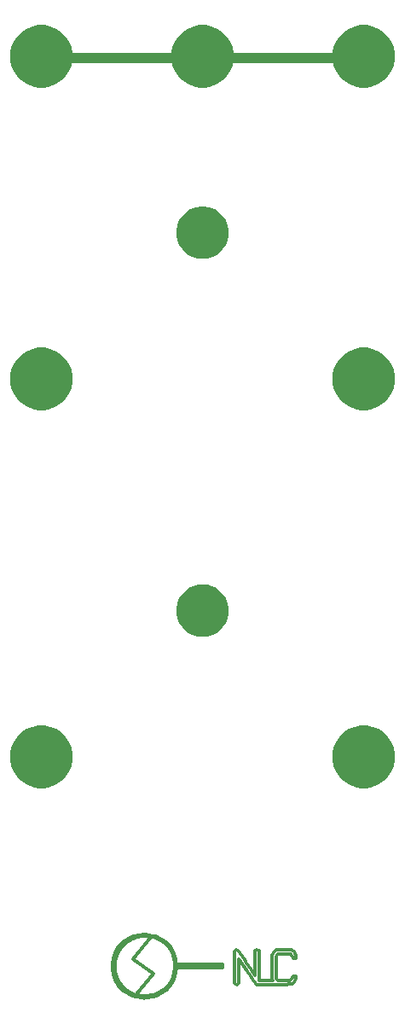
<source format=gbr>
G04 #@! TF.GenerationSoftware,KiCad,Pcbnew,(5.1.5-0)*
G04 #@! TF.CreationDate,2021-01-08T11:38:53-08:00*
G04 #@! TF.ProjectId,sauceofunce,73617563-656f-4667-956e-63652e6b6963,rev?*
G04 #@! TF.SameCoordinates,Original*
G04 #@! TF.FileFunction,Soldermask,Top*
G04 #@! TF.FilePolarity,Negative*
%FSLAX46Y46*%
G04 Gerber Fmt 4.6, Leading zero omitted, Abs format (unit mm)*
G04 Created by KiCad (PCBNEW (5.1.5-0)) date 2021-01-08 11:38:53*
%MOMM*%
%LPD*%
G04 APERTURE LIST*
%ADD10C,1.000000*%
%ADD11C,0.300000*%
%ADD12C,0.000800*%
%ADD13C,0.100000*%
G04 APERTURE END LIST*
D10*
X140750000Y69800000D02*
X110750000Y69800000D01*
D11*
X120400000Y-20975000D02*
X118725000Y-23050000D01*
X118350000Y-19550000D02*
X120400000Y-20975000D01*
X120125000Y-17350000D02*
X118350000Y-19550000D01*
X122500000Y-20250000D02*
G75*
G03X122500000Y-20250000I-3000000J0D01*
G01*
X122641228Y-20275000D02*
G75*
G03X122641228Y-20275000I-3166228J0D01*
G01*
D12*
X119399872Y-20333982D02*
X119396064Y-20331424D01*
X119396064Y-20331424D02*
X119388471Y-20326323D01*
X119388471Y-20326323D02*
X119377128Y-20318701D01*
X119377128Y-20318701D02*
X119362096Y-20308596D01*
X119362096Y-20308596D02*
X119347166Y-20298555D01*
X119347166Y-20298555D02*
X119336038Y-20291068D01*
X119336038Y-20291068D02*
X119328649Y-20286094D01*
X119328649Y-20286094D02*
X119321286Y-20281138D01*
X119321286Y-20281138D02*
X119313948Y-20276198D01*
X119313948Y-20276198D02*
X119306636Y-20271273D01*
X119306636Y-20271273D02*
X119299350Y-20266365D01*
X119299350Y-20266365D02*
X119288466Y-20259032D01*
X119288466Y-20259032D02*
X119277645Y-20251739D01*
X119277645Y-20251739D02*
X119270462Y-20246894D01*
X119270462Y-20246894D02*
X119263304Y-20242066D01*
X119263304Y-20242066D02*
X119256171Y-20237256D01*
X119256171Y-20237256D02*
X119245520Y-20230068D01*
X119245520Y-20230068D02*
X119234931Y-20222920D01*
X119234931Y-20222920D02*
X119227904Y-20218175D01*
X119227904Y-20218175D02*
X119220901Y-20213446D01*
X119220901Y-20213446D02*
X119213924Y-20208733D01*
X119213924Y-20208733D02*
X119203506Y-20201693D01*
X119203506Y-20201693D02*
X119193151Y-20194693D01*
X119193151Y-20194693D02*
X119186280Y-20190046D01*
X119186280Y-20190046D02*
X119176019Y-20183105D01*
X119176019Y-20183105D02*
X119162431Y-20173908D01*
X119162431Y-20173908D02*
X119152311Y-20167056D01*
X119152311Y-20167056D02*
X119145597Y-20162508D01*
X119145597Y-20162508D02*
X119138908Y-20157977D01*
X119138908Y-20157977D02*
X119132246Y-20153462D01*
X119132246Y-20153462D02*
X119125610Y-20148963D01*
X119125610Y-20148963D02*
X119119001Y-20144483D01*
X119119001Y-20144483D02*
X119109133Y-20137790D01*
X119109133Y-20137790D02*
X119099331Y-20131138D01*
X119099331Y-20131138D02*
X119092828Y-20126724D01*
X119092828Y-20126724D02*
X119083120Y-20120131D01*
X119083120Y-20120131D02*
X119073477Y-20113581D01*
X119073477Y-20113581D02*
X119067081Y-20109234D01*
X119067081Y-20109234D02*
X119060711Y-20104903D01*
X119060711Y-20104903D02*
X119054367Y-20100589D01*
X119054367Y-20100589D02*
X119048049Y-20096293D01*
X119048049Y-20096293D02*
X119041760Y-20092013D01*
X119041760Y-20092013D02*
X119035497Y-20087750D01*
X119035497Y-20087750D02*
X119029260Y-20083504D01*
X119029260Y-20083504D02*
X119023050Y-20079275D01*
X119023050Y-20079275D02*
X119016869Y-20075064D01*
X119016869Y-20075064D02*
X119010714Y-20070869D01*
X119010714Y-20070869D02*
X119004585Y-20066691D01*
X119004585Y-20066691D02*
X118998483Y-20062531D01*
X118998483Y-20062531D02*
X118992408Y-20058388D01*
X118992408Y-20058388D02*
X118986361Y-20054261D01*
X118986361Y-20054261D02*
X118981843Y-20051178D01*
X118981843Y-20051178D02*
X118978840Y-20049129D01*
X118978840Y-20049129D02*
X118974347Y-20046061D01*
X118974347Y-20046061D02*
X118968382Y-20041986D01*
X118968382Y-20041986D02*
X118962443Y-20037929D01*
X118962443Y-20037929D02*
X118956530Y-20033887D01*
X118956530Y-20033887D02*
X118950645Y-20029863D01*
X118950645Y-20029863D02*
X118944788Y-20025857D01*
X118944788Y-20025857D02*
X118938957Y-20021868D01*
X118938957Y-20021868D02*
X118933154Y-20017897D01*
X118933154Y-20017897D02*
X118927378Y-20013943D01*
X118927378Y-20013943D02*
X118921630Y-20010006D01*
X118921630Y-20010006D02*
X118915909Y-20006087D01*
X118915909Y-20006087D02*
X118910215Y-20002185D01*
X118910215Y-20002185D02*
X118904549Y-19998300D01*
X118904549Y-19998300D02*
X118898911Y-19994434D01*
X118898911Y-19994434D02*
X118893300Y-19990583D01*
X118893300Y-19990583D02*
X118887717Y-19986751D01*
X118887717Y-19986751D02*
X118879391Y-19981034D01*
X118879391Y-19981034D02*
X118871133Y-19975361D01*
X118871133Y-19975361D02*
X118865660Y-19971597D01*
X118865660Y-19971597D02*
X118860214Y-19967853D01*
X118860214Y-19967853D02*
X118854797Y-19964126D01*
X118854797Y-19964126D02*
X118849408Y-19960417D01*
X118849408Y-19960417D02*
X118844046Y-19956725D01*
X118844046Y-19956725D02*
X118838712Y-19953051D01*
X118838712Y-19953051D02*
X118833406Y-19949395D01*
X118833406Y-19949395D02*
X118828128Y-19945758D01*
X118828128Y-19945758D02*
X118822877Y-19942136D01*
X118822877Y-19942136D02*
X118817655Y-19938533D01*
X118817655Y-19938533D02*
X118812461Y-19934948D01*
X118812461Y-19934948D02*
X118808585Y-19932271D01*
X118808585Y-19932271D02*
X118806008Y-19930492D01*
X118806008Y-19930492D02*
X118802156Y-19927831D01*
X118802156Y-19927831D02*
X118797046Y-19924300D01*
X118797046Y-19924300D02*
X118791965Y-19920787D01*
X118791965Y-19920787D02*
X118786911Y-19917290D01*
X118786911Y-19917290D02*
X118781885Y-19913812D01*
X118781885Y-19913812D02*
X118776887Y-19910351D01*
X118776887Y-19910351D02*
X118771918Y-19906909D01*
X118771918Y-19906909D02*
X118766977Y-19903484D01*
X118766977Y-19903484D02*
X118762063Y-19900078D01*
X118762063Y-19900078D02*
X118757179Y-19896690D01*
X118757179Y-19896690D02*
X118752323Y-19893321D01*
X118752323Y-19893321D02*
X118747495Y-19889968D01*
X118747495Y-19889968D02*
X118742695Y-19886634D01*
X118742695Y-19886634D02*
X118737925Y-19883318D01*
X118737925Y-19883318D02*
X118733183Y-19880021D01*
X118733183Y-19880021D02*
X118728468Y-19876741D01*
X118728468Y-19876741D02*
X118723782Y-19873480D01*
X118723782Y-19873480D02*
X118719126Y-19870237D01*
X118719126Y-19870237D02*
X118714498Y-19867012D01*
X118714498Y-19867012D02*
X118709898Y-19863805D01*
X118709898Y-19863805D02*
X118705327Y-19860616D01*
X118705327Y-19860616D02*
X118700785Y-19857445D01*
X118700785Y-19857445D02*
X118696271Y-19854292D01*
X118696271Y-19854292D02*
X118691786Y-19851158D01*
X118691786Y-19851158D02*
X118687330Y-19848042D01*
X118687330Y-19848042D02*
X118682902Y-19844946D01*
X118682902Y-19844946D02*
X118678504Y-19841868D01*
X118678504Y-19841868D02*
X118674135Y-19838807D01*
X118674135Y-19838807D02*
X118669794Y-19835765D01*
X118669794Y-19835765D02*
X118665482Y-19832741D01*
X118665482Y-19832741D02*
X118661200Y-19829736D01*
X118661200Y-19829736D02*
X118656946Y-19826749D01*
X118656946Y-19826749D02*
X118652720Y-19823782D01*
X118652720Y-19823782D02*
X118648525Y-19820833D01*
X118648525Y-19820833D02*
X118644359Y-19817902D01*
X118644359Y-19817902D02*
X118640220Y-19814990D01*
X118640220Y-19814990D02*
X118636111Y-19812095D01*
X118636111Y-19812095D02*
X118632031Y-19809219D01*
X118632031Y-19809219D02*
X118627980Y-19806362D01*
X118627980Y-19806362D02*
X118623959Y-19803524D01*
X118623959Y-19803524D02*
X118619967Y-19800704D01*
X118619967Y-19800704D02*
X118616005Y-19797904D01*
X118616005Y-19797904D02*
X118612072Y-19795123D01*
X118612072Y-19795123D02*
X118608167Y-19792359D01*
X118608167Y-19792359D02*
X118604292Y-19789614D01*
X118604292Y-19789614D02*
X118600446Y-19786887D01*
X118600446Y-19786887D02*
X118596631Y-19784181D01*
X118596631Y-19784181D02*
X118592845Y-19781493D01*
X118592845Y-19781493D02*
X118589087Y-19778823D01*
X118589087Y-19778823D02*
X118585361Y-19776173D01*
X118585361Y-19776173D02*
X118581663Y-19773542D01*
X118581663Y-19773542D02*
X118577996Y-19770930D01*
X118577996Y-19770930D02*
X118574357Y-19768335D01*
X118574357Y-19768335D02*
X118570748Y-19765760D01*
X118570748Y-19765760D02*
X118567169Y-19763204D01*
X118567169Y-19763204D02*
X118563618Y-19760667D01*
X118563618Y-19760667D02*
X118560098Y-19758150D01*
X118560098Y-19758150D02*
X118556609Y-19755651D01*
X118556609Y-19755651D02*
X118553149Y-19753171D01*
X118553149Y-19753171D02*
X118549718Y-19750710D01*
X118549718Y-19750710D02*
X118546317Y-19748268D01*
X118546317Y-19748268D02*
X118542945Y-19745846D01*
X118542945Y-19745846D02*
X118539605Y-19743443D01*
X118539605Y-19743443D02*
X118536294Y-19741059D01*
X118536294Y-19741059D02*
X118533014Y-19738694D01*
X118533014Y-19738694D02*
X118529763Y-19736348D01*
X118529763Y-19736348D02*
X118526543Y-19734023D01*
X118526543Y-19734023D02*
X118523352Y-19731715D01*
X118523352Y-19731715D02*
X118520191Y-19729426D01*
X118520191Y-19729426D02*
X118517841Y-19727723D01*
X118517841Y-19727723D02*
X118516283Y-19726593D01*
X118516283Y-19726593D02*
X118513960Y-19724908D01*
X118513960Y-19724908D02*
X118510889Y-19722678D01*
X118510889Y-19722678D02*
X118507849Y-19720467D01*
X118507849Y-19720467D02*
X118505590Y-19718822D01*
X118505590Y-19718822D02*
X118504093Y-19717732D01*
X118504093Y-19717732D02*
X118501861Y-19716104D01*
X118501861Y-19716104D02*
X118498911Y-19713951D01*
X118498911Y-19713951D02*
X118495992Y-19711818D01*
X118495992Y-19711818D02*
X118493103Y-19709704D01*
X118493103Y-19709704D02*
X118490244Y-19707610D01*
X118490244Y-19707610D02*
X118487417Y-19705536D01*
X118487417Y-19705536D02*
X118484619Y-19703481D01*
X118484619Y-19703481D02*
X118481853Y-19701445D01*
X118481853Y-19701445D02*
X118479117Y-19699429D01*
X118479117Y-19699429D02*
X118476412Y-19697433D01*
X118476412Y-19697433D02*
X118473736Y-19695456D01*
X118473736Y-19695456D02*
X118471091Y-19693498D01*
X118471091Y-19693498D02*
X118468478Y-19691560D01*
X118468478Y-19691560D02*
X118465895Y-19689642D01*
X118465895Y-19689642D02*
X118463342Y-19687743D01*
X118463342Y-19687743D02*
X118461447Y-19686333D01*
X118461447Y-19686333D02*
X118460195Y-19685399D01*
X118460195Y-19685399D02*
X118458950Y-19684469D01*
X118458950Y-19684469D02*
X118457712Y-19683545D01*
X118457712Y-19683545D02*
X118456482Y-19682626D01*
X118456482Y-19682626D02*
X118455260Y-19681711D01*
X118455260Y-19681711D02*
X118454045Y-19680801D01*
X118454045Y-19680801D02*
X118452837Y-19679897D01*
X118452837Y-19679897D02*
X118451339Y-19678772D01*
X118451339Y-19678772D02*
X118450744Y-19678324D01*
X118450744Y-19678324D02*
X118450150Y-19677878D01*
X118450150Y-19677878D02*
X118448674Y-19676768D01*
X118448674Y-19676768D02*
X118446337Y-19675008D01*
X118446337Y-19675008D02*
X118444892Y-19673919D01*
X118444892Y-19673919D02*
X118444317Y-19673484D01*
X118444317Y-19673484D02*
X118443459Y-19672836D01*
X118443459Y-19672836D02*
X118442322Y-19671977D01*
X118442322Y-19671977D02*
X118441192Y-19671122D01*
X118441192Y-19671122D02*
X118440350Y-19670484D01*
X118440350Y-19670484D02*
X118439791Y-19670060D01*
X118439791Y-19670060D02*
X118439234Y-19669638D01*
X118439234Y-19669638D02*
X118438680Y-19669218D01*
X118438680Y-19669218D02*
X118437299Y-19668168D01*
X118437299Y-19668168D02*
X118435660Y-19666921D01*
X118435660Y-19666921D02*
X118434577Y-19666096D01*
X118434577Y-19666096D02*
X118432966Y-19664867D01*
X118432966Y-19664867D02*
X118430846Y-19663246D01*
X118430846Y-19663246D02*
X118429538Y-19662244D01*
X118429538Y-19662244D02*
X118428241Y-19661249D01*
X118428241Y-19661249D02*
X118427212Y-19660458D01*
X118427212Y-19660458D02*
X118426445Y-19659869D01*
X118426445Y-19659869D02*
X118425936Y-19659479D01*
X118425936Y-19659479D02*
X118425430Y-19659089D01*
X118425430Y-19659089D02*
X118424926Y-19658699D01*
X118424926Y-19658699D02*
X118424423Y-19658311D01*
X118424423Y-19658311D02*
X118423923Y-19657925D01*
X118423923Y-19657925D02*
X118423175Y-19657348D01*
X118423175Y-19657348D02*
X118422432Y-19656774D01*
X118422432Y-19656774D02*
X118421940Y-19656393D01*
X118421940Y-19656393D02*
X118421204Y-19655823D01*
X118421204Y-19655823D02*
X118420472Y-19655256D01*
X118420472Y-19655256D02*
X118418782Y-19653944D01*
X118418782Y-19653944D02*
X118417591Y-19653017D01*
X118417591Y-19653017D02*
X118417117Y-19652648D01*
X118417117Y-19652648D02*
X118416411Y-19652097D01*
X118416411Y-19652097D02*
X118415710Y-19651549D01*
X118415710Y-19651549D02*
X118415244Y-19651185D01*
X118415244Y-19651185D02*
X118414781Y-19650823D01*
X118414781Y-19650823D02*
X118414319Y-19650463D01*
X118414319Y-19650463D02*
X118413173Y-19649564D01*
X118413173Y-19649564D02*
X118411365Y-19648145D01*
X118411365Y-19648145D02*
X118410031Y-19647093D01*
X118410031Y-19647093D02*
X118409371Y-19646571D01*
X118409371Y-19646571D02*
X118408280Y-19645709D01*
X118408280Y-19645709D02*
X118407632Y-19645196D01*
X118407632Y-19645196D02*
X118406561Y-19644347D01*
X118406561Y-19644347D02*
X118405712Y-19643672D01*
X118405712Y-19643672D02*
X118404453Y-19642669D01*
X118404453Y-19642669D02*
X118403214Y-19641679D01*
X118403214Y-19641679D02*
X118402396Y-19641024D01*
X118402396Y-19641024D02*
X118401789Y-19640538D01*
X118401789Y-19640538D02*
X118400986Y-19639892D01*
X118400986Y-19639892D02*
X118400192Y-19639252D01*
X118400192Y-19639252D02*
X118399209Y-19638459D01*
X118399209Y-19638459D02*
X118398432Y-19637830D01*
X118398432Y-19637830D02*
X118397854Y-19637362D01*
X118397854Y-19637362D02*
X118396712Y-19636434D01*
X118396712Y-19636434D02*
X118396148Y-19635975D01*
X118396148Y-19635975D02*
X118395402Y-19635368D01*
X118395402Y-19635368D02*
X118394848Y-19634916D01*
X118394848Y-19634916D02*
X118393935Y-19634167D01*
X118393935Y-19634167D02*
X118393213Y-19633574D01*
X118393213Y-19633574D02*
X118392499Y-19632986D01*
X118392499Y-19632986D02*
X118391793Y-19632403D01*
X118391793Y-19632403D02*
X118390749Y-19631539D01*
X118390749Y-19631539D02*
X118389724Y-19630686D01*
X118389724Y-19630686D02*
X118389050Y-19630124D01*
X118389050Y-19630124D02*
X118388384Y-19629567D01*
X118388384Y-19629567D02*
X118387726Y-19629014D01*
X118387726Y-19629014D02*
X118387237Y-19628604D01*
X118387237Y-19628604D02*
X118386434Y-19627926D01*
X118386434Y-19627926D02*
X118385958Y-19627524D01*
X118385958Y-19627524D02*
X118385174Y-19626859D01*
X118385174Y-19626859D02*
X118384710Y-19626464D01*
X118384710Y-19626464D02*
X118383947Y-19625813D01*
X118383947Y-19625813D02*
X118383495Y-19625427D01*
X118383495Y-19625427D02*
X118382603Y-19624659D01*
X118382603Y-19624659D02*
X118382164Y-19624280D01*
X118382164Y-19624280D02*
X118381729Y-19623904D01*
X118381729Y-19623904D02*
X118381015Y-19623284D01*
X118381015Y-19623284D02*
X118380453Y-19622794D01*
X118380453Y-19622794D02*
X118379898Y-19622309D01*
X118379898Y-19622309D02*
X118379218Y-19621711D01*
X118379218Y-19621711D02*
X118378285Y-19620885D01*
X118378285Y-19620885D02*
X118377763Y-19620421D01*
X118377763Y-19620421D02*
X118377249Y-19619962D01*
X118377249Y-19619962D02*
X118376743Y-19619507D01*
X118376743Y-19619507D02*
X118376122Y-19618948D01*
X118376122Y-19618948D02*
X118375394Y-19618286D01*
X118375394Y-19618286D02*
X118374801Y-19617745D01*
X118374801Y-19617745D02*
X118374220Y-19617210D01*
X118374220Y-19617210D02*
X118373428Y-19616476D01*
X118373428Y-19616476D02*
X118372987Y-19616063D01*
X118372987Y-19616063D02*
X118372553Y-19615657D01*
X118372553Y-19615657D02*
X118372128Y-19615255D01*
X118372128Y-19615255D02*
X118371711Y-19614859D01*
X118371711Y-19614859D02*
X118371302Y-19614468D01*
X118371302Y-19614468D02*
X118370802Y-19613986D01*
X118370802Y-19613986D02*
X118370123Y-19613325D01*
X118370123Y-19613325D02*
X118369469Y-19612680D01*
X118369469Y-19612680D02*
X118368929Y-19612140D01*
X118368929Y-19612140D02*
X118368408Y-19611613D01*
X118368408Y-19611613D02*
X118367986Y-19611180D01*
X118367986Y-19611180D02*
X118367577Y-19610757D01*
X118367577Y-19610757D02*
X118367026Y-19610178D01*
X118367026Y-19610178D02*
X118366500Y-19609616D01*
X118366500Y-19609616D02*
X118365862Y-19608917D01*
X118365862Y-19608917D02*
X118365392Y-19608391D01*
X118365392Y-19608391D02*
X118364826Y-19607739D01*
X118364826Y-19607739D02*
X118364415Y-19607251D01*
X118364415Y-19607251D02*
X118363976Y-19606712D01*
X118363976Y-19606712D02*
X118363568Y-19606194D01*
X118363568Y-19606194D02*
X118363194Y-19605697D01*
X118363194Y-19605697D02*
X118362852Y-19605221D01*
X118362852Y-19605221D02*
X118362473Y-19604656D01*
X118362473Y-19604656D02*
X118362143Y-19604126D01*
X118362143Y-19604126D02*
X118361816Y-19603532D01*
X118361816Y-19603532D02*
X118361662Y-19603210D01*
X120409320Y-21030773D02*
X120409127Y-21030130D01*
X120409127Y-21030130D02*
X120408777Y-21029654D01*
X120408777Y-21029654D02*
X120408301Y-21029109D01*
X120408301Y-21029109D02*
X120407586Y-21028376D01*
X120407586Y-21028376D02*
X120407133Y-21027937D01*
X120407133Y-21027937D02*
X120406688Y-21027519D01*
X120406688Y-21027519D02*
X120406266Y-21027132D01*
X120406266Y-21027132D02*
X120405746Y-21026664D01*
X120405746Y-21026664D02*
X120405257Y-21026232D01*
X120405257Y-21026232D02*
X120404662Y-21025714D01*
X120404662Y-21025714D02*
X120403943Y-21025099D01*
X120403943Y-21025099D02*
X120403262Y-21024524D01*
X120403262Y-21024524D02*
X120402542Y-21023922D01*
X120402542Y-21023922D02*
X120401783Y-21023295D01*
X120401783Y-21023295D02*
X120400983Y-21022641D01*
X120400983Y-21022641D02*
X120400144Y-21021961D01*
X120400144Y-21021961D02*
X120399267Y-21021256D01*
X120399267Y-21021256D02*
X120398815Y-21020894D01*
X120398815Y-21020894D02*
X120398352Y-21020524D01*
X120398352Y-21020524D02*
X120397878Y-21020148D01*
X120397878Y-21020148D02*
X120397395Y-21019765D01*
X120397395Y-21019765D02*
X120396903Y-21019377D01*
X120396903Y-21019377D02*
X120396148Y-21018784D01*
X120396148Y-21018784D02*
X120395368Y-21018173D01*
X120395368Y-21018173D02*
X120394839Y-21017759D01*
X120394839Y-21017759D02*
X120394299Y-21017338D01*
X120394299Y-21017338D02*
X120393748Y-21016910D01*
X120393748Y-21016910D02*
X120393189Y-21016477D01*
X120393189Y-21016477D02*
X120392620Y-21016037D01*
X120392620Y-21016037D02*
X120391750Y-21015368D01*
X120391750Y-21015368D02*
X120390556Y-21014451D01*
X120390556Y-21014451D02*
X120389322Y-21013508D01*
X120389322Y-21013508D02*
X120388050Y-21012540D01*
X120388050Y-21012540D02*
X120386741Y-21011547D01*
X120386741Y-21011547D02*
X120385734Y-21010783D01*
X120385734Y-21010783D02*
X120385051Y-21010269D01*
X120385051Y-21010269D02*
X120384011Y-21009486D01*
X120384011Y-21009486D02*
X120382947Y-21008686D01*
X120382947Y-21008686D02*
X120382227Y-21008146D01*
X120382227Y-21008146D02*
X120381131Y-21007326D01*
X120381131Y-21007326D02*
X120379636Y-21006209D01*
X120379636Y-21006209D02*
X120378489Y-21005354D01*
X120378489Y-21005354D02*
X120377714Y-21004776D01*
X120377714Y-21004776D02*
X120376534Y-21003901D01*
X120376534Y-21003901D02*
X120374928Y-21002710D01*
X120374928Y-21002710D02*
X120373285Y-21001496D01*
X120373285Y-21001496D02*
X120371607Y-21000257D01*
X120371607Y-21000257D02*
X120370322Y-20999311D01*
X120370322Y-20999311D02*
X120369456Y-20998673D01*
X120369456Y-20998673D02*
X120368140Y-20997707D01*
X120368140Y-20997707D02*
X120366353Y-20996397D01*
X120366353Y-20996397D02*
X120364531Y-20995063D01*
X120364531Y-20995063D02*
X120362671Y-20993704D01*
X120362671Y-20993704D02*
X120360776Y-20992321D01*
X120360776Y-20992321D02*
X120359330Y-20991267D01*
X120359330Y-20991267D02*
X120358357Y-20990559D01*
X120358357Y-20990559D02*
X120356880Y-20989486D01*
X120356880Y-20989486D02*
X120354879Y-20988034D01*
X120354879Y-20988034D02*
X120352843Y-20986558D01*
X120352843Y-20986558D02*
X120351292Y-20985434D01*
X120351292Y-20985434D02*
X120350248Y-20984679D01*
X120350248Y-20984679D02*
X120349195Y-20983918D01*
X120349195Y-20983918D02*
X120348133Y-20983150D01*
X120348133Y-20983150D02*
X120346525Y-20981990D01*
X120346525Y-20981990D02*
X120344895Y-20980815D01*
X120344895Y-20980815D02*
X120343798Y-20980026D01*
X120343798Y-20980026D02*
X120342140Y-20978832D01*
X120342140Y-20978832D02*
X120339895Y-20977218D01*
X120339895Y-20977218D02*
X120338187Y-20975991D01*
X120338187Y-20975991D02*
X120337040Y-20975166D01*
X120337040Y-20975166D02*
X120335303Y-20973921D01*
X120335303Y-20973921D02*
X120332957Y-20972240D01*
X120332957Y-20972240D02*
X120330576Y-20970535D01*
X120330576Y-20970535D02*
X120328160Y-20968807D01*
X120328160Y-20968807D02*
X120325712Y-20967058D01*
X120325712Y-20967058D02*
X120323229Y-20965287D01*
X120323229Y-20965287D02*
X120320714Y-20963493D01*
X120320714Y-20963493D02*
X120318164Y-20961677D01*
X120318164Y-20961677D02*
X120315583Y-20959840D01*
X120315583Y-20959840D02*
X120312968Y-20957981D01*
X120312968Y-20957981D02*
X120310321Y-20956100D01*
X120310321Y-20956100D02*
X120307640Y-20954197D01*
X120307640Y-20954197D02*
X120304927Y-20952272D01*
X120304927Y-20952272D02*
X120302182Y-20950327D01*
X120302182Y-20950327D02*
X120299404Y-20948360D01*
X120299404Y-20948360D02*
X120296594Y-20946371D01*
X120296594Y-20946371D02*
X120293751Y-20944361D01*
X120293751Y-20944361D02*
X120290877Y-20942332D01*
X120290877Y-20942332D02*
X120287971Y-20940281D01*
X120287971Y-20940281D02*
X120285033Y-20938208D01*
X120285033Y-20938208D02*
X120282063Y-20936114D01*
X120282063Y-20936114D02*
X120279062Y-20933999D01*
X120279062Y-20933999D02*
X120276029Y-20931863D01*
X120276029Y-20931863D02*
X120272965Y-20929707D01*
X120272965Y-20929707D02*
X120269870Y-20927530D01*
X120269870Y-20927530D02*
X120266745Y-20925334D01*
X120266745Y-20925334D02*
X120262002Y-20922004D01*
X120262002Y-20922004D02*
X120257182Y-20918621D01*
X120257182Y-20918621D02*
X120253934Y-20916344D01*
X120253934Y-20916344D02*
X120250655Y-20914046D01*
X120250655Y-20914046D02*
X120247346Y-20911728D01*
X120247346Y-20911728D02*
X120244007Y-20909391D01*
X120244007Y-20909391D02*
X120240638Y-20907035D01*
X120240638Y-20907035D02*
X120237238Y-20904658D01*
X120237238Y-20904658D02*
X120233809Y-20902261D01*
X120233809Y-20902261D02*
X120230350Y-20899844D01*
X120230350Y-20899844D02*
X120226861Y-20897409D01*
X120226861Y-20897409D02*
X120223344Y-20894954D01*
X120223344Y-20894954D02*
X120219797Y-20892480D01*
X120219797Y-20892480D02*
X120216221Y-20889987D01*
X120216221Y-20889987D02*
X120212617Y-20887475D01*
X120212617Y-20887475D02*
X120208983Y-20884944D01*
X120208983Y-20884944D02*
X120205320Y-20882393D01*
X120205320Y-20882393D02*
X120201629Y-20879825D01*
X120201629Y-20879825D02*
X120197910Y-20877237D01*
X120197910Y-20877237D02*
X120192281Y-20873325D01*
X120192281Y-20873325D02*
X120184674Y-20868040D01*
X120184674Y-20868040D02*
X120178891Y-20864024D01*
X120178891Y-20864024D02*
X120175002Y-20861326D01*
X120175002Y-20861326D02*
X120171087Y-20858610D01*
X120171087Y-20858610D02*
X120167144Y-20855877D01*
X120167144Y-20855877D02*
X120164168Y-20853814D01*
X120164168Y-20853814D02*
X120162175Y-20852432D01*
X120162175Y-20852432D02*
X120159176Y-20850355D01*
X120159176Y-20850355D02*
X120155153Y-20847568D01*
X120155153Y-20847568D02*
X120152116Y-20845465D01*
X120152116Y-20845465D02*
X120150084Y-20844058D01*
X120150084Y-20844058D02*
X120147024Y-20841941D01*
X120147024Y-20841941D02*
X120143946Y-20839811D01*
X120143946Y-20839811D02*
X120141887Y-20838386D01*
X120141887Y-20838386D02*
X120136716Y-20834810D01*
X120136716Y-20834810D02*
X120130446Y-20830476D01*
X120130446Y-20830476D02*
X120127289Y-20828295D01*
X120127289Y-20828295D02*
X120125178Y-20826835D01*
X120125178Y-20826835D02*
X120119875Y-20823174D01*
X120119875Y-20823174D02*
X120113450Y-20818739D01*
X120113450Y-20818739D02*
X120109135Y-20815761D01*
X120109135Y-20815761D02*
X120102620Y-20811267D01*
X120102620Y-20811267D02*
X120093839Y-20805213D01*
X120093839Y-20805213D02*
X120084958Y-20799095D01*
X120084958Y-20799095D02*
X120078229Y-20794461D01*
X120078229Y-20794461D02*
X120073713Y-20791352D01*
X120073713Y-20791352D02*
X120069174Y-20788228D01*
X120069174Y-20788228D02*
X120064610Y-20785088D01*
X120064610Y-20785088D02*
X120057722Y-20780351D01*
X120057722Y-20780351D02*
X120048449Y-20773977D01*
X120048449Y-20773977D02*
X120041429Y-20769154D01*
X120041429Y-20769154D02*
X120036720Y-20765920D01*
X120036720Y-20765920D02*
X120031989Y-20762671D01*
X120031989Y-20762671D02*
X120027234Y-20759407D01*
X120027234Y-20759407D02*
X120022456Y-20756128D01*
X120022456Y-20756128D02*
X120017655Y-20752834D01*
X120017655Y-20752834D02*
X120012831Y-20749525D01*
X120012831Y-20749525D02*
X120009196Y-20747032D01*
X120009196Y-20747032D02*
X120006768Y-20745367D01*
X120006768Y-20745367D02*
X120000674Y-20741190D01*
X120000674Y-20741190D02*
X119993307Y-20736140D01*
X119993307Y-20736140D02*
X119988369Y-20732758D01*
X119988369Y-20732758D02*
X119980924Y-20727660D01*
X119980924Y-20727660D02*
X119970917Y-20720809D01*
X119970917Y-20720809D02*
X119960821Y-20713902D01*
X119960821Y-20713902D02*
X119950639Y-20706938D01*
X119950639Y-20706938D02*
X119940371Y-20699919D01*
X119940371Y-20699919D02*
X119930021Y-20692846D01*
X119930021Y-20692846D02*
X119922199Y-20687504D01*
X119922199Y-20687504D02*
X119916961Y-20683927D01*
X119916961Y-20683927D02*
X119911702Y-20680337D01*
X119911702Y-20680337D02*
X119906423Y-20676735D01*
X119906423Y-20676735D02*
X119901124Y-20673119D01*
X119901124Y-20673119D02*
X119895805Y-20669490D01*
X119895805Y-20669490D02*
X119890465Y-20665849D01*
X119890465Y-20665849D02*
X119885107Y-20662195D01*
X119885107Y-20662195D02*
X119877034Y-20656691D01*
X119877034Y-20656691D02*
X119866197Y-20649306D01*
X119866197Y-20649306D02*
X119855283Y-20641872D01*
X119855283Y-20641872D02*
X119844294Y-20634389D01*
X119844294Y-20634389D02*
X119836000Y-20628743D01*
X119836000Y-20628743D02*
X119830448Y-20624965D01*
X119830448Y-20624965D02*
X119824879Y-20621176D01*
X119824879Y-20621176D02*
X119819291Y-20617375D01*
X119819291Y-20617375D02*
X119810878Y-20611654D01*
X119810878Y-20611654D02*
X119802419Y-20605904D01*
X119802419Y-20605904D02*
X119796759Y-20602058D01*
X119796759Y-20602058D02*
X119788238Y-20596267D01*
X119788238Y-20596267D02*
X119776812Y-20588505D01*
X119776812Y-20588505D02*
X119768194Y-20582653D01*
X119768194Y-20582653D02*
X119762429Y-20578740D01*
X119762429Y-20578740D02*
X119753753Y-20572851D01*
X119753753Y-20572851D02*
X119745035Y-20566935D01*
X119745035Y-20566935D02*
X119739203Y-20562979D01*
X119739203Y-20562979D02*
X119730427Y-20557027D01*
X119730427Y-20557027D02*
X119721609Y-20551049D01*
X119721609Y-20551049D02*
X119715713Y-20547052D01*
X119715713Y-20547052D02*
X119709800Y-20543045D01*
X119709800Y-20543045D02*
X119703871Y-20539029D01*
X119703871Y-20539029D02*
X119697927Y-20535002D01*
X119697927Y-20535002D02*
X119691966Y-20530964D01*
X119691966Y-20530964D02*
X119685990Y-20526917D01*
X119685990Y-20526917D02*
X119679999Y-20522861D01*
X119679999Y-20522861D02*
X119673993Y-20518795D01*
X119673993Y-20518795D02*
X119667972Y-20514720D01*
X119667972Y-20514720D02*
X119658915Y-20508592D01*
X119658915Y-20508592D02*
X119646784Y-20500386D01*
X119646784Y-20500386D02*
X119634595Y-20492143D01*
X119634595Y-20492143D02*
X119622349Y-20483866D01*
X119622349Y-20483866D02*
X119614664Y-20478673D01*
X119614664Y-20478673D02*
X119611584Y-20476592D01*
X119611584Y-20476592D02*
X119606961Y-20473469D01*
X119606961Y-20473469D02*
X119597689Y-20467207D01*
X119597689Y-20467207D02*
X119588383Y-20460922D01*
X119588383Y-20460922D02*
X119582164Y-20456724D01*
X119582164Y-20456724D02*
X119575932Y-20452517D01*
X119575932Y-20452517D02*
X119571248Y-20449355D01*
X119571248Y-20449355D02*
X119564995Y-20445135D01*
X119564995Y-20445135D02*
X119561862Y-20443022D01*
X119561862Y-20443022D02*
X119557159Y-20439849D01*
X119557159Y-20439849D02*
X119550875Y-20435611D01*
X119550875Y-20435611D02*
X119544579Y-20431365D01*
X119544579Y-20431365D02*
X119538270Y-20427111D01*
X119538270Y-20427111D02*
X119533531Y-20423915D01*
X119533531Y-20423915D02*
X119530367Y-20421784D01*
X119530367Y-20421784D02*
X119525617Y-20418582D01*
X119525617Y-20418582D02*
X119519272Y-20414306D01*
X119519272Y-20414306D02*
X119509734Y-20407881D01*
X119509734Y-20407881D02*
X119496973Y-20399286D01*
X119496973Y-20399286D02*
X119484166Y-20390662D01*
X119484166Y-20390662D02*
X119471314Y-20382012D01*
X119471314Y-20382012D02*
X119461644Y-20375505D01*
X119461644Y-20375505D02*
X119455186Y-20371161D01*
X119455186Y-20371161D02*
X119445480Y-20364633D01*
X119445480Y-20364633D02*
X119432499Y-20355904D01*
X119432499Y-20355904D02*
X119422736Y-20349342D01*
X119422736Y-20349342D02*
X119416215Y-20344960D01*
X119416215Y-20344960D02*
X119409685Y-20340573D01*
X119409685Y-20340573D02*
X119403145Y-20336180D01*
X119403145Y-20336180D02*
X119399872Y-20333982D01*
X119591496Y-22029998D02*
X119601940Y-22017311D01*
X119601940Y-22017311D02*
X119617540Y-21998360D01*
X119617540Y-21998360D02*
X119627906Y-21985768D01*
X119627906Y-21985768D02*
X119643399Y-21966945D01*
X119643399Y-21966945D02*
X119663936Y-21941991D01*
X119663936Y-21941991D02*
X119684335Y-21917201D01*
X119684335Y-21917201D02*
X119697006Y-21901799D01*
X119697006Y-21901799D02*
X119702059Y-21895655D01*
X119702059Y-21895655D02*
X119709626Y-21886459D01*
X119709626Y-21886459D02*
X119724696Y-21868140D01*
X119724696Y-21868140D02*
X119739668Y-21849937D01*
X119739668Y-21849937D02*
X119749601Y-21837859D01*
X119749601Y-21837859D02*
X119759494Y-21825830D01*
X119759494Y-21825830D02*
X119769344Y-21813849D01*
X119769344Y-21813849D02*
X119784044Y-21795970D01*
X119784044Y-21795970D02*
X119803482Y-21772325D01*
X119803482Y-21772325D02*
X119817935Y-21754741D01*
X119817935Y-21754741D02*
X119827517Y-21743085D01*
X119827517Y-21743085D02*
X119837049Y-21731485D01*
X119837049Y-21731485D02*
X119846533Y-21719943D01*
X119846533Y-21719943D02*
X119855968Y-21708462D01*
X119855968Y-21708462D02*
X119863009Y-21699891D01*
X119863009Y-21699891D02*
X119867689Y-21694196D01*
X119867689Y-21694196D02*
X119879340Y-21680014D01*
X119879340Y-21680014D02*
X119897798Y-21657544D01*
X119897798Y-21657544D02*
X119916040Y-21635334D01*
X119916040Y-21635334D02*
X119934058Y-21613389D01*
X119934058Y-21613389D02*
X119947415Y-21597119D01*
X119947415Y-21597119D02*
X119956251Y-21586354D01*
X119956251Y-21586354D02*
X119962838Y-21578330D01*
X119962838Y-21578330D02*
X119967211Y-21573001D01*
X119967211Y-21573001D02*
X119973746Y-21565041D01*
X119973746Y-21565041D02*
X119982402Y-21554493D01*
X119982402Y-21554493D02*
X119990997Y-21544018D01*
X119990997Y-21544018D02*
X120003779Y-21528440D01*
X120003779Y-21528440D02*
X120016401Y-21513055D01*
X120016401Y-21513055D02*
X120024740Y-21502888D01*
X120024740Y-21502888D02*
X120037135Y-21487778D01*
X120037135Y-21487778D02*
X120053414Y-21467926D01*
X120053414Y-21467926D02*
X120065433Y-21453264D01*
X120065433Y-21453264D02*
X120073365Y-21443588D01*
X120073365Y-21443588D02*
X120085140Y-21429223D01*
X120085140Y-21429223D02*
X120100575Y-21410389D01*
X120100575Y-21410389D02*
X120115715Y-21391911D01*
X120115715Y-21391911D02*
X120130554Y-21373794D01*
X120130554Y-21373794D02*
X120139660Y-21362674D01*
X120139660Y-21362674D02*
X120143273Y-21358260D01*
X120143273Y-21358260D02*
X120148659Y-21351683D01*
X120148659Y-21351683D02*
X120159303Y-21338684D01*
X120159303Y-21338684D02*
X120169747Y-21325926D01*
X120169747Y-21325926D02*
X120176613Y-21317533D01*
X120176613Y-21317533D02*
X120186769Y-21305120D01*
X120186769Y-21305120D02*
X120196716Y-21292960D01*
X120196716Y-21292960D02*
X120203249Y-21284971D01*
X120203249Y-21284971D02*
X120209696Y-21277086D01*
X120209696Y-21277086D02*
X120216059Y-21269306D01*
X120216059Y-21269306D02*
X120225448Y-21257819D01*
X120225448Y-21257819D02*
X120234616Y-21246599D01*
X120234616Y-21246599D02*
X120240624Y-21239245D01*
X120240624Y-21239245D02*
X120249478Y-21228407D01*
X120249478Y-21228407D02*
X120260946Y-21214361D01*
X120260946Y-21214361D02*
X120272041Y-21200767D01*
X120272041Y-21200767D02*
X120278768Y-21192520D01*
X120278768Y-21192520D02*
X120281422Y-21189265D01*
X120281422Y-21189265D02*
X120285363Y-21184434D01*
X120285363Y-21184434D02*
X120290527Y-21178100D01*
X120290527Y-21178100D02*
X120295594Y-21171884D01*
X120295594Y-21171884D02*
X120300562Y-21165788D01*
X120300562Y-21165788D02*
X120305431Y-21159812D01*
X120305431Y-21159812D02*
X120310200Y-21153957D01*
X120310200Y-21153957D02*
X120314867Y-21148224D01*
X120314867Y-21148224D02*
X120318298Y-21144009D01*
X120318298Y-21144009D02*
X120320555Y-21141234D01*
X120320555Y-21141234D02*
X120323896Y-21137129D01*
X120323896Y-21137129D02*
X120328256Y-21131770D01*
X120328256Y-21131770D02*
X120332511Y-21126536D01*
X120332511Y-21126536D02*
X120336662Y-21121430D01*
X120336662Y-21121430D02*
X120340706Y-21116452D01*
X120340706Y-21116452D02*
X120344644Y-21111603D01*
X120344644Y-21111603D02*
X120348472Y-21106884D01*
X120348472Y-21106884D02*
X120352194Y-21102297D01*
X120352194Y-21102297D02*
X120355806Y-21097842D01*
X120355806Y-21097842D02*
X120359308Y-21093521D01*
X120359308Y-21093521D02*
X120361857Y-21090371D01*
X120361857Y-21090371D02*
X120363525Y-21088311D01*
X120363525Y-21088311D02*
X120365978Y-21085281D01*
X120365978Y-21085281D02*
X120369145Y-21081366D01*
X120369145Y-21081366D02*
X120372198Y-21077587D01*
X120372198Y-21077587D02*
X120375137Y-21073948D01*
X120375137Y-21073948D02*
X120377962Y-21070447D01*
X120377962Y-21070447D02*
X120380671Y-21067086D01*
X120380671Y-21067086D02*
X120383263Y-21063867D01*
X120383263Y-21063867D02*
X120385737Y-21060790D01*
X120385737Y-21060790D02*
X120388094Y-21057856D01*
X120388094Y-21057856D02*
X120389780Y-21055754D01*
X120389780Y-21055754D02*
X120390869Y-21054397D01*
X120390869Y-21054397D02*
X120392448Y-21052423D01*
X120392448Y-21052423D02*
X120393953Y-21050540D01*
X120393953Y-21050540D02*
X120394921Y-21049328D01*
X120394921Y-21049328D02*
X120396320Y-21047573D01*
X120396320Y-21047573D02*
X120397641Y-21045912D01*
X120397641Y-21045912D02*
X120398487Y-21044850D01*
X120398487Y-21044850D02*
X120399702Y-21043319D01*
X120399702Y-21043319D02*
X120400652Y-21042117D01*
X120400652Y-21042117D02*
X120401020Y-21041651D01*
X120401020Y-21041651D02*
X120401380Y-21041194D01*
X120401380Y-21041194D02*
X120401734Y-21040747D01*
X120401734Y-21040747D02*
X120402250Y-21040093D01*
X120402250Y-21040093D02*
X120402908Y-21039255D01*
X120402908Y-21039255D02*
X120403536Y-21038456D01*
X120403536Y-21038456D02*
X120404133Y-21037695D01*
X120404133Y-21037695D02*
X120404559Y-21037150D01*
X120404559Y-21037150D02*
X120405230Y-21036287D01*
X120405230Y-21036287D02*
X120405607Y-21035800D01*
X120405607Y-21035800D02*
X120406199Y-21035034D01*
X120406199Y-21035034D02*
X120406636Y-21034465D01*
X120406636Y-21034465D02*
X120407040Y-21033936D01*
X120407040Y-21033936D02*
X120407412Y-21033447D01*
X120407412Y-21033447D02*
X120407985Y-21032686D01*
X120407985Y-21032686D02*
X120408397Y-21032128D01*
X120408397Y-21032128D02*
X120408735Y-21031659D01*
X120408735Y-21031659D02*
X120409072Y-21031175D01*
X120409072Y-21031175D02*
X120409320Y-21030773D01*
D11*
X127200660Y-20435001D02*
X124945021Y-20435001D01*
D12*
X117318867Y-22516906D02*
X117318154Y-22516217D01*
X117318154Y-22516217D02*
X117316729Y-22514839D01*
X117316729Y-22514839D02*
X117314596Y-22512774D01*
X117314596Y-22512774D02*
X117312286Y-22510534D01*
X117312286Y-22510534D02*
X117309627Y-22507952D01*
X117309627Y-22507952D02*
X117308211Y-22506575D01*
X117308211Y-22506575D02*
X117305381Y-22503818D01*
X117305381Y-22503818D02*
X117301146Y-22499682D01*
X117301146Y-22499682D02*
X117299559Y-22498129D01*
X117299559Y-22498129D02*
X117297625Y-22496234D01*
X117297625Y-22496234D02*
X117295515Y-22494166D01*
X117295515Y-22494166D02*
X117289202Y-22487953D01*
X117289202Y-22487953D02*
X117287103Y-22485882D01*
X117287103Y-22485882D02*
X117285705Y-22484501D01*
X117285705Y-22484501D02*
X117284309Y-22483119D01*
X117284309Y-22483119D02*
X117282913Y-22481737D01*
X117282913Y-22481737D02*
X117280823Y-22479664D01*
X117280823Y-22479664D02*
X117278039Y-22476900D01*
X117278039Y-22476900D02*
X117274567Y-22473444D01*
X117274567Y-22473444D02*
X117272486Y-22471368D01*
X117272486Y-22471368D02*
X117266950Y-22465832D01*
X117266950Y-22465832D02*
X117262122Y-22460986D01*
X117262122Y-22460986D02*
X117260745Y-22459600D01*
X117260745Y-22459600D02*
X117259370Y-22458214D01*
X117259370Y-22458214D02*
X117256623Y-22455444D01*
X117256623Y-22455444D02*
X117253195Y-22451978D01*
X117253195Y-22451978D02*
X117251142Y-22449897D01*
X117251142Y-22449897D02*
X117250116Y-22448856D01*
X117250116Y-22448856D02*
X117249432Y-22448162D01*
X117249432Y-22448162D02*
X117248407Y-22447121D01*
X117248407Y-22447121D02*
X117247042Y-22445734D01*
X117247042Y-22445734D02*
X117244315Y-22442958D01*
X117244315Y-22442958D02*
X117242953Y-22441569D01*
X117242953Y-22441569D02*
X117241594Y-22440182D01*
X117241594Y-22440182D02*
X117240235Y-22438793D01*
X117240235Y-22438793D02*
X117238876Y-22437403D01*
X117238876Y-22437403D02*
X117236842Y-22435320D01*
X117236842Y-22435320D02*
X117234133Y-22432540D01*
X117234133Y-22432540D02*
X117232441Y-22430802D01*
X117232441Y-22430802D02*
X117231766Y-22430107D01*
X117231766Y-22430107D02*
X117228729Y-22426979D01*
X117228729Y-22426979D02*
X117225696Y-22423847D01*
X117225696Y-22423847D02*
X117225024Y-22423152D01*
X117225024Y-22423152D02*
X117220656Y-22418627D01*
X117220656Y-22418627D02*
X117217974Y-22415841D01*
X117217974Y-22415841D02*
X117215296Y-22413054D01*
X117215296Y-22413054D02*
X117213291Y-22410963D01*
X117213291Y-22410963D02*
X117210623Y-22408174D01*
X117210623Y-22408174D02*
X117209624Y-22407129D01*
X117209624Y-22407129D02*
X117208958Y-22406432D01*
X117208958Y-22406432D02*
X117207960Y-22405386D01*
X117207960Y-22405386D02*
X117206628Y-22403989D01*
X117206628Y-22403989D02*
X117205298Y-22402594D01*
X117205298Y-22402594D02*
X117203970Y-22401198D01*
X117203970Y-22401198D02*
X117202643Y-22399802D01*
X117202643Y-22399802D02*
X117201317Y-22398405D01*
X117201317Y-22398405D02*
X117198669Y-22395613D01*
X117198669Y-22395613D02*
X117193387Y-22390024D01*
X117193387Y-22390024D02*
X117192399Y-22388976D01*
X117192399Y-22388976D02*
X117191739Y-22388275D01*
X117191739Y-22388275D02*
X117190752Y-22387227D01*
X117190752Y-22387227D02*
X117189437Y-22385829D01*
X117189437Y-22385829D02*
X117188123Y-22384431D01*
X117188123Y-22384431D02*
X117185497Y-22381631D01*
X117185497Y-22381631D02*
X117181568Y-22377431D01*
X117181568Y-22377431D02*
X117180260Y-22376030D01*
X117180260Y-22376030D02*
X117178953Y-22374629D01*
X117178953Y-22374629D02*
X117177648Y-22373228D01*
X117177648Y-22373228D02*
X117173739Y-22369022D01*
X117173739Y-22369022D02*
X117171138Y-22366218D01*
X117171138Y-22366218D02*
X117170163Y-22365165D01*
X117170163Y-22365165D02*
X117169515Y-22364464D01*
X117169515Y-22364464D02*
X117167895Y-22362710D01*
X117167895Y-22362710D02*
X117165952Y-22360605D01*
X117165952Y-22360605D02*
X117160782Y-22354986D01*
X117160782Y-22354986D02*
X117159492Y-22353581D01*
X117159492Y-22353581D02*
X117157561Y-22351473D01*
X117157561Y-22351473D02*
X117151780Y-22345145D01*
X117151780Y-22345145D02*
X117150499Y-22343738D01*
X117150499Y-22343738D02*
X117149218Y-22342329D01*
X117149218Y-22342329D02*
X117147301Y-22340219D01*
X117147301Y-22340219D02*
X117144109Y-22336698D01*
X117144109Y-22336698D02*
X117141561Y-22333879D01*
X117141561Y-22333879D02*
X117140765Y-22332998D01*
X117140765Y-22332998D02*
X117139016Y-22331058D01*
X117139016Y-22331058D02*
X117137745Y-22329648D01*
X117137745Y-22329648D02*
X117136476Y-22328238D01*
X117136476Y-22328238D02*
X117129516Y-22320474D01*
X117129516Y-22320474D02*
X117126679Y-22317295D01*
X117126679Y-22317295D02*
X117126049Y-22316588D01*
X117126049Y-22316588D02*
X117122590Y-22312700D01*
X117122590Y-22312700D02*
X117118669Y-22308278D01*
X117118669Y-22308278D02*
X117117574Y-22307040D01*
X117117574Y-22307040D02*
X117116635Y-22305978D01*
X117116635Y-22305978D02*
X117116011Y-22305271D01*
X117116011Y-22305271D02*
X117115073Y-22304209D01*
X117115073Y-22304209D02*
X117109462Y-22297834D01*
X117109462Y-22297834D02*
X117106976Y-22294999D01*
X117106976Y-22294999D02*
X117105115Y-22292872D01*
X117105115Y-22292872D02*
X117102016Y-22289324D01*
X117102016Y-22289324D02*
X117100160Y-22287194D01*
X117100160Y-22287194D02*
X117098924Y-22285773D01*
X117098924Y-22285773D02*
X117097689Y-22284353D01*
X117097689Y-22284353D02*
X117096456Y-22282932D01*
X117096456Y-22282932D02*
X117090613Y-22276179D01*
X117090613Y-22276179D02*
X117089999Y-22275466D01*
X117089999Y-22275466D02*
X117089079Y-22274400D01*
X117089079Y-22274400D02*
X117088313Y-22273510D01*
X117088313Y-22273510D02*
X117086630Y-22271555D01*
X117086630Y-22271555D02*
X117084795Y-22269419D01*
X117084795Y-22269419D02*
X117080826Y-22264789D01*
X117080826Y-22264789D02*
X117080217Y-22264076D01*
X117080217Y-22264076D02*
X117079304Y-22263006D01*
X117079304Y-22263006D02*
X117077934Y-22261401D01*
X117077934Y-22261401D02*
X117076872Y-22260155D01*
X117076872Y-22260155D02*
X117074445Y-22257302D01*
X117074445Y-22257302D02*
X117071114Y-22253376D01*
X117071114Y-22253376D02*
X117070508Y-22252661D01*
X117070508Y-22252661D02*
X117069602Y-22251590D01*
X117069602Y-22251590D02*
X117068395Y-22250162D01*
X117068395Y-22250162D02*
X117067189Y-22248734D01*
X117067189Y-22248734D02*
X117065079Y-22246231D01*
X117065079Y-22246231D02*
X117064476Y-22245516D01*
X117064476Y-22245516D02*
X117061470Y-22241940D01*
X117061470Y-22241940D02*
X117060870Y-22241225D01*
X117060870Y-22241225D02*
X117058172Y-22238005D01*
X117058172Y-22238005D02*
X117055478Y-22234781D01*
X117055478Y-22234781D02*
X117054880Y-22234065D01*
X117054880Y-22234065D02*
X117051003Y-22229407D01*
X117051003Y-22229407D02*
X117048623Y-22226539D01*
X117048623Y-22226539D02*
X117046840Y-22224386D01*
X117046840Y-22224386D02*
X117045949Y-22223309D01*
X117045949Y-22223309D02*
X117045355Y-22222590D01*
X117045355Y-22222590D02*
X117044465Y-22221513D01*
X117044465Y-22221513D02*
X117041505Y-22217923D01*
X117041505Y-22217923D02*
X117039142Y-22215049D01*
X117039142Y-22215049D02*
X117037372Y-22212892D01*
X117037372Y-22212892D02*
X117036487Y-22211812D01*
X117036487Y-22211812D02*
X117035899Y-22211093D01*
X117035899Y-22211093D02*
X117035016Y-22210014D01*
X117035016Y-22210014D02*
X117033840Y-22208575D01*
X117033840Y-22208575D02*
X117032078Y-22206417D01*
X117032078Y-22206417D02*
X117029733Y-22203537D01*
X117029733Y-22203537D02*
X117027977Y-22201375D01*
X117027977Y-22201375D02*
X117026807Y-22199933D01*
X117026807Y-22199933D02*
X117025637Y-22198490D01*
X117025637Y-22198490D02*
X117024470Y-22197049D01*
X117024470Y-22197049D02*
X117018068Y-22189111D01*
X117018068Y-22189111D02*
X117016327Y-22186944D01*
X117016327Y-22186944D02*
X117015169Y-22185499D01*
X117015169Y-22185499D02*
X117011122Y-22180439D01*
X117011122Y-22180439D02*
X117009391Y-22178268D01*
X117009391Y-22178268D02*
X117008239Y-22176820D01*
X117008239Y-22176820D02*
X117005936Y-22173924D01*
X117005936Y-22173924D02*
X117004213Y-22171751D01*
X117004213Y-22171751D02*
X117002492Y-22169577D01*
X117002492Y-22169577D02*
X117001346Y-22168127D01*
X117001346Y-22168127D02*
X117000202Y-22166677D01*
X117000202Y-22166677D02*
X116999058Y-22165226D01*
X116999058Y-22165226D02*
X116996774Y-22162323D01*
X116996774Y-22162323D02*
X116995064Y-22160146D01*
X116995064Y-22160146D02*
X116992788Y-22157242D01*
X116992788Y-22157242D02*
X116990372Y-22154153D01*
X116990372Y-22154153D02*
X116988245Y-22151426D01*
X116988245Y-22151426D02*
X116985415Y-22147786D01*
X116985415Y-22147786D02*
X116984568Y-22146694D01*
X116984568Y-22146694D02*
X116984004Y-22145967D01*
X116984004Y-22145967D02*
X116980761Y-22141779D01*
X116980761Y-22141779D02*
X116979214Y-22139775D01*
X116979214Y-22139775D02*
X116975565Y-22135034D01*
X116975565Y-22135034D02*
X116975005Y-22134304D01*
X116975005Y-22134304D02*
X116973046Y-22131751D01*
X116973046Y-22131751D02*
X116971927Y-22130290D01*
X116971927Y-22130290D02*
X116970810Y-22128829D01*
X116970810Y-22128829D02*
X116969694Y-22127368D01*
X116969694Y-22127368D02*
X116968022Y-22125175D01*
X116968022Y-22125175D02*
X116965797Y-22122250D01*
X116965797Y-22122250D02*
X116963576Y-22119324D01*
X116963576Y-22119324D02*
X116962188Y-22117494D01*
X116962188Y-22117494D02*
X116961634Y-22116761D01*
X116961634Y-22116761D02*
X116955145Y-22108150D01*
X116955145Y-22108150D02*
X116953355Y-22105765D01*
X116953355Y-22105765D02*
X116952805Y-22105031D01*
X116952805Y-22105031D02*
X116947869Y-22098420D01*
X116947869Y-22098420D02*
X116947323Y-22097687D01*
X116947323Y-22097687D02*
X116946502Y-22096584D01*
X116946502Y-22096584D02*
X116939961Y-22087753D01*
X116939961Y-22087753D02*
X116939146Y-22086649D01*
X116939146Y-22086649D02*
X116938603Y-22085913D01*
X116938603Y-22085913D02*
X116937247Y-22084071D01*
X116937247Y-22084071D02*
X116934808Y-22080752D01*
X116934808Y-22080752D02*
X116934268Y-22080015D01*
X116934268Y-22080015D02*
X116933457Y-22078909D01*
X116933457Y-22078909D02*
X116932377Y-22077433D01*
X116932377Y-22077433D02*
X116930760Y-22075219D01*
X116930760Y-22075219D02*
X116928471Y-22072079D01*
X116928471Y-22072079D02*
X116926992Y-22070046D01*
X116926992Y-22070046D02*
X116926186Y-22068938D01*
X116926186Y-22068938D02*
X116925649Y-22068199D01*
X116925649Y-22068199D02*
X116922970Y-22064500D01*
X116922970Y-22064500D02*
X116922436Y-22063761D01*
X116922436Y-22063761D02*
X116920032Y-22060430D01*
X116920032Y-22060430D02*
X116917898Y-22057466D01*
X116917898Y-22057466D02*
X116913644Y-22051533D01*
X116913644Y-22051533D02*
X116911919Y-22049120D01*
X116911919Y-22049120D02*
X116910198Y-22046706D01*
X116910198Y-22046706D02*
X116909670Y-22045963D01*
X116909670Y-22045963D02*
X116907294Y-22042620D01*
X116907294Y-22042620D02*
X116904922Y-22039274D01*
X116904922Y-22039274D02*
X116904397Y-22038531D01*
X116904397Y-22038531D02*
X116900982Y-22033691D01*
X116900982Y-22033691D02*
X116899409Y-22031456D01*
X116899409Y-22031456D02*
X116896795Y-22027730D01*
X116896795Y-22027730D02*
X116894054Y-22023812D01*
X116894054Y-22023812D02*
X116892362Y-22021385D01*
X116892362Y-22021385D02*
X116891843Y-22020640D01*
X116891843Y-22020640D02*
X116890544Y-22018773D01*
X116890544Y-22018773D02*
X116889246Y-22016905D01*
X116889246Y-22016905D02*
X116888728Y-22016157D01*
X116888728Y-22016157D02*
X116886399Y-22012793D01*
X116886399Y-22012793D02*
X116884331Y-22009799D01*
X116884331Y-22009799D02*
X116880209Y-22003806D01*
X116880209Y-22003806D02*
X116879053Y-22002120D01*
X116879053Y-22002120D02*
X116876871Y-21998932D01*
X116876871Y-21998932D02*
X116876359Y-21998181D01*
X116876359Y-21998181D02*
X116871761Y-21991423D01*
X116871761Y-21991423D02*
X116871251Y-21990672D01*
X116871251Y-21990672D02*
X116869978Y-21988792D01*
X116869978Y-21988792D02*
X116867688Y-21985405D01*
X116867688Y-21985405D02*
X116867181Y-21984654D01*
X116867181Y-21984654D02*
X116866420Y-21983525D01*
X116866420Y-21983525D02*
X116865406Y-21982019D01*
X116865406Y-21982019D02*
X116864646Y-21980889D01*
X116864646Y-21980889D02*
X116864140Y-21980135D01*
X116864140Y-21980135D02*
X116861738Y-21976555D01*
X116861738Y-21976555D02*
X116859596Y-21973350D01*
X116859596Y-21973350D02*
X116859092Y-21972596D01*
X116859092Y-21972596D02*
X116856578Y-21968822D01*
X116856578Y-21968822D02*
X116856076Y-21968067D01*
X116856076Y-21968067D02*
X116854698Y-21965990D01*
X116854698Y-21965990D02*
X116852567Y-21962776D01*
X116852567Y-21962776D02*
X116852067Y-21962019D01*
X116852067Y-21962019D02*
X116847577Y-21955206D01*
X116847577Y-21955206D02*
X116847079Y-21954449D01*
X116847079Y-21954449D02*
X116845837Y-21952554D01*
X116845837Y-21952554D02*
X116842365Y-21947246D01*
X116842365Y-21947246D02*
X116841375Y-21945728D01*
X116841375Y-21945728D02*
X116840633Y-21944589D01*
X116840633Y-21944589D02*
X116840139Y-21943829D01*
X116840139Y-21943829D02*
X116839399Y-21942691D01*
X116839399Y-21942691D02*
X116837795Y-21940220D01*
X116837795Y-21940220D02*
X116835950Y-21937370D01*
X116835950Y-21937370D02*
X116833984Y-21934326D01*
X116833984Y-21934326D02*
X116832023Y-21931281D01*
X116832023Y-21931281D02*
X116830922Y-21929568D01*
X116830922Y-21929568D02*
X116829577Y-21927471D01*
X116829577Y-21927471D02*
X116828844Y-21926327D01*
X116828844Y-21926327D02*
X116828356Y-21925564D01*
X116828356Y-21925564D02*
X116827625Y-21924421D01*
X116827625Y-21924421D02*
X116825678Y-21921369D01*
X116825678Y-21921369D02*
X116823977Y-21918697D01*
X116823977Y-21918697D02*
X116823491Y-21917934D01*
X116823491Y-21917934D02*
X116822764Y-21916788D01*
X116822764Y-21916788D02*
X116821794Y-21915259D01*
X116821794Y-21915259D02*
X116819858Y-21912200D01*
X116819858Y-21912200D02*
X116817925Y-21909139D01*
X116817925Y-21909139D02*
X116817201Y-21907991D01*
X116817201Y-21907991D02*
X116816719Y-21907224D01*
X116816719Y-21907224D02*
X116815997Y-21906077D01*
X116815997Y-21906077D02*
X116815035Y-21904545D01*
X116815035Y-21904545D02*
X116814072Y-21903011D01*
X116814072Y-21903011D02*
X116813112Y-21901478D01*
X116813112Y-21901478D02*
X116812152Y-21899944D01*
X116812152Y-21899944D02*
X116811194Y-21898410D01*
X116811194Y-21898410D02*
X116810236Y-21896875D01*
X116810236Y-21896875D02*
X116809280Y-21895340D01*
X116809280Y-21895340D02*
X116808326Y-21893805D01*
X116808326Y-21893805D02*
X116806894Y-21891500D01*
X116806894Y-21891500D02*
X116805463Y-21889193D01*
X116805463Y-21889193D02*
X116804512Y-21887656D01*
X116804512Y-21887656D02*
X116803561Y-21886117D01*
X116803561Y-21886117D02*
X116802611Y-21884577D01*
X116802611Y-21884577D02*
X116801663Y-21883038D01*
X116801663Y-21883038D02*
X116800715Y-21881498D01*
X116800715Y-21881498D02*
X116799296Y-21879187D01*
X116799296Y-21879187D02*
X116795522Y-21873017D01*
X116795522Y-21873017D02*
X116794110Y-21870701D01*
X116794110Y-21870701D02*
X116793522Y-21869735D01*
X116793522Y-21869735D02*
X116791764Y-21866839D01*
X116791764Y-21866839D02*
X116790357Y-21864519D01*
X116790357Y-21864519D02*
X116788720Y-21861812D01*
X116788720Y-21861812D02*
X116788252Y-21861037D01*
X116788252Y-21861037D02*
X116786619Y-21858328D01*
X116786619Y-21858328D02*
X116784757Y-21855229D01*
X116784757Y-21855229D02*
X116783827Y-21853679D01*
X116783827Y-21853679D02*
X116782434Y-21851353D01*
X116782434Y-21851353D02*
X116780580Y-21848249D01*
X116780580Y-21848249D02*
X116778152Y-21844172D01*
X116778152Y-21844172D02*
X116773892Y-21836978D01*
X116773892Y-21836978D02*
X116773433Y-21836199D01*
X116773433Y-21836199D02*
X116771712Y-21833278D01*
X116771712Y-21833278D02*
X116769310Y-21829188D01*
X116769310Y-21829188D02*
X116768854Y-21828409D01*
X116768854Y-21828409D02*
X116768169Y-21827239D01*
X116768169Y-21827239D02*
X116767257Y-21825679D01*
X116767257Y-21825679D02*
X116765435Y-21822556D01*
X116765435Y-21822556D02*
X116763619Y-21819432D01*
X116763619Y-21819432D02*
X116762258Y-21817086D01*
X116762258Y-21817086D02*
X116759994Y-21813174D01*
X116759994Y-21813174D02*
X116759091Y-21811609D01*
X116759091Y-21811609D02*
X116758188Y-21810042D01*
X116758188Y-21810042D02*
X116757624Y-21809062D01*
X116757624Y-21809062D02*
X116756387Y-21806908D01*
X116756387Y-21806908D02*
X116755038Y-21804556D01*
X116755038Y-21804556D02*
X116753690Y-21802202D01*
X116753690Y-21802202D02*
X116752793Y-21800632D01*
X116752793Y-21800632D02*
X116751897Y-21799062D01*
X116751897Y-21799062D02*
X116751003Y-21797491D01*
X116751003Y-21797491D02*
X116750109Y-21795920D01*
X116750109Y-21795920D02*
X116749217Y-21794349D01*
X116749217Y-21794349D02*
X116748325Y-21792775D01*
X116748325Y-21792775D02*
X116747434Y-21791202D01*
X116747434Y-21791202D02*
X116746544Y-21789627D01*
X116746544Y-21789627D02*
X116745656Y-21788054D01*
X116745656Y-21788054D02*
X116744768Y-21786479D01*
X116744768Y-21786479D02*
X116743880Y-21784902D01*
X116743880Y-21784902D02*
X116742552Y-21782538D01*
X116742552Y-21782538D02*
X116741225Y-21780173D01*
X116741225Y-21780173D02*
X116739460Y-21777016D01*
X116739460Y-21777016D02*
X116738578Y-21775437D01*
X116738578Y-21775437D02*
X116737698Y-21773857D01*
X116737698Y-21773857D02*
X116736819Y-21772277D01*
X116736819Y-21772277D02*
X116735503Y-21769906D01*
X116735503Y-21769906D02*
X116734188Y-21767533D01*
X116734188Y-21767533D02*
X116733312Y-21765950D01*
X116733312Y-21765950D02*
X116732000Y-21763574D01*
X116732000Y-21763574D02*
X116730144Y-21760205D01*
X116730144Y-21760205D02*
X116728295Y-21756835D01*
X116728295Y-21756835D02*
X116727861Y-21756042D01*
X116727861Y-21756042D02*
X116727210Y-21754852D01*
X116727210Y-21754852D02*
X116724824Y-21750482D01*
X116724824Y-21750482D02*
X116724392Y-21749689D01*
X116724392Y-21749689D02*
X116724067Y-21749092D01*
X116724067Y-21749092D02*
X116722231Y-21745713D01*
X116722231Y-21745713D02*
X116721799Y-21744916D01*
X116721799Y-21744916D02*
X116719431Y-21740538D01*
X116719431Y-21740538D02*
X116718786Y-21739343D01*
X116718786Y-21739343D02*
X116718357Y-21738546D01*
X116718357Y-21738546D02*
X116717714Y-21737351D01*
X116717714Y-21737351D02*
X116716000Y-21734162D01*
X116716000Y-21734162D02*
X116714718Y-21731768D01*
X116714718Y-21731768D02*
X116713437Y-21729372D01*
X116713437Y-21729372D02*
X116712585Y-21727775D01*
X116712585Y-21727775D02*
X116710882Y-21724578D01*
X116710882Y-21724578D02*
X116709925Y-21722778D01*
X116709925Y-21722778D02*
X116709183Y-21721378D01*
X116709183Y-21721378D02*
X116708336Y-21719778D01*
X116708336Y-21719778D02*
X116707490Y-21718177D01*
X116707490Y-21718177D02*
X116706644Y-21716575D01*
X116706644Y-21716575D02*
X116705798Y-21714972D01*
X116705798Y-21714972D02*
X116704953Y-21713368D01*
X116704953Y-21713368D02*
X116704425Y-21712365D01*
X116704425Y-21712365D02*
X116703268Y-21710160D01*
X116703268Y-21710160D02*
X116701587Y-21706949D01*
X116701587Y-21706949D02*
X116700747Y-21705342D01*
X116700747Y-21705342D02*
X116700119Y-21704138D01*
X116700119Y-21704138D02*
X116699699Y-21703333D01*
X116699699Y-21703333D02*
X116698234Y-21700519D01*
X116698234Y-21700519D02*
X116696564Y-21697300D01*
X116696564Y-21697300D02*
X116695938Y-21696092D01*
X116695938Y-21696092D02*
X116695521Y-21695287D01*
X116695521Y-21695287D02*
X116694482Y-21693274D01*
X116694482Y-21693274D02*
X116692611Y-21689645D01*
X116692611Y-21689645D02*
X116692197Y-21688839D01*
X116692197Y-21688839D02*
X116691575Y-21687629D01*
X116691575Y-21687629D02*
X116690643Y-21685813D01*
X116690643Y-21685813D02*
X116689093Y-21682785D01*
X116689093Y-21682785D02*
X116686209Y-21677126D01*
X116686209Y-21677126D02*
X116684155Y-21673079D01*
X116684155Y-21673079D02*
X116683336Y-21671459D01*
X116683336Y-21671459D02*
X116682517Y-21669838D01*
X116682517Y-21669838D02*
X116681292Y-21667406D01*
X116681292Y-21667406D02*
X116680068Y-21664973D01*
X116680068Y-21664973D02*
X116679252Y-21663348D01*
X116679252Y-21663348D02*
X116678335Y-21661521D01*
X116678335Y-21661521D02*
X116676811Y-21658476D01*
X116676811Y-21658476D02*
X116675999Y-21656849D01*
X116675999Y-21656849D02*
X116675189Y-21655222D01*
X116675189Y-21655222D02*
X116674379Y-21653595D01*
X116674379Y-21653595D02*
X116673167Y-21651153D01*
X116673167Y-21651153D02*
X116671956Y-21648709D01*
X116671956Y-21648709D02*
X116670346Y-21645449D01*
X116670346Y-21645449D02*
X116668339Y-21641370D01*
X116668339Y-21641370D02*
X116667136Y-21638920D01*
X116667136Y-21638920D02*
X116666635Y-21637898D01*
X116666635Y-21637898D02*
X116665536Y-21635651D01*
X116665536Y-21635651D02*
X116664738Y-21634017D01*
X116664738Y-21634017D02*
X116661751Y-21627878D01*
X116661751Y-21627878D02*
X116661355Y-21627060D01*
X116661355Y-21627060D02*
X116660363Y-21625011D01*
X116660363Y-21625011D02*
X116658581Y-21621321D01*
X116658581Y-21621321D02*
X116658185Y-21620501D01*
X116658185Y-21620501D02*
X116656016Y-21615986D01*
X116656016Y-21615986D02*
X116655230Y-21614343D01*
X116655230Y-21614343D02*
X116654738Y-21613316D01*
X116654738Y-21613316D02*
X116653657Y-21611054D01*
X116653657Y-21611054D02*
X116652872Y-21609408D01*
X116652872Y-21609408D02*
X116652089Y-21607763D01*
X116652089Y-21607763D02*
X116651306Y-21606116D01*
X116651306Y-21606116D02*
X116650523Y-21604467D01*
X116650523Y-21604467D02*
X116649353Y-21601995D01*
X116649353Y-21601995D02*
X116648184Y-21599522D01*
X116648184Y-21599522D02*
X116646628Y-21596220D01*
X116646628Y-21596220D02*
X116645852Y-21594569D01*
X116645852Y-21594569D02*
X116644689Y-21592091D01*
X116644689Y-21592091D02*
X116643430Y-21589403D01*
X116643430Y-21589403D02*
X116642177Y-21586717D01*
X116642177Y-21586717D02*
X116641791Y-21585888D01*
X116641791Y-21585888D02*
X116638330Y-21578431D01*
X116638330Y-21578431D02*
X116637946Y-21577602D01*
X116637946Y-21577602D02*
X116637275Y-21576150D01*
X116637275Y-21576150D02*
X116636606Y-21574698D01*
X116636606Y-21574698D02*
X116635268Y-21571791D01*
X116635268Y-21571791D02*
X116634887Y-21570961D01*
X116634887Y-21570961D02*
X116634316Y-21569715D01*
X116634316Y-21569715D02*
X116633554Y-21568052D01*
X116633554Y-21568052D02*
X116632793Y-21566388D01*
X116632793Y-21566388D02*
X116632033Y-21564725D01*
X116632033Y-21564725D02*
X116630517Y-21561396D01*
X116630517Y-21561396D02*
X116629759Y-21559730D01*
X116629759Y-21559730D02*
X116629003Y-21558063D01*
X116629003Y-21558063D02*
X116628247Y-21556395D01*
X116628247Y-21556395D02*
X116627491Y-21554726D01*
X116627491Y-21554726D02*
X116626737Y-21553056D01*
X116626737Y-21553056D02*
X116625984Y-21551387D01*
X116625984Y-21551387D02*
X116625232Y-21549716D01*
X116625232Y-21549716D02*
X116624482Y-21548046D01*
X116624482Y-21548046D02*
X116622233Y-21543028D01*
X116622233Y-21543028D02*
X116621486Y-21541355D01*
X116621486Y-21541355D02*
X116620272Y-21538631D01*
X116620272Y-21538631D02*
X116618691Y-21535070D01*
X116618691Y-21535070D02*
X116618319Y-21534232D01*
X116618319Y-21534232D02*
X116617020Y-21531295D01*
X116617020Y-21531295D02*
X116615723Y-21528356D01*
X116615723Y-21528356D02*
X116615354Y-21527517D01*
X116615354Y-21527517D02*
X116614430Y-21525415D01*
X116614430Y-21525415D02*
X116613323Y-21522892D01*
X116613323Y-21522892D02*
X116612587Y-21521211D01*
X116612587Y-21521211D02*
X116611484Y-21518685D01*
X116611484Y-21518685D02*
X116610382Y-21516158D01*
X116610382Y-21516158D02*
X116609650Y-21514473D01*
X116609650Y-21514473D02*
X116608918Y-21512787D01*
X116608918Y-21512787D02*
X116608186Y-21511100D01*
X116608186Y-21511100D02*
X116607455Y-21509412D01*
X116607455Y-21509412D02*
X116605634Y-21505190D01*
X116605634Y-21505190D02*
X116603725Y-21500750D01*
X116603725Y-21500750D02*
X116603092Y-21499271D01*
X116603092Y-21499271D02*
X116602366Y-21497578D01*
X116602366Y-21497578D02*
X116600379Y-21492919D01*
X116600379Y-21492919D02*
X116600019Y-21492071D01*
X116600019Y-21492071D02*
X116597949Y-21487193D01*
X116597949Y-21487193D02*
X116597501Y-21486133D01*
X116597501Y-21486133D02*
X116597141Y-21485282D01*
X116597141Y-21485282D02*
X116595888Y-21482309D01*
X116595888Y-21482309D02*
X116595174Y-21480610D01*
X116595174Y-21480610D02*
X116594637Y-21479334D01*
X116594637Y-21479334D02*
X116594280Y-21478483D01*
X116594280Y-21478483D02*
X116593745Y-21477206D01*
X116593745Y-21477206D02*
X116593032Y-21475504D01*
X116593032Y-21475504D02*
X116592321Y-21473801D01*
X116592321Y-21473801D02*
X116591610Y-21472097D01*
X116591610Y-21472097D02*
X116590899Y-21470392D01*
X116590899Y-21470392D02*
X116590190Y-21468686D01*
X116590190Y-21468686D02*
X116589659Y-21467407D01*
X116589659Y-21467407D02*
X116589305Y-21466554D01*
X116589305Y-21466554D02*
X116588775Y-21465274D01*
X116588775Y-21465274D02*
X116588067Y-21463565D01*
X116588067Y-21463565D02*
X116586833Y-21460574D01*
X116586833Y-21460574D02*
X116586481Y-21459721D01*
X116586481Y-21459721D02*
X116584549Y-21455017D01*
X116584549Y-21455017D02*
X116583059Y-21451378D01*
X116583059Y-21451378D02*
X116581225Y-21446878D01*
X116581225Y-21446878D02*
X116580877Y-21446021D01*
X116580877Y-21446021D02*
X116578962Y-21441298D01*
X116578962Y-21441298D02*
X116578268Y-21439581D01*
X116578268Y-21439581D02*
X116577487Y-21437646D01*
X116577487Y-21437646D02*
X116576881Y-21436141D01*
X116576881Y-21436141D02*
X116576190Y-21434421D01*
X116576190Y-21434421D02*
X116575500Y-21432700D01*
X116575500Y-21432700D02*
X116574810Y-21430978D01*
X116574810Y-21430978D02*
X116574120Y-21429255D01*
X116574120Y-21429255D02*
X116573431Y-21427531D01*
X116573431Y-21427531D02*
X116573001Y-21426453D01*
X116573001Y-21426453D02*
X116571542Y-21422786D01*
X116571542Y-21422786D02*
X116571200Y-21421923D01*
X116571200Y-21421923D02*
X116569491Y-21417604D01*
X116569491Y-21417604D02*
X116569149Y-21416739D01*
X116569149Y-21416739D02*
X116567531Y-21412632D01*
X116567531Y-21412632D02*
X116566767Y-21410685D01*
X116566767Y-21410685D02*
X116566427Y-21409819D01*
X116566427Y-21409819D02*
X116565919Y-21408520D01*
X116565919Y-21408520D02*
X116564056Y-21403753D01*
X116564056Y-21403753D02*
X116563718Y-21402884D01*
X116563718Y-21402884D02*
X116562537Y-21399848D01*
X116562537Y-21399848D02*
X116561865Y-21398113D01*
X116561865Y-21398113D02*
X116561192Y-21396375D01*
X116561192Y-21396375D02*
X116560520Y-21394636D01*
X116560520Y-21394636D02*
X116559848Y-21392897D01*
X116559848Y-21392897D02*
X116559178Y-21391158D01*
X116559178Y-21391158D02*
X116558091Y-21388327D01*
X116558091Y-21388327D02*
X116557173Y-21385932D01*
X116557173Y-21385932D02*
X116556507Y-21384190D01*
X116556507Y-21384190D02*
X116553848Y-21377210D01*
X116553848Y-21377210D02*
X116552771Y-21374369D01*
X116552771Y-21374369D02*
X116551369Y-21370655D01*
X116551369Y-21370655D02*
X116551039Y-21369780D01*
X116551039Y-21369780D02*
X116549887Y-21366717D01*
X116549887Y-21366717D02*
X116549230Y-21364965D01*
X116549230Y-21364965D02*
X116548574Y-21363212D01*
X116548574Y-21363212D02*
X116547918Y-21361458D01*
X116547918Y-21361458D02*
X116547264Y-21359705D01*
X116547264Y-21359705D02*
X116546610Y-21357950D01*
X116546610Y-21357950D02*
X116545305Y-21354438D01*
X116545305Y-21354438D02*
X116544653Y-21352681D01*
X116544653Y-21352681D02*
X116544245Y-21351581D01*
X116544245Y-21351581D02*
X116542705Y-21347404D01*
X116542705Y-21347404D02*
X116542057Y-21345644D01*
X116542057Y-21345644D02*
X116540280Y-21340800D01*
X116540280Y-21340800D02*
X116539956Y-21339917D01*
X116539956Y-21339917D02*
X116539473Y-21338594D01*
X116539473Y-21338594D02*
X116539071Y-21337491D01*
X116539071Y-21337491D02*
X116538188Y-21335064D01*
X116538188Y-21335064D02*
X116537546Y-21333297D01*
X116537546Y-21333297D02*
X116536904Y-21331529D01*
X116536904Y-21331529D02*
X116534985Y-21326225D01*
X116534985Y-21326225D02*
X116534346Y-21324454D01*
X116534346Y-21324454D02*
X116533233Y-21321353D01*
X116533233Y-21321353D02*
X116532915Y-21320467D01*
X116532915Y-21320467D02*
X116532439Y-21319138D01*
X116532439Y-21319138D02*
X116531803Y-21317364D01*
X116531803Y-21317364D02*
X116531170Y-21315591D01*
X116531170Y-21315591D02*
X116530695Y-21314259D01*
X116530695Y-21314259D02*
X116530380Y-21313372D01*
X116530380Y-21313372D02*
X116529906Y-21312040D01*
X116529906Y-21312040D02*
X116529275Y-21310263D01*
X116529275Y-21310263D02*
X116528172Y-21307150D01*
X116528172Y-21307150D02*
X116527858Y-21306261D01*
X116527858Y-21306261D02*
X116525662Y-21300029D01*
X116525662Y-21300029D02*
X116525350Y-21299139D01*
X116525350Y-21299139D02*
X116524880Y-21297801D01*
X116524880Y-21297801D02*
X116524256Y-21296018D01*
X116524256Y-21296018D02*
X116523632Y-21294233D01*
X116523632Y-21294233D02*
X116523010Y-21292449D01*
X116523010Y-21292449D02*
X116522388Y-21290663D01*
X116522388Y-21290663D02*
X116521767Y-21288876D01*
X116521767Y-21288876D02*
X116521147Y-21287089D01*
X116521147Y-21287089D02*
X116520529Y-21285302D01*
X116520529Y-21285302D02*
X116519910Y-21283512D01*
X116519910Y-21283512D02*
X116519292Y-21281722D01*
X116519292Y-21281722D02*
X116516981Y-21275000D01*
X116516981Y-21275000D02*
X116516675Y-21274104D01*
X116516675Y-21274104D02*
X116516444Y-21273431D01*
X116516444Y-21273431D02*
X116514991Y-21269168D01*
X116514991Y-21269168D02*
X116514379Y-21267370D01*
X116514379Y-21267370D02*
X116513769Y-21265573D01*
X116513769Y-21265573D02*
X116513160Y-21263774D01*
X116513160Y-21263774D02*
X116512552Y-21261976D01*
X116512552Y-21261976D02*
X116511944Y-21260175D01*
X116511944Y-21260175D02*
X116511338Y-21258374D01*
X116511338Y-21258374D02*
X116510732Y-21256573D01*
X116510732Y-21256573D02*
X116510127Y-21254771D01*
X116510127Y-21254771D02*
X116509521Y-21252966D01*
X116509521Y-21252966D02*
X116508465Y-21249807D01*
X116508465Y-21249807D02*
X116508165Y-21248906D01*
X116508165Y-21248906D02*
X116507713Y-21247551D01*
X116507713Y-21247551D02*
X116506062Y-21242580D01*
X116506062Y-21242580D02*
X116505762Y-21241676D01*
X116505762Y-21241676D02*
X116504716Y-21238509D01*
X116504716Y-21238509D02*
X116503671Y-21235339D01*
X116503671Y-21235339D02*
X116503374Y-21234434D01*
X116503374Y-21234434D02*
X116502928Y-21233073D01*
X116502928Y-21233073D02*
X116502334Y-21231260D01*
X116502334Y-21231260D02*
X116501740Y-21229445D01*
X116501740Y-21229445D02*
X116501148Y-21227631D01*
X116501148Y-21227631D02*
X116500556Y-21225815D01*
X116500556Y-21225815D02*
X116499373Y-21222178D01*
X116499373Y-21222178D02*
X116498195Y-21218539D01*
X116498195Y-21218539D02*
X116497607Y-21216719D01*
X116497607Y-21216719D02*
X116495994Y-21211709D01*
X116495994Y-21211709D02*
X116495700Y-21210796D01*
X116495700Y-21210796D02*
X116494896Y-21208287D01*
X116494896Y-21208287D02*
X116494096Y-21205778D01*
X116494096Y-21205778D02*
X116493514Y-21203951D01*
X116493514Y-21203951D02*
X116492932Y-21202123D01*
X116492932Y-21202123D02*
X116491772Y-21198467D01*
X116491772Y-21198467D02*
X116491193Y-21196637D01*
X116491193Y-21196637D02*
X116490830Y-21195491D01*
X116490830Y-21195491D02*
X116490037Y-21192973D01*
X116490037Y-21192973D02*
X116489461Y-21191141D01*
X116489461Y-21191141D02*
X116487734Y-21185637D01*
X116487734Y-21185637D02*
X116487304Y-21184260D01*
X116487304Y-21184260D02*
X116487018Y-21183343D01*
X116487018Y-21183343D02*
X116486231Y-21180815D01*
X116486231Y-21180815D02*
X116485447Y-21178288D01*
X116485447Y-21178288D02*
X116484877Y-21176448D01*
X116484877Y-21176448D02*
X116483171Y-21170925D01*
X116483171Y-21170925D02*
X116482605Y-21169082D01*
X116482605Y-21169082D02*
X116482039Y-21167238D01*
X116482039Y-21167238D02*
X116481473Y-21165392D01*
X116481473Y-21165392D02*
X116479782Y-21159852D01*
X116479782Y-21159852D02*
X116478307Y-21154997D01*
X116478307Y-21154997D02*
X116477678Y-21152915D01*
X116477678Y-21152915D02*
X116477398Y-21151989D01*
X116477398Y-21151989D02*
X116476980Y-21150600D01*
X116476980Y-21150600D02*
X116475308Y-21145038D01*
X116475308Y-21145038D02*
X116474752Y-21143183D01*
X116474752Y-21143183D02*
X116473644Y-21139470D01*
X116473644Y-21139470D02*
X116473090Y-21137612D01*
X116473090Y-21137612D02*
X116472538Y-21135753D01*
X116472538Y-21135753D02*
X116471986Y-21133892D01*
X116471986Y-21133892D02*
X116471434Y-21132031D01*
X116471434Y-21132031D02*
X116470884Y-21130169D01*
X116470884Y-21130169D02*
X116469923Y-21126908D01*
X116469923Y-21126908D02*
X116469649Y-21125976D01*
X116469649Y-21125976D02*
X116467601Y-21118979D01*
X116467601Y-21118979D02*
X116467057Y-21117112D01*
X116467057Y-21117112D02*
X116466444Y-21115008D01*
X116466444Y-21115008D02*
X116465428Y-21111502D01*
X116465428Y-21111502D02*
X116464888Y-21109631D01*
X116464888Y-21109631D02*
X116464347Y-21107758D01*
X116464347Y-21107758D02*
X116463807Y-21105885D01*
X116463807Y-21105885D02*
X116463199Y-21103775D01*
X116463199Y-21103775D02*
X116462191Y-21100258D01*
X116462191Y-21100258D02*
X116461788Y-21098849D01*
X116461788Y-21098849D02*
X116461520Y-21097911D01*
X116461520Y-21097911D02*
X116460183Y-21093213D01*
X116460183Y-21093213D02*
X116459916Y-21092272D01*
X116459916Y-21092272D02*
X116459516Y-21090861D01*
X116459516Y-21090861D02*
X116458916Y-21088743D01*
X116458916Y-21088743D02*
X116458452Y-21087097D01*
X116458452Y-21087097D02*
X116457921Y-21085214D01*
X116457921Y-21085214D02*
X116457390Y-21083329D01*
X116457390Y-21083329D02*
X116456861Y-21081443D01*
X116456861Y-21081443D02*
X116456333Y-21079558D01*
X116456333Y-21079558D02*
X116455211Y-21075544D01*
X116455211Y-21075544D02*
X116454750Y-21073892D01*
X116454750Y-21073892D02*
X116452782Y-21066799D01*
X116452782Y-21066799D02*
X116452521Y-21065852D01*
X116452521Y-21065852D02*
X116451608Y-21062538D01*
X116451608Y-21062538D02*
X116451086Y-21060641D01*
X116451086Y-21060641D02*
X116450695Y-21059218D01*
X116450695Y-21059218D02*
X116450435Y-21058269D01*
X116450435Y-21058269D02*
X116450046Y-21056847D01*
X116450046Y-21056847D02*
X116449528Y-21054949D01*
X116449528Y-21054949D02*
X116449010Y-21053049D01*
X116449010Y-21053049D02*
X116448494Y-21051150D01*
X116448494Y-21051150D02*
X116447913Y-21049011D01*
X116447913Y-21049011D02*
X116447076Y-21045918D01*
X116447076Y-21045918D02*
X116446818Y-21044966D01*
X116446818Y-21044966D02*
X116445920Y-21041633D01*
X116445920Y-21041633D02*
X116445023Y-21038296D01*
X116445023Y-21038296D02*
X116444768Y-21037343D01*
X116444768Y-21037343D02*
X116444386Y-21035913D01*
X116444386Y-21035913D02*
X116443876Y-21034004D01*
X116443876Y-21034004D02*
X116442857Y-21030183D01*
X116442857Y-21030183D02*
X116442350Y-21028272D01*
X116442350Y-21028272D02*
X116441843Y-21026359D01*
X116441843Y-21026359D02*
X116441337Y-21024447D01*
X116441337Y-21024447D02*
X116440831Y-21022532D01*
X116440831Y-21022532D02*
X116440327Y-21020617D01*
X116440327Y-21020617D02*
X116439949Y-21019180D01*
X116439949Y-21019180D02*
X116439697Y-21018222D01*
X116439697Y-21018222D02*
X116437814Y-21011026D01*
X116437814Y-21011026D02*
X116436815Y-21007183D01*
X116436815Y-21007183D02*
X116436317Y-21005260D01*
X116436317Y-21005260D02*
X116435819Y-21003336D01*
X116435819Y-21003336D02*
X116434825Y-20999486D01*
X116434825Y-20999486D02*
X116434330Y-20997559D01*
X116434330Y-20997559D02*
X116433835Y-20995632D01*
X116433835Y-20995632D02*
X116433464Y-20994186D01*
X116433464Y-20994186D02*
X116433218Y-20993221D01*
X116433218Y-20993221D02*
X116431006Y-20984530D01*
X116431006Y-20984530D02*
X116430760Y-20983563D01*
X116430760Y-20983563D02*
X116430394Y-20982112D01*
X116430394Y-20982112D02*
X116429905Y-20980176D01*
X116429905Y-20980176D02*
X116429417Y-20978240D01*
X116429417Y-20978240D02*
X116428931Y-20976303D01*
X116428931Y-20976303D02*
X116428445Y-20974364D01*
X116428445Y-20974364D02*
X116427959Y-20972425D01*
X116427959Y-20972425D02*
X116427475Y-20970485D01*
X116427475Y-20970485D02*
X116426989Y-20968543D01*
X116426989Y-20968543D02*
X116426506Y-20966602D01*
X116426506Y-20966602D02*
X116426144Y-20965144D01*
X116426144Y-20965144D02*
X116425904Y-20964173D01*
X116425904Y-20964173D02*
X116424222Y-20957364D01*
X116424222Y-20957364D02*
X116423982Y-20956391D01*
X116423982Y-20956391D02*
X116423084Y-20952736D01*
X116423084Y-20952736D02*
X116422667Y-20951030D01*
X116422667Y-20951030D02*
X116422190Y-20949079D01*
X116422190Y-20949079D02*
X116421714Y-20947127D01*
X116421714Y-20947127D02*
X116420766Y-20943221D01*
X116420766Y-20943221D02*
X116420292Y-20941266D01*
X116420292Y-20941266D02*
X116419938Y-20939800D01*
X116419938Y-20939800D02*
X116419701Y-20938821D01*
X116419701Y-20938821D02*
X116418054Y-20931968D01*
X116418054Y-20931968D02*
X116417820Y-20930988D01*
X116417820Y-20930988D02*
X116417469Y-20929518D01*
X116417469Y-20929518D02*
X116416533Y-20925595D01*
X116416533Y-20925595D02*
X116415599Y-20921666D01*
X116415599Y-20921666D02*
X116415134Y-20919701D01*
X116415134Y-20919701D02*
X116414785Y-20918225D01*
X116414785Y-20918225D02*
X116414553Y-20917242D01*
X116414553Y-20917242D02*
X116414379Y-20916505D01*
X116414379Y-20916505D02*
X116412934Y-20910351D01*
X116412934Y-20910351D02*
X116412704Y-20909366D01*
X116412704Y-20909366D02*
X116412359Y-20907887D01*
X116412359Y-20907887D02*
X116411899Y-20905914D01*
X116411899Y-20905914D02*
X116410982Y-20901967D01*
X116410982Y-20901967D02*
X116410524Y-20899991D01*
X116410524Y-20899991D02*
X116410068Y-20898015D01*
X116410068Y-20898015D02*
X116409612Y-20896038D01*
X116409612Y-20896038D02*
X116409156Y-20894059D01*
X116409156Y-20894059D02*
X116408702Y-20892081D01*
X116408702Y-20892081D02*
X116408246Y-20890100D01*
X116408246Y-20890100D02*
X116407510Y-20886879D01*
X116407510Y-20886879D02*
X116407001Y-20884648D01*
X116407001Y-20884648D02*
X116406775Y-20883656D01*
X116406775Y-20883656D02*
X116406438Y-20882168D01*
X116406438Y-20882168D02*
X116405538Y-20878197D01*
X116405538Y-20878197D02*
X116405090Y-20876209D01*
X116405090Y-20876209D02*
X116404642Y-20874221D01*
X116404642Y-20874221D02*
X116404195Y-20872232D01*
X116404195Y-20872232D02*
X116403748Y-20870241D01*
X116403748Y-20870241D02*
X116402081Y-20862769D01*
X116402081Y-20862769D02*
X116401859Y-20861772D01*
X116401859Y-20861772D02*
X116401750Y-20861274D01*
X116507099Y-19251714D02*
X116507322Y-19251025D01*
X116507322Y-19251025D02*
X116507772Y-19249649D01*
X116507772Y-19249649D02*
X116508222Y-19248273D01*
X116508222Y-19248273D02*
X116508672Y-19246899D01*
X116508672Y-19246899D02*
X116509010Y-19245867D01*
X116509010Y-19245867D02*
X116509235Y-19245180D01*
X116509235Y-19245180D02*
X116510255Y-19242089D01*
X116510255Y-19242089D02*
X116511163Y-19239341D01*
X116511163Y-19239341D02*
X116513675Y-19231789D01*
X116513675Y-19231789D02*
X116514134Y-19230418D01*
X116514134Y-19230418D02*
X116514594Y-19229046D01*
X116514594Y-19229046D02*
X116515053Y-19227674D01*
X116515053Y-19227674D02*
X116515745Y-19225618D01*
X116515745Y-19225618D02*
X116516669Y-19222876D01*
X116516669Y-19222876D02*
X116518528Y-19217395D01*
X116518528Y-19217395D02*
X116520161Y-19212603D01*
X116520161Y-19212603D02*
X116520629Y-19211235D01*
X116520629Y-19211235D02*
X116521333Y-19209183D01*
X116521333Y-19209183D02*
X116522274Y-19206447D01*
X116522274Y-19206447D02*
X116523333Y-19203369D01*
X116523333Y-19203369D02*
X116523570Y-19202685D01*
X116523570Y-19202685D02*
X116523925Y-19201660D01*
X116523925Y-19201660D02*
X116524399Y-19200292D01*
X116524399Y-19200292D02*
X116525111Y-19198243D01*
X116525111Y-19198243D02*
X116526062Y-19195511D01*
X116526062Y-19195511D02*
X116527015Y-19192781D01*
X116527015Y-19192781D02*
X116527971Y-19190051D01*
X116527971Y-19190051D02*
X116528931Y-19187322D01*
X116528931Y-19187322D02*
X116530013Y-19184252D01*
X116530013Y-19184252D02*
X116530253Y-19183571D01*
X116530253Y-19183571D02*
X116530857Y-19181867D01*
X116530857Y-19181867D02*
X116531581Y-19179822D01*
X116531581Y-19179822D02*
X116532065Y-19178460D01*
X116532065Y-19178460D02*
X116533766Y-19173693D01*
X116533766Y-19173693D02*
X116534496Y-19171650D01*
X116534496Y-19171650D02*
X116534985Y-19170288D01*
X116534985Y-19170288D02*
X116535719Y-19168247D01*
X116535719Y-19168247D02*
X116536331Y-19166546D01*
X116536331Y-19166546D02*
X116536577Y-19165866D01*
X116536577Y-19165866D02*
X116537683Y-19162807D01*
X116537683Y-19162807D02*
X116538421Y-19160766D01*
X116538421Y-19160766D02*
X116538913Y-19159407D01*
X116538913Y-19159407D02*
X116539655Y-19157369D01*
X116539655Y-19157369D02*
X116540646Y-19154651D01*
X116540646Y-19154651D02*
X116541390Y-19152614D01*
X116541390Y-19152614D02*
X116541888Y-19151256D01*
X116541888Y-19151256D02*
X116542386Y-19149898D01*
X116542386Y-19149898D02*
X116542884Y-19148542D01*
X116542884Y-19148542D02*
X116543259Y-19147524D01*
X116543259Y-19147524D02*
X116543508Y-19146846D01*
X116543508Y-19146846D02*
X116544636Y-19143795D01*
X116544636Y-19143795D02*
X116545640Y-19141083D01*
X116545640Y-19141083D02*
X116546647Y-19138371D01*
X116546647Y-19138371D02*
X116547655Y-19135661D01*
X116547655Y-19135661D02*
X116548668Y-19132952D01*
X116548668Y-19132952D02*
X116549428Y-19130921D01*
X116549428Y-19130921D02*
X116549935Y-19129567D01*
X116549935Y-19129567D02*
X116550699Y-19127538D01*
X116550699Y-19127538D02*
X116551846Y-19124493D01*
X116551846Y-19124493D02*
X116552101Y-19123817D01*
X116552101Y-19123817D02*
X116552742Y-19122128D01*
X116552742Y-19122128D02*
X116553510Y-19120100D01*
X116553510Y-19120100D02*
X116554023Y-19118748D01*
X116554023Y-19118748D02*
X116554793Y-19116721D01*
X116554793Y-19116721D02*
X116557891Y-19108619D01*
X116557891Y-19108619D02*
X116558929Y-19105920D01*
X116558929Y-19105920D02*
X116559969Y-19103223D01*
X116559969Y-19103223D02*
X116560752Y-19101200D01*
X116560752Y-19101200D02*
X116561274Y-19099853D01*
X116561274Y-19099853D02*
X116561797Y-19098505D01*
X116561797Y-19098505D02*
X116562319Y-19097157D01*
X116562319Y-19097157D02*
X116563106Y-19095137D01*
X116563106Y-19095137D02*
X116566267Y-19087061D01*
X116566267Y-19087061D02*
X116566928Y-19085378D01*
X116566928Y-19085378D02*
X116567192Y-19084706D01*
X116567192Y-19084706D02*
X116568387Y-19081682D01*
X116568387Y-19081682D02*
X116569184Y-19079666D01*
X116569184Y-19079666D02*
X116569718Y-19078322D01*
X116569718Y-19078322D02*
X116570517Y-19076308D01*
X116570517Y-19076308D02*
X116571585Y-19073621D01*
X116571585Y-19073621D02*
X116572656Y-19070936D01*
X116572656Y-19070936D02*
X116573461Y-19068922D01*
X116573461Y-19068922D02*
X116573999Y-19067581D01*
X116573999Y-19067581D02*
X116574807Y-19065569D01*
X116574807Y-19065569D02*
X116576021Y-19062551D01*
X116576021Y-19062551D02*
X116576291Y-19061881D01*
X116576291Y-19061881D02*
X116576968Y-19060206D01*
X116576968Y-19060206D02*
X116577781Y-19058196D01*
X116577781Y-19058196D02*
X116578324Y-19056858D01*
X116578324Y-19056858D02*
X116579140Y-19054849D01*
X116579140Y-19054849D02*
X116581321Y-19049495D01*
X116581321Y-19049495D02*
X116582141Y-19047488D01*
X116582141Y-19047488D02*
X116582690Y-19046150D01*
X116582690Y-19046150D02*
X116583238Y-19044814D01*
X116583238Y-19044814D02*
X116583787Y-19043476D01*
X116583787Y-19043476D02*
X116584198Y-19042474D01*
X116584198Y-19042474D02*
X116584474Y-19041805D01*
X116584474Y-19041805D02*
X116585301Y-19039802D01*
X116585301Y-19039802D02*
X116585577Y-19039134D01*
X116585577Y-19039134D02*
X116586543Y-19036798D01*
X116586543Y-19036798D02*
X116587097Y-19035463D01*
X116587097Y-19035463D02*
X116590149Y-19028124D01*
X116590149Y-19028124D02*
X116590986Y-19026124D01*
X116590986Y-19026124D02*
X116591544Y-19024792D01*
X116591544Y-19024792D02*
X116592103Y-19023459D01*
X116592103Y-19023459D02*
X116592661Y-19022127D01*
X116592661Y-19022127D02*
X116593502Y-19020129D01*
X116593502Y-19020129D02*
X116594764Y-19017132D01*
X116594764Y-19017132D02*
X116595046Y-19016466D01*
X116595046Y-19016466D02*
X116596878Y-19012143D01*
X116596878Y-19012143D02*
X116599140Y-19006824D01*
X116599140Y-19006824D02*
X116599990Y-19004830D01*
X116599990Y-19004830D02*
X116600560Y-19003502D01*
X116600560Y-19003502D02*
X116601129Y-19002174D01*
X116601129Y-19002174D02*
X116601699Y-19000846D01*
X116601699Y-19000846D02*
X116602554Y-18998855D01*
X116602554Y-18998855D02*
X116603268Y-18997195D01*
X116603268Y-18997195D02*
X116603554Y-18996532D01*
X116603554Y-18996532D02*
X116604844Y-18993549D01*
X116604844Y-18993549D02*
X116605992Y-18990897D01*
X116605992Y-18990897D02*
X116606854Y-18988908D01*
X116606854Y-18988908D02*
X116607430Y-18987582D01*
X116607430Y-18987582D02*
X116608294Y-18985595D01*
X116608294Y-18985595D02*
X116609451Y-18982946D01*
X116609451Y-18982946D02*
X116610609Y-18980298D01*
X116610609Y-18980298D02*
X116611768Y-18977652D01*
X116611768Y-18977652D02*
X116612932Y-18975006D01*
X116612932Y-18975006D02*
X116614097Y-18972363D01*
X116614097Y-18972363D02*
X116615265Y-18969720D01*
X116615265Y-18969720D02*
X116616142Y-18967737D01*
X116616142Y-18967737D02*
X116616728Y-18966417D01*
X116616728Y-18966417D02*
X116617608Y-18964437D01*
X116617608Y-18964437D02*
X116621143Y-18956521D01*
X116621143Y-18956521D02*
X116622030Y-18954543D01*
X116622030Y-18954543D02*
X116622622Y-18953226D01*
X116622622Y-18953226D02*
X116623513Y-18951251D01*
X116623513Y-18951251D02*
X116625593Y-18946641D01*
X116625593Y-18946641D02*
X116626189Y-18945324D01*
X116626189Y-18945324D02*
X116627084Y-18943351D01*
X116627084Y-18943351D02*
X116630678Y-18935463D01*
X116630678Y-18935463D02*
X116631580Y-18933492D01*
X116631580Y-18933492D02*
X116632182Y-18932178D01*
X116632182Y-18932178D02*
X116632785Y-18930866D01*
X116632785Y-18930866D02*
X116633389Y-18929554D01*
X116633389Y-18929554D02*
X116634295Y-18927586D01*
X116634295Y-18927586D02*
X116635506Y-18924962D01*
X116635506Y-18924962D02*
X116636718Y-18922340D01*
X116636718Y-18922340D02*
X116639153Y-18917099D01*
X116639153Y-18917099D02*
X116641290Y-18912517D01*
X116641290Y-18912517D02*
X116641902Y-18911209D01*
X116641902Y-18911209D02*
X116642515Y-18909901D01*
X116642515Y-18909901D02*
X116643129Y-18908593D01*
X116643129Y-18908593D02*
X116644050Y-18906632D01*
X116644050Y-18906632D02*
X116645433Y-18903689D01*
X116645433Y-18903689D02*
X116645741Y-18903035D01*
X116645741Y-18903035D02*
X116646512Y-18901403D01*
X116646512Y-18901403D02*
X116647748Y-18898792D01*
X116647748Y-18898792D02*
X116648676Y-18896833D01*
X116648676Y-18896833D02*
X116649294Y-18895528D01*
X116649294Y-18895528D02*
X116649914Y-18894223D01*
X116649914Y-18894223D02*
X116650535Y-18892918D01*
X116650535Y-18892918D02*
X116653960Y-18885749D01*
X116653960Y-18885749D02*
X116656147Y-18881191D01*
X116656147Y-18881191D02*
X116656774Y-18879889D01*
X116656774Y-18879889D02*
X116658973Y-18875338D01*
X116658973Y-18875338D02*
X116659918Y-18873387D01*
X116659918Y-18873387D02*
X116660548Y-18872087D01*
X116660548Y-18872087D02*
X116661495Y-18870139D01*
X116661495Y-18870139D02*
X116665296Y-18862349D01*
X116665296Y-18862349D02*
X116666250Y-18860403D01*
X116666250Y-18860403D02*
X116666886Y-18859107D01*
X116666886Y-18859107D02*
X116667842Y-18857163D01*
X116667842Y-18857163D02*
X116669119Y-18854571D01*
X116669119Y-18854571D02*
X116671680Y-18849391D01*
X116671680Y-18849391D02*
X116672964Y-18846804D01*
X116672964Y-18846804D02*
X116673929Y-18844863D01*
X116673929Y-18844863D02*
X116674571Y-18843570D01*
X116674571Y-18843570D02*
X116676830Y-18839047D01*
X116676830Y-18839047D02*
X116678125Y-18836464D01*
X116678125Y-18836464D02*
X116679097Y-18834527D01*
X116679097Y-18834527D02*
X116679745Y-18833237D01*
X116679745Y-18833237D02*
X116680719Y-18831302D01*
X116680719Y-18831302D02*
X116682021Y-18828722D01*
X116682021Y-18828722D02*
X116682834Y-18827111D01*
X116682834Y-18827111D02*
X116683160Y-18826466D01*
X116683160Y-18826466D02*
X116684630Y-18823569D01*
X116684630Y-18823569D02*
X116685611Y-18821636D01*
X116685611Y-18821636D02*
X116686265Y-18820348D01*
X116686265Y-18820348D02*
X116692184Y-18808774D01*
X116692184Y-18808774D02*
X116692844Y-18807490D01*
X116692844Y-18807490D02*
X116693505Y-18806206D01*
X116693505Y-18806206D02*
X116694168Y-18804922D01*
X116694168Y-18804922D02*
X116695162Y-18802997D01*
X116695162Y-18802997D02*
X116697319Y-18798827D01*
X116697319Y-18798827D02*
X116697652Y-18798185D01*
X116697652Y-18798185D02*
X116699151Y-18795304D01*
X116699151Y-18795304D02*
X116703162Y-18787620D01*
X116703162Y-18787620D02*
X116704505Y-18785063D01*
X116704505Y-18785063D02*
X116705850Y-18782506D01*
X116705850Y-18782506D02*
X116707195Y-18779950D01*
X116707195Y-18779950D02*
X116708206Y-18778033D01*
X116708206Y-18778033D02*
X116708881Y-18776755D01*
X116708881Y-18776755D02*
X116709387Y-18775798D01*
X116709387Y-18775798D02*
X116709725Y-18775159D01*
X116709725Y-18775159D02*
X116710741Y-18773246D01*
X116710741Y-18773246D02*
X116711079Y-18772607D01*
X116711079Y-18772607D02*
X116712605Y-18769739D01*
X116712605Y-18769739D02*
X116713623Y-18767826D01*
X116713623Y-18767826D02*
X116714303Y-18766552D01*
X116714303Y-18766552D02*
X116715325Y-18764642D01*
X116715325Y-18764642D02*
X116716688Y-18762095D01*
X116716688Y-18762095D02*
X116719421Y-18757005D01*
X116719421Y-18757005D02*
X116720791Y-18754462D01*
X116720791Y-18754462D02*
X116722164Y-18751921D01*
X116722164Y-18751921D02*
X116723194Y-18750015D01*
X116723194Y-18750015D02*
X116723882Y-18748745D01*
X116723882Y-18748745D02*
X116724916Y-18746842D01*
X116724916Y-18746842D02*
X116726468Y-18743986D01*
X116726468Y-18743986D02*
X116726814Y-18743353D01*
X116726814Y-18743353D02*
X116727678Y-18741768D01*
X116727678Y-18741768D02*
X116729062Y-18739231D01*
X116729062Y-18739231D02*
X116730101Y-18737330D01*
X116730101Y-18737330D02*
X116730795Y-18736064D01*
X116730795Y-18736064D02*
X116731838Y-18734165D01*
X116731838Y-18734165D02*
X116733229Y-18731633D01*
X116733229Y-18731633D02*
X116738817Y-18721521D01*
X116738817Y-18721521D02*
X116740395Y-18718678D01*
X116740395Y-18718678D02*
X116740746Y-18718048D01*
X116740746Y-18718048D02*
X116741625Y-18716471D01*
X116741625Y-18716471D02*
X116743034Y-18713949D01*
X116743034Y-18713949D02*
X116744444Y-18711428D01*
X116744444Y-18711428D02*
X116745501Y-18709538D01*
X116745501Y-18709538D02*
X116746209Y-18708278D01*
X116746209Y-18708278D02*
X116751529Y-18698842D01*
X116751529Y-18698842D02*
X116754379Y-18693817D01*
X116754379Y-18693817D02*
X116755808Y-18691306D01*
X116755808Y-18691306D02*
X116757238Y-18688797D01*
X116757238Y-18688797D02*
X116758672Y-18686289D01*
X116758672Y-18686289D02*
X116760107Y-18683784D01*
X116760107Y-18683784D02*
X116761545Y-18681279D01*
X116761545Y-18681279D02*
X116762625Y-18679400D01*
X116762625Y-18679400D02*
X116763345Y-18678148D01*
X116763345Y-18678148D02*
X116764427Y-18676272D01*
X116764427Y-18676272D02*
X116765873Y-18673771D01*
X116765873Y-18673771D02*
X116770222Y-18666276D01*
X116770222Y-18666276D02*
X116771312Y-18664404D01*
X116771312Y-18664404D02*
X116772040Y-18663156D01*
X116772040Y-18663156D02*
X116772768Y-18661910D01*
X116772768Y-18661910D02*
X116773496Y-18660662D01*
X116773496Y-18660662D02*
X116774590Y-18658792D01*
X116774590Y-18658792D02*
X116775502Y-18657234D01*
X116775502Y-18657234D02*
X116775868Y-18656610D01*
X116775868Y-18656610D02*
X116777698Y-18653498D01*
X116777698Y-18653498D02*
X116778064Y-18652876D01*
X116778064Y-18652876D02*
X116778980Y-18651321D01*
X116778980Y-18651321D02*
X116780448Y-18648832D01*
X116780448Y-18648832D02*
X116781550Y-18646967D01*
X116781550Y-18646967D02*
X116782285Y-18645725D01*
X116782285Y-18645725D02*
X116783390Y-18643862D01*
X116783390Y-18643862D02*
X116784865Y-18641378D01*
X116784865Y-18641378D02*
X116786341Y-18638895D01*
X116786341Y-18638895D02*
X116787820Y-18636414D01*
X116787820Y-18636414D02*
X116789302Y-18633935D01*
X116789302Y-18633935D02*
X116790785Y-18631457D01*
X116790785Y-18631457D02*
X116792272Y-18628979D01*
X116792272Y-18628979D02*
X116793760Y-18626504D01*
X116793760Y-18626504D02*
X116795252Y-18624031D01*
X116795252Y-18624031D02*
X116796185Y-18622485D01*
X116796185Y-18622485D02*
X116796557Y-18621867D01*
X116796557Y-18621867D02*
X116798425Y-18618777D01*
X116798425Y-18618777D02*
X116798800Y-18618159D01*
X116798800Y-18618159D02*
X116799736Y-18616616D01*
X116799736Y-18616616D02*
X116800861Y-18614764D01*
X116800861Y-18614764D02*
X116801611Y-18613530D01*
X116801611Y-18613530D02*
X116802362Y-18612296D01*
X116802362Y-18612296D02*
X116803112Y-18611063D01*
X116803112Y-18611063D02*
X116804242Y-18609214D01*
X116804242Y-18609214D02*
X116810281Y-18599364D01*
X116810281Y-18599364D02*
X116811417Y-18597519D01*
X116811417Y-18597519D02*
X116812176Y-18596289D01*
X116812176Y-18596289D02*
X116812935Y-18595061D01*
X116812935Y-18595061D02*
X116813694Y-18593833D01*
X116813694Y-18593833D02*
X116814454Y-18592605D01*
X116814454Y-18592605D02*
X116815214Y-18591378D01*
X116815214Y-18591378D02*
X116818071Y-18586777D01*
X116818071Y-18586777D02*
X116818453Y-18586165D01*
X116818453Y-18586165D02*
X116818835Y-18585551D01*
X116818835Y-18585551D02*
X116819217Y-18584939D01*
X116819217Y-18584939D02*
X116820938Y-18582183D01*
X116820938Y-18582183D02*
X116822085Y-18580345D01*
X116822085Y-18580345D02*
X116822851Y-18579121D01*
X116822851Y-18579121D02*
X116824001Y-18577285D01*
X116824001Y-18577285D02*
X116825537Y-18574838D01*
X116825537Y-18574838D02*
X116827074Y-18572393D01*
X116827074Y-18572393D02*
X116828614Y-18569950D01*
X116828614Y-18569950D02*
X116830156Y-18567508D01*
X116830156Y-18567508D02*
X116831700Y-18565067D01*
X116831700Y-18565067D02*
X116832860Y-18563237D01*
X116832860Y-18563237D02*
X116833634Y-18562017D01*
X116833634Y-18562017D02*
X116834408Y-18560797D01*
X116834408Y-18560797D02*
X116835182Y-18559579D01*
X116835182Y-18559579D02*
X116836346Y-18557752D01*
X116836346Y-18557752D02*
X116837900Y-18555317D01*
X116837900Y-18555317D02*
X116839649Y-18552578D01*
X116839649Y-18552578D02*
X116840039Y-18551970D01*
X116840039Y-18551970D02*
X116841014Y-18550450D01*
X116841014Y-18550450D02*
X116842574Y-18548020D01*
X116842574Y-18548020D02*
X116844137Y-18545591D01*
X116844137Y-18545591D02*
X116845310Y-18543770D01*
X116845310Y-18543770D02*
X116846093Y-18542556D01*
X116846093Y-18542556D02*
X116846876Y-18541342D01*
X116846876Y-18541342D02*
X116847659Y-18540130D01*
X116847659Y-18540130D02*
X116848836Y-18538311D01*
X116848836Y-18538311D02*
X116855134Y-18528625D01*
X116855134Y-18528625D02*
X116856318Y-18526811D01*
X116856318Y-18526811D02*
X116857110Y-18525603D01*
X116857110Y-18525603D02*
X116857900Y-18524395D01*
X116857900Y-18524395D02*
X116858692Y-18523187D01*
X116858692Y-18523187D02*
X116859880Y-18521376D01*
X116859880Y-18521376D02*
X116861466Y-18518962D01*
X116861466Y-18518962D02*
X116863253Y-18516248D01*
X116863253Y-18516248D02*
X116863651Y-18515645D01*
X116863651Y-18515645D02*
X116864844Y-18513837D01*
X116864844Y-18513837D02*
X116865243Y-18513235D01*
X116865243Y-18513235D02*
X116865641Y-18512633D01*
X116865641Y-18512633D02*
X116866039Y-18512030D01*
X116866039Y-18512030D02*
X116867835Y-18509323D01*
X116867835Y-18509323D02*
X116869032Y-18507518D01*
X116869032Y-18507518D02*
X116869832Y-18506315D01*
X116869832Y-18506315D02*
X116872633Y-18502107D01*
X116872633Y-18502107D02*
X116873835Y-18500305D01*
X116873835Y-18500305D02*
X116874637Y-18499105D01*
X116874637Y-18499105D02*
X116875843Y-18497305D01*
X116875843Y-18497305D02*
X116879061Y-18492508D01*
X116879061Y-18492508D02*
X116880675Y-18490112D01*
X116880675Y-18490112D02*
X116882290Y-18487718D01*
X116882290Y-18487718D02*
X116886741Y-18481139D01*
X116886741Y-18481139D02*
X116887551Y-18479945D01*
X116887551Y-18479945D02*
X116888363Y-18478751D01*
X116888363Y-18478751D02*
X116889176Y-18477557D01*
X116889176Y-18477557D02*
X116892023Y-18473380D01*
X116892023Y-18473380D02*
X116893042Y-18471889D01*
X116893042Y-18471889D02*
X116893450Y-18471293D01*
X116893450Y-18471293D02*
X116895490Y-18468315D01*
X116895490Y-18468315D02*
X116895898Y-18467721D01*
X116895898Y-18467721D02*
X116896920Y-18466233D01*
X116896920Y-18466233D02*
X116900195Y-18461473D01*
X116900195Y-18461473D02*
X116901424Y-18459690D01*
X116901424Y-18459690D02*
X116902246Y-18458502D01*
X116902246Y-18458502D02*
X116903478Y-18456721D01*
X116903478Y-18456721D02*
X116910071Y-18447235D01*
X116910071Y-18447235D02*
X116911724Y-18444866D01*
X116911724Y-18444866D02*
X116913380Y-18442500D01*
X116913380Y-18442500D02*
X116914622Y-18440727D01*
X116914622Y-18440727D02*
X116915452Y-18439545D01*
X116915452Y-18439545D02*
X116916698Y-18437773D01*
X116916698Y-18437773D02*
X116918360Y-18435410D01*
X116918360Y-18435410D02*
X116920025Y-18433050D01*
X116920025Y-18433050D02*
X116921900Y-18430396D01*
X116921900Y-18430396D02*
X116922317Y-18429808D01*
X116922317Y-18429808D02*
X116925030Y-18425978D01*
X116925030Y-18425978D02*
X116926075Y-18424505D01*
X116926075Y-18424505D02*
X116926493Y-18423917D01*
X116926493Y-18423917D02*
X116928586Y-18420977D01*
X116928586Y-18420977D02*
X116929006Y-18420389D01*
X116929006Y-18420389D02*
X116931733Y-18416569D01*
X116931733Y-18416569D02*
X116932994Y-18414807D01*
X116932994Y-18414807D02*
X116933834Y-18413634D01*
X116933834Y-18413634D02*
X116934676Y-18412461D01*
X116934676Y-18412461D02*
X116935519Y-18411288D01*
X116935519Y-18411288D02*
X116936783Y-18409530D01*
X116936783Y-18409530D02*
X116943545Y-18400164D01*
X116943545Y-18400164D02*
X116945242Y-18397825D01*
X116945242Y-18397825D02*
X116946515Y-18396073D01*
X116946515Y-18396073D02*
X116947365Y-18394906D01*
X116947365Y-18394906D02*
X116948215Y-18393739D01*
X116948215Y-18393739D02*
X116949067Y-18392572D01*
X116949067Y-18392572D02*
X116950343Y-18390823D01*
X116950343Y-18390823D02*
X116951621Y-18389072D01*
X116951621Y-18389072D02*
X116952473Y-18387908D01*
X116952473Y-18387908D02*
X116953753Y-18386161D01*
X116953753Y-18386161D02*
X116955675Y-18383542D01*
X116955675Y-18383542D02*
X116956103Y-18382960D01*
X116956103Y-18382960D02*
X116957386Y-18381215D01*
X116957386Y-18381215D02*
X116957814Y-18380633D01*
X116957814Y-18380633D02*
X116958242Y-18380053D01*
X116958242Y-18380053D02*
X116958670Y-18379471D01*
X116958670Y-18379471D02*
X116960601Y-18376858D01*
X116960601Y-18376858D02*
X116962318Y-18374536D01*
X116962318Y-18374536D02*
X116964037Y-18372215D01*
X116964037Y-18372215D02*
X116965758Y-18369896D01*
X116965758Y-18369896D02*
X116967049Y-18368158D01*
X116967049Y-18368158D02*
X116967911Y-18367000D01*
X116967911Y-18367000D02*
X116968774Y-18365842D01*
X116968774Y-18365842D02*
X116969638Y-18364684D01*
X116969638Y-18364684D02*
X116970501Y-18363527D01*
X116970501Y-18363527D02*
X116971365Y-18362369D01*
X116971365Y-18362369D02*
X116972662Y-18360635D01*
X116972662Y-18360635D02*
X116976128Y-18356015D01*
X116976128Y-18356015D02*
X116981341Y-18349095D01*
X116981341Y-18349095D02*
X116982646Y-18347367D01*
X116982646Y-18347367D02*
X116983518Y-18346215D01*
X116983518Y-18346215D02*
X116984390Y-18345065D01*
X116984390Y-18345065D02*
X116985262Y-18343913D01*
X116985262Y-18343913D02*
X116986135Y-18342763D01*
X116986135Y-18342763D02*
X116987008Y-18341614D01*
X116987008Y-18341614D02*
X116991823Y-18335298D01*
X116991823Y-18335298D02*
X116995332Y-18330713D01*
X116995332Y-18330713D02*
X116997090Y-18328422D01*
X116997090Y-18328422D02*
X117002378Y-18321560D01*
X117002378Y-18321560D02*
X117003482Y-18320130D01*
X117003482Y-18320130D02*
X117003923Y-18319560D01*
X117003923Y-18319560D02*
X117005914Y-18316993D01*
X117005914Y-18316993D02*
X117007684Y-18314712D01*
X117007684Y-18314712D02*
X117009456Y-18312432D01*
X117009456Y-18312432D02*
X117011231Y-18310154D01*
X117011231Y-18310154D02*
X117013007Y-18307878D01*
X117013007Y-18307878D02*
X117014340Y-18306171D01*
X117014340Y-18306171D02*
X117015230Y-18305034D01*
X117015230Y-18305034D02*
X117016120Y-18303898D01*
X117016120Y-18303898D02*
X117017011Y-18302762D01*
X117017011Y-18302762D02*
X117018349Y-18301059D01*
X117018349Y-18301059D02*
X117020134Y-18298789D01*
X117020134Y-18298789D02*
X117021921Y-18296521D01*
X117021921Y-18296521D02*
X117029088Y-18287464D01*
X117029088Y-18287464D02*
X117030885Y-18285204D01*
X117030885Y-18285204D02*
X117032685Y-18282947D01*
X117032685Y-18282947D02*
X117034036Y-18281254D01*
X117034036Y-18281254D02*
X117034936Y-18280126D01*
X117034936Y-18280126D02*
X117035837Y-18278998D01*
X117035837Y-18278998D02*
X117036739Y-18277870D01*
X117036739Y-18277870D02*
X117037641Y-18276743D01*
X117037641Y-18276743D02*
X117038544Y-18275615D01*
X117038544Y-18275615D02*
X117039899Y-18273928D01*
X117039899Y-18273928D02*
X117045331Y-18267182D01*
X117045331Y-18267182D02*
X117047147Y-18264937D01*
X117047147Y-18264937D02*
X117048964Y-18262693D01*
X117048964Y-18262693D02*
X117050782Y-18260450D01*
X117050782Y-18260450D02*
X117054654Y-18255689D01*
X117054654Y-18255689D02*
X117055110Y-18255131D01*
X117055110Y-18255131D02*
X117056251Y-18253733D01*
X117056251Y-18253733D02*
X117057392Y-18252333D01*
X117057392Y-18252333D02*
X117057848Y-18251775D01*
X117057848Y-18251775D02*
X117059907Y-18249263D01*
X117059907Y-18249263D02*
X117061738Y-18247031D01*
X117061738Y-18247031D02*
X117063571Y-18244800D01*
X117063571Y-18244800D02*
X117065406Y-18242570D01*
X117065406Y-18242570D02*
X117066783Y-18240899D01*
X117066783Y-18240899D02*
X117067701Y-18239786D01*
X117067701Y-18239786D02*
X117068621Y-18238673D01*
X117068621Y-18238673D02*
X117069541Y-18237560D01*
X117069541Y-18237560D02*
X117070461Y-18236448D01*
X117070461Y-18236448D02*
X117071382Y-18235336D01*
X117071382Y-18235336D02*
X117072303Y-18234225D01*
X117072303Y-18234225D02*
X117073225Y-18233115D01*
X117073225Y-18233115D02*
X117076456Y-18229231D01*
X117076456Y-18229231D02*
X117078305Y-18227014D01*
X117078305Y-18227014D02*
X117080155Y-18224799D01*
X117080155Y-18224799D02*
X117082008Y-18222585D01*
X117082008Y-18222585D02*
X117083862Y-18220372D01*
X117083862Y-18220372D02*
X117087578Y-18215952D01*
X117087578Y-18215952D02*
X117093165Y-18209336D01*
X117093165Y-18209336D02*
X117096899Y-18204932D01*
X117096899Y-18204932D02*
X117098770Y-18202733D01*
X117098770Y-18202733D02*
X117100642Y-18200536D01*
X117100642Y-18200536D02*
X117102515Y-18198340D01*
X117102515Y-18198340D02*
X117104391Y-18196146D01*
X117104391Y-18196146D02*
X117106269Y-18193955D01*
X117106269Y-18193955D02*
X117107679Y-18192311D01*
X117107679Y-18192311D02*
X117108619Y-18191216D01*
X117108619Y-18191216D02*
X117110031Y-18189575D01*
X117110031Y-18189575D02*
X117113800Y-18185203D01*
X117113800Y-18185203D02*
X117115688Y-18183019D01*
X117115688Y-18183019D02*
X117117105Y-18181381D01*
X117117105Y-18181381D02*
X117118050Y-18180291D01*
X117118050Y-18180291D02*
X117118996Y-18179201D01*
X117118996Y-18179201D02*
X117119942Y-18178112D01*
X117119942Y-18178112D02*
X117121364Y-18176479D01*
X117121364Y-18176479D02*
X117122785Y-18174846D01*
X117122785Y-18174846D02*
X117123733Y-18173757D01*
X117123733Y-18173757D02*
X117125156Y-18172126D01*
X117125156Y-18172126D02*
X117127055Y-18169953D01*
X117127055Y-18169953D02*
X117129193Y-18167509D01*
X117129193Y-18167509D02*
X117129669Y-18166967D01*
X117129669Y-18166967D02*
X117131096Y-18165339D01*
X117131096Y-18165339D02*
X117131572Y-18164797D01*
X117131572Y-18164797D02*
X117132763Y-18163444D01*
X117132763Y-18163444D02*
X117142318Y-18152629D01*
X117142318Y-18152629D02*
X117143515Y-18151279D01*
X117143515Y-18151279D02*
X117143995Y-18150739D01*
X117143995Y-18150739D02*
X117145434Y-18149123D01*
X117145434Y-18149123D02*
X117145914Y-18148583D01*
X117145914Y-18148583D02*
X117148314Y-18145891D01*
X117148314Y-18145891D02*
X117148794Y-18145353D01*
X117148794Y-18145353D02*
X117149996Y-18144008D01*
X117149996Y-18144008D02*
X117151921Y-18141858D01*
X117151921Y-18141858D02*
X117153847Y-18139709D01*
X117153847Y-18139709D02*
X117155774Y-18137561D01*
X117155774Y-18137561D02*
X117157221Y-18135951D01*
X117157221Y-18135951D02*
X117158187Y-18134877D01*
X117158187Y-18134877D02*
X117159153Y-18133805D01*
X117159153Y-18133805D02*
X117160119Y-18132734D01*
X117160119Y-18132734D02*
X117161569Y-18131128D01*
X117161569Y-18131128D02*
X117163504Y-18128987D01*
X117163504Y-18128987D02*
X117167381Y-18124711D01*
X117167381Y-18124711D02*
X117171265Y-18120441D01*
X117171265Y-18120441D02*
X117172723Y-18118842D01*
X117172723Y-18118842D02*
X117173695Y-18117777D01*
X117173695Y-18117777D02*
X117174669Y-18116712D01*
X117174669Y-18116712D02*
X117175643Y-18115647D01*
X117175643Y-18115647D02*
X117176617Y-18114583D01*
X117176617Y-18114583D02*
X117177592Y-18113519D01*
X117177592Y-18113519D02*
X117179055Y-18111926D01*
X117179055Y-18111926D02*
X117184919Y-18105557D01*
X117184919Y-18105557D02*
X117188836Y-18101320D01*
X117188836Y-18101320D02*
X117190307Y-18099731D01*
X117190307Y-18099731D02*
X117191288Y-18098675D01*
X117191288Y-18098675D02*
X117192270Y-18097617D01*
X117192270Y-18097617D02*
X117193252Y-18096561D01*
X117193252Y-18096561D02*
X117194234Y-18095505D01*
X117194234Y-18095505D02*
X117195218Y-18094449D01*
X117195218Y-18094449D02*
X117196694Y-18092866D01*
X117196694Y-18092866D02*
X117198663Y-18090758D01*
X117198663Y-18090758D02*
X117200634Y-18088651D01*
X117200634Y-18088651D02*
X117202607Y-18086545D01*
X117202607Y-18086545D02*
X117204581Y-18084442D01*
X117204581Y-18084442D02*
X117206558Y-18082341D01*
X117206558Y-18082341D02*
X117208042Y-18080766D01*
X117208042Y-18080766D02*
X117209032Y-18079716D01*
X117209032Y-18079716D02*
X117210022Y-18078667D01*
X117210022Y-18078667D02*
X117211012Y-18077619D01*
X117211012Y-18077619D02*
X117212500Y-18076048D01*
X117212500Y-18076048D02*
X117214485Y-18073954D01*
X117214485Y-18073954D02*
X117215973Y-18072384D01*
X117215973Y-18072384D02*
X117216966Y-18071337D01*
X117216966Y-18071337D02*
X117218457Y-18069769D01*
X117218457Y-18069769D02*
X117220446Y-18067680D01*
X117220446Y-18067680D02*
X117224430Y-18063507D01*
X117224430Y-18063507D02*
X117226425Y-18061424D01*
X117226425Y-18061424D02*
X117227922Y-18059862D01*
X117227922Y-18059862D02*
X117228921Y-18058821D01*
X117228921Y-18058821D02*
X117230421Y-18057262D01*
X117230421Y-18057262D02*
X117232421Y-18055184D01*
X117232421Y-18055184D02*
X117234424Y-18053107D01*
X117234424Y-18053107D02*
X117236428Y-18051032D01*
X117236428Y-18051032D02*
X117242452Y-18044819D01*
X117242452Y-18044819D02*
X117244463Y-18042752D01*
X117244463Y-18042752D02*
X117245973Y-18041203D01*
X117245973Y-18041203D02*
X117246981Y-18040171D01*
X117246981Y-18040171D02*
X117248492Y-18038624D01*
X117248492Y-18038624D02*
X117250508Y-18036561D01*
X117250508Y-18036561D02*
X117252526Y-18034501D01*
X117252526Y-18034501D02*
X117254547Y-18032443D01*
X117254547Y-18032443D02*
X117260620Y-18026280D01*
X117260620Y-18026280D02*
X117262648Y-18024229D01*
X117262648Y-18024229D02*
X117264677Y-18022180D01*
X117264677Y-18022180D02*
X117266708Y-18020133D01*
X117266708Y-18020133D02*
X117268232Y-18018598D01*
X117268232Y-18018598D02*
X117269249Y-18017576D01*
X117269249Y-18017576D02*
X117270776Y-18016044D01*
X117270776Y-18016044D02*
X117272813Y-18014003D01*
X117272813Y-18014003D02*
X117274852Y-18011963D01*
X117274852Y-18011963D02*
X117276892Y-18009925D01*
X117276892Y-18009925D02*
X117278935Y-18007890D01*
X117278935Y-18007890D02*
X117280979Y-18005855D01*
X117280979Y-18005855D02*
X117283024Y-18003822D01*
X117283024Y-18003822D02*
X117285071Y-18001791D01*
X117285071Y-18001791D02*
X117286607Y-18000269D01*
X117286607Y-18000269D02*
X117287633Y-17999255D01*
X117287633Y-17999255D02*
X117288658Y-17998242D01*
X117288658Y-17998242D02*
X117289684Y-17997228D01*
X117289684Y-17997228D02*
X117290710Y-17996216D01*
X117290710Y-17996216D02*
X117291736Y-17995204D01*
X117291736Y-17995204D02*
X117293278Y-17993687D01*
X117293278Y-17993687D02*
X117295335Y-17991665D01*
X117295335Y-17991665D02*
X117297393Y-17989645D01*
X117297393Y-17989645D02*
X117303060Y-17984100D01*
X117303060Y-17984100D02*
X117304092Y-17983094D01*
X117304092Y-17983094D02*
X117305125Y-17982088D01*
X117305125Y-17982088D02*
X117306157Y-17981083D01*
X117306157Y-17981083D02*
X117307191Y-17980078D01*
X117307191Y-17980078D02*
X117308225Y-17979073D01*
X117308225Y-17979073D02*
X117309777Y-17977568D01*
X117309777Y-17977568D02*
X117313402Y-17974059D01*
X117313402Y-17974059D02*
X117314438Y-17973057D01*
X117314438Y-17973057D02*
X117315993Y-17971555D01*
X117315993Y-17971555D02*
X117320146Y-17967555D01*
X117320146Y-17967555D02*
X117322225Y-17965558D01*
X117322225Y-17965558D02*
X117324306Y-17963563D01*
X117324306Y-17963563D02*
X117326388Y-17961571D01*
X117326388Y-17961571D02*
X117328473Y-17959580D01*
X117328473Y-17959580D02*
X117330038Y-17958088D01*
X117330038Y-17958088D02*
X117331082Y-17957092D01*
X117331082Y-17957092D02*
X117332648Y-17955603D01*
X117332648Y-17955603D02*
X117334998Y-17953368D01*
X117334998Y-17953368D02*
X117335520Y-17952872D01*
X117335520Y-17952872D02*
X117336044Y-17952376D01*
X117336044Y-17952376D02*
X117336566Y-17951880D01*
X117336566Y-17951880D02*
X117338137Y-17950394D01*
X117338137Y-17950394D02*
X117338659Y-17949899D01*
X117338659Y-17949899D02*
X117341017Y-17947672D01*
X117341017Y-17947672D02*
X117347313Y-17941744D01*
X117347313Y-17941744D02*
X117351517Y-17937801D01*
X117351517Y-17937801D02*
X117353884Y-17935587D01*
X117353884Y-17935587D02*
X117354412Y-17935095D01*
X117354412Y-17935095D02*
X117355991Y-17933620D01*
X117355991Y-17933620D02*
X117356519Y-17933128D01*
X117356519Y-17933128D02*
X117357045Y-17932638D01*
X117357045Y-17932638D02*
X117357573Y-17932146D01*
X117357573Y-17932146D02*
X117359948Y-17929939D01*
X117359948Y-17929939D02*
X117362060Y-17927978D01*
X117362060Y-17927978D02*
X117364174Y-17926019D01*
X117364174Y-17926019D02*
X117366289Y-17924062D01*
X117366289Y-17924062D02*
X117367876Y-17922595D01*
X117367876Y-17922595D02*
X117368935Y-17921617D01*
X117368935Y-17921617D02*
X117370525Y-17920154D01*
X117370525Y-17920154D02*
X117372646Y-17918203D01*
X117372646Y-17918203D02*
X117378486Y-17912848D01*
X117378486Y-17912848D02*
X117379550Y-17911876D01*
X117379550Y-17911876D02*
X117381146Y-17910419D01*
X117381146Y-17910419D02*
X117383275Y-17908477D01*
X117383275Y-17908477D02*
X117384872Y-17907022D01*
X117384872Y-17907022D02*
X117385937Y-17906053D01*
X117385937Y-17906053D02*
X117387003Y-17905084D01*
X117387003Y-17905084D02*
X117388071Y-17904116D01*
X117388071Y-17904116D02*
X117389138Y-17903148D01*
X117389138Y-17903148D02*
X117390206Y-17902180D01*
X117390206Y-17902180D02*
X117391808Y-17900731D01*
X117391808Y-17900731D02*
X117415417Y-17879590D01*
X117415417Y-17879590D02*
X117417572Y-17877679D01*
X117417572Y-17877679D02*
X117419729Y-17875771D01*
X117419729Y-17875771D02*
X117421889Y-17873864D01*
X117421889Y-17873864D02*
X117423510Y-17872435D01*
X117423510Y-17872435D02*
X117424590Y-17871483D01*
X117424590Y-17871483D02*
X117425671Y-17870532D01*
X117425671Y-17870532D02*
X117426753Y-17869581D01*
X117426753Y-17869581D02*
X117427835Y-17868631D01*
X117427835Y-17868631D02*
X117428918Y-17867681D01*
X117428918Y-17867681D02*
X117430543Y-17866259D01*
X117430543Y-17866259D02*
X117432168Y-17864836D01*
X117432168Y-17864836D02*
X117433252Y-17863888D01*
X117433252Y-17863888D02*
X117434879Y-17862467D01*
X117434879Y-17862467D02*
X117436235Y-17861284D01*
X117436235Y-17861284D02*
X117436778Y-17860810D01*
X117436778Y-17860810D02*
X117439223Y-17858685D01*
X117439223Y-17858685D02*
X117441668Y-17856559D01*
X117441668Y-17856559D02*
X117442212Y-17856088D01*
X117442212Y-17856088D02*
X117443574Y-17854910D01*
X117443574Y-17854910D02*
X117447931Y-17851143D01*
X117447931Y-17851143D02*
X117452295Y-17847384D01*
X117452295Y-17847384D02*
X117454479Y-17845507D01*
X117454479Y-17845507D02*
X117456664Y-17843633D01*
X117456664Y-17843633D02*
X117461040Y-17839890D01*
X117461040Y-17839890D02*
X117462683Y-17838488D01*
X117462683Y-17838488D02*
X117463779Y-17837555D01*
X117463779Y-17837555D02*
X117464875Y-17836622D01*
X117464875Y-17836622D02*
X117465973Y-17835689D01*
X117465973Y-17835689D02*
X117467069Y-17834757D01*
X117467069Y-17834757D02*
X117468167Y-17833825D01*
X117468167Y-17833825D02*
X117469265Y-17832893D01*
X117469265Y-17832893D02*
X117470363Y-17831963D01*
X117470363Y-17831963D02*
X117472011Y-17830568D01*
X117472011Y-17830568D02*
X117487438Y-17817601D01*
X117487438Y-17817601D02*
X117489095Y-17816217D01*
X117489095Y-17816217D02*
X117490199Y-17815296D01*
X117490199Y-17815296D02*
X117491860Y-17813915D01*
X117491860Y-17813915D02*
X117493519Y-17812534D01*
X117493519Y-17812534D02*
X117494626Y-17811614D01*
X117494626Y-17811614D02*
X117495733Y-17810695D01*
X117495733Y-17810695D02*
X117496841Y-17809777D01*
X117496841Y-17809777D02*
X117500723Y-17806565D01*
X117500723Y-17806565D02*
X117502109Y-17805420D01*
X117502109Y-17805420D02*
X117502664Y-17804961D01*
X117502664Y-17804961D02*
X117505163Y-17802903D01*
X117505163Y-17802903D02*
X117514064Y-17795603D01*
X117514064Y-17795603D02*
X117515457Y-17794466D01*
X117515457Y-17794466D02*
X117516015Y-17794010D01*
X117516015Y-17794010D02*
X117518805Y-17791738D01*
X117518805Y-17791738D02*
X117519363Y-17791285D01*
X117519363Y-17791285D02*
X117520759Y-17790150D01*
X117520759Y-17790150D02*
X117524668Y-17786978D01*
X117524668Y-17786978D02*
X117525787Y-17786072D01*
X117525787Y-17786072D02*
X117526906Y-17785167D01*
X117526906Y-17785167D02*
X117528025Y-17784263D01*
X117528025Y-17784263D02*
X117529705Y-17782908D01*
X117529705Y-17782908D02*
X117531383Y-17781553D01*
X117531383Y-17781553D02*
X117532505Y-17780651D01*
X117532505Y-17780651D02*
X117534187Y-17779299D01*
X117534187Y-17779299D02*
X117545422Y-17770313D01*
X117545422Y-17770313D02*
X117547673Y-17768522D01*
X117547673Y-17768522D02*
X117549362Y-17767180D01*
X117549362Y-17767180D02*
X117550490Y-17766286D01*
X117550490Y-17766286D02*
X117551617Y-17765393D01*
X117551617Y-17765393D02*
X117552745Y-17764499D01*
X117552745Y-17764499D02*
X117554438Y-17763162D01*
X117554438Y-17763162D02*
X117556132Y-17761824D01*
X117556132Y-17761824D02*
X117557260Y-17760933D01*
X117557260Y-17760933D02*
X117558390Y-17760042D01*
X117558390Y-17760042D02*
X117559520Y-17759152D01*
X117559520Y-17759152D02*
X117560368Y-17758484D01*
X117560368Y-17758484D02*
X117560932Y-17758040D01*
X117560932Y-17758040D02*
X117563760Y-17755820D01*
X117563760Y-17755820D02*
X117564326Y-17755376D01*
X117564326Y-17755376D02*
X117566023Y-17754045D01*
X117566023Y-17754045D02*
X117566590Y-17753601D01*
X117566590Y-17753601D02*
X117567156Y-17753159D01*
X117567156Y-17753159D02*
X117567722Y-17752715D01*
X117567722Y-17752715D02*
X117570273Y-17750725D01*
X117570273Y-17750725D02*
X117572542Y-17748956D01*
X117572542Y-17748956D02*
X117574245Y-17747631D01*
X117574245Y-17747631D02*
X117575379Y-17746749D01*
X117575379Y-17746749D02*
X117576515Y-17745867D01*
X117576515Y-17745867D02*
X117577651Y-17744985D01*
X117577651Y-17744985D02*
X117579357Y-17743663D01*
X117579357Y-17743663D02*
X117588466Y-17736637D01*
X117588466Y-17736637D02*
X117595312Y-17731389D01*
X117595312Y-17731389D02*
X117597598Y-17729643D01*
X117597598Y-17729643D02*
X117599885Y-17727901D01*
X117599885Y-17727901D02*
X117601601Y-17726595D01*
X117601601Y-17726595D02*
X117602745Y-17725725D01*
X117602745Y-17725725D02*
X117606756Y-17722685D01*
X117606756Y-17722685D02*
X117609049Y-17720951D01*
X117609049Y-17720951D02*
X117611629Y-17719001D01*
X117611629Y-17719001D02*
X117612203Y-17718569D01*
X117612203Y-17718569D02*
X117612777Y-17718136D01*
X117612777Y-17718136D02*
X117613350Y-17717704D01*
X117613350Y-17717704D02*
X117618235Y-17714033D01*
X117618235Y-17714033D02*
X117620536Y-17712310D01*
X117620536Y-17712310D02*
X117622839Y-17710588D01*
X117622839Y-17710588D02*
X117627448Y-17707152D01*
X117627448Y-17707152D02*
X117629754Y-17705437D01*
X117629754Y-17705437D02*
X117634371Y-17702011D01*
X117634371Y-17702011D02*
X117640730Y-17697316D01*
X117640730Y-17697316D02*
X117641888Y-17696464D01*
X117641888Y-17696464D02*
X117643625Y-17695187D01*
X117643625Y-17695187D02*
X117648260Y-17691790D01*
X117648260Y-17691790D02*
X117650579Y-17690093D01*
X117650579Y-17690093D02*
X117652901Y-17688399D01*
X117652901Y-17688399D02*
X117655224Y-17686707D01*
X117655224Y-17686707D02*
X117662204Y-17681645D01*
X117662204Y-17681645D02*
X117664533Y-17679963D01*
X117664533Y-17679963D02*
X117666281Y-17678702D01*
X117666281Y-17678702D02*
X117667445Y-17677862D01*
X117667445Y-17677862D02*
X117668611Y-17677022D01*
X117668611Y-17677022D02*
X117669777Y-17676182D01*
X117669777Y-17676182D02*
X117671528Y-17674925D01*
X117671528Y-17674925D02*
X117673863Y-17673251D01*
X117673863Y-17673251D02*
X117676200Y-17671578D01*
X117676200Y-17671578D02*
X117678537Y-17669909D01*
X117678537Y-17669909D02*
X117680877Y-17668241D01*
X117680877Y-17668241D02*
X117683218Y-17666575D01*
X117683218Y-17666575D02*
X117684975Y-17665327D01*
X117684975Y-17665327D02*
X117686145Y-17664496D01*
X117686145Y-17664496D02*
X117687317Y-17663665D01*
X117687317Y-17663665D02*
X117688489Y-17662834D01*
X117688489Y-17662834D02*
X117692888Y-17659726D01*
X117692888Y-17659726D02*
X117693476Y-17659312D01*
X117693476Y-17659312D02*
X117695236Y-17658071D01*
X117695236Y-17658071D02*
X117695824Y-17657657D01*
X117695824Y-17657657D02*
X117696410Y-17657245D01*
X117696410Y-17657245D02*
X117696998Y-17656831D01*
X117696998Y-17656831D02*
X117699644Y-17654976D01*
X117699644Y-17654976D02*
X117701997Y-17653328D01*
X117701997Y-17653328D02*
X117703763Y-17652093D01*
X117703763Y-17652093D02*
X117704939Y-17651271D01*
X117704939Y-17651271D02*
X117706706Y-17650038D01*
X117706706Y-17650038D02*
X117708472Y-17648806D01*
X117708472Y-17648806D02*
X117709651Y-17647984D01*
X117709651Y-17647984D02*
X117711420Y-17646756D01*
X117711420Y-17646756D02*
X117718503Y-17641850D01*
X117718503Y-17641850D02*
X117720276Y-17640626D01*
X117720276Y-17640626D02*
X117721458Y-17639812D01*
X117721458Y-17639812D02*
X117723232Y-17638591D01*
X117723232Y-17638591D02*
X117725598Y-17636964D01*
X117725598Y-17636964D02*
X117727373Y-17635745D01*
X117727373Y-17635745D02*
X117728558Y-17634933D01*
X117728558Y-17634933D02*
X117730336Y-17633718D01*
X117730336Y-17633718D02*
X117733003Y-17631895D01*
X117733003Y-17631895D02*
X117733597Y-17631490D01*
X117733597Y-17631490D02*
X117735080Y-17630480D01*
X117735080Y-17630480D02*
X117737454Y-17628866D01*
X117737454Y-17628866D02*
X117739830Y-17627253D01*
X117739830Y-17627253D02*
X117744584Y-17624033D01*
X117744584Y-17624033D02*
X117746368Y-17622828D01*
X117746368Y-17622828D02*
X117747558Y-17622024D01*
X117747558Y-17622024D02*
X117754110Y-17617620D01*
X117754110Y-17617620D02*
X117763957Y-17611044D01*
X117763957Y-17611044D02*
X117764554Y-17610648D01*
X117764554Y-17610648D02*
X117766049Y-17609655D01*
X117766049Y-17609655D02*
X117772631Y-17605298D01*
X117772631Y-17605298D02*
X117773829Y-17604508D01*
X117773829Y-17604508D02*
X117775627Y-17603324D01*
X117775627Y-17603324D02*
X117779825Y-17600565D01*
X117779825Y-17600565D02*
X117781025Y-17599777D01*
X117781025Y-17599777D02*
X117782825Y-17598598D01*
X117782825Y-17598598D02*
X117787629Y-17595459D01*
X117787629Y-17595459D02*
X117790034Y-17593893D01*
X117790034Y-17593893D02*
X117791838Y-17592718D01*
X117791838Y-17592718D02*
X117793041Y-17591938D01*
X117793041Y-17591938D02*
X117794245Y-17591157D01*
X117794245Y-17591157D02*
X117795449Y-17590377D01*
X117795449Y-17590377D02*
X117797256Y-17589208D01*
X117797256Y-17589208D02*
X117802077Y-17586096D01*
X117802077Y-17586096D02*
X117804790Y-17584348D01*
X117804790Y-17584348D02*
X117805394Y-17583961D01*
X117805394Y-17583961D02*
X117806904Y-17582994D01*
X117806904Y-17582994D02*
X117811737Y-17579899D01*
X117811737Y-17579899D02*
X117813550Y-17578741D01*
X117813550Y-17578741D02*
X117814760Y-17577970D01*
X117814760Y-17577970D02*
X117820812Y-17574123D01*
X117820812Y-17574123D02*
X117822024Y-17573355D01*
X117822024Y-17573355D02*
X117823842Y-17572204D01*
X117823842Y-17572204D02*
X117830211Y-17568186D01*
X117830211Y-17568186D02*
X117830817Y-17567804D01*
X117830817Y-17567804D02*
X117835982Y-17564567D01*
X117835982Y-17564567D02*
X117838414Y-17563047D01*
X117838414Y-17563047D02*
X117840238Y-17561907D01*
X117840238Y-17561907D02*
X117841456Y-17561148D01*
X117841456Y-17561148D02*
X117850595Y-17555478D01*
X117850595Y-17555478D02*
X117853035Y-17553972D01*
X117853035Y-17553972D02*
X117854866Y-17552842D01*
X117854866Y-17552842D02*
X117856087Y-17552092D01*
X117856087Y-17552092D02*
X117860667Y-17549276D01*
X117860667Y-17549276D02*
X117861279Y-17548901D01*
X117861279Y-17548901D02*
X117865254Y-17546471D01*
X117865254Y-17546471D02*
X117867702Y-17544978D01*
X117867702Y-17544978D02*
X117869538Y-17543858D01*
X117869538Y-17543858D02*
X117870762Y-17543114D01*
X117870762Y-17543114D02*
X117872600Y-17541998D01*
X117872600Y-17541998D02*
X117875053Y-17540512D01*
X117875053Y-17540512D02*
X117882416Y-17536067D01*
X117882416Y-17536067D02*
X117884258Y-17534960D01*
X117884258Y-17534960D02*
X117885488Y-17534222D01*
X117885488Y-17534222D02*
X117886717Y-17533485D01*
X117886717Y-17533485D02*
X117887947Y-17532747D01*
X117887947Y-17532747D02*
X117889792Y-17531644D01*
X117889792Y-17531644D02*
X117892559Y-17529989D01*
X117892559Y-17529989D02*
X117893175Y-17529623D01*
X117893175Y-17529623D02*
X117893791Y-17529256D01*
X117893791Y-17529256D02*
X117894406Y-17528890D01*
X117894406Y-17528890D02*
X117897179Y-17527242D01*
X117897179Y-17527242D02*
X117899644Y-17525778D01*
X117899644Y-17525778D02*
X117902110Y-17524317D01*
X117902110Y-17524317D02*
X117904577Y-17522859D01*
X117904577Y-17522859D02*
X117907046Y-17521402D01*
X117907046Y-17521402D02*
X117909515Y-17519949D01*
X117909515Y-17519949D02*
X117911987Y-17518497D01*
X117911987Y-17518497D02*
X117916316Y-17515964D01*
X117916316Y-17515964D02*
X117917552Y-17515241D01*
X117917552Y-17515241D02*
X117918481Y-17514698D01*
X117918481Y-17514698D02*
X117919099Y-17514338D01*
X117919099Y-17514338D02*
X117920957Y-17513257D01*
X117920957Y-17513257D02*
X117921575Y-17512897D01*
X117921575Y-17512897D02*
X117924364Y-17511278D01*
X117924364Y-17511278D02*
X117926843Y-17509841D01*
X117926843Y-17509841D02*
X117929323Y-17508406D01*
X117929323Y-17508406D02*
X117931184Y-17507331D01*
X117931184Y-17507331D02*
X117932426Y-17506615D01*
X117932426Y-17506615D02*
X117938637Y-17503046D01*
X117938637Y-17503046D02*
X117939879Y-17502334D01*
X117939879Y-17502334D02*
X117941744Y-17501267D01*
X117941744Y-17501267D02*
X117944233Y-17499846D01*
X117944233Y-17499846D02*
X117945788Y-17498959D01*
X117945788Y-17498959D02*
X117946410Y-17498605D01*
X117946410Y-17498605D02*
X117949522Y-17496835D01*
X117949522Y-17496835D02*
X117950146Y-17496481D01*
X117950146Y-17496481D02*
X117951704Y-17495598D01*
X117951704Y-17495598D02*
X117953574Y-17494540D01*
X117953574Y-17494540D02*
X117954822Y-17493835D01*
X117954822Y-17493835D02*
X117956068Y-17493131D01*
X117956068Y-17493131D02*
X117957316Y-17492426D01*
X117957316Y-17492426D02*
X117959188Y-17491372D01*
X117959188Y-17491372D02*
X117964183Y-17488566D01*
X117964183Y-17488566D02*
X117966682Y-17487167D01*
X117966682Y-17487167D02*
X117971059Y-17484724D01*
X117971059Y-17484724D02*
X117972310Y-17484028D01*
X117972310Y-17484028D02*
X117974189Y-17482984D01*
X117974189Y-17482984D02*
X117977005Y-17481420D01*
X117977005Y-17481420D02*
X117977632Y-17481072D01*
X117977632Y-17481072D02*
X117979198Y-17480207D01*
X117979198Y-17480207D02*
X117981706Y-17478821D01*
X117981706Y-17478821D02*
X117984214Y-17477440D01*
X117984214Y-17477440D02*
X117986723Y-17476060D01*
X117986723Y-17476060D02*
X117989233Y-17474681D01*
X117989233Y-17474681D02*
X117993630Y-17472275D01*
X117993630Y-17472275D02*
X117994887Y-17471591D01*
X117994887Y-17471591D02*
X117996774Y-17470563D01*
X117996774Y-17470563D02*
X117999602Y-17469024D01*
X117999602Y-17469024D02*
X118000232Y-17468682D01*
X118000232Y-17468682D02*
X118004324Y-17466466D01*
X118004324Y-17466466D02*
X118006213Y-17465445D01*
X118006213Y-17465445D02*
X118007473Y-17464765D01*
X118007473Y-17464765D02*
X118008733Y-17464086D01*
X118008733Y-17464086D02*
X118009993Y-17463408D01*
X118009993Y-17463408D02*
X118011885Y-17462391D01*
X118011885Y-17462391D02*
X118016933Y-17459687D01*
X118016933Y-17459687D02*
X118019458Y-17458337D01*
X118019458Y-17458337D02*
X118021352Y-17457326D01*
X118021352Y-17457326D02*
X118022615Y-17456654D01*
X118022615Y-17456654D02*
X118024512Y-17455646D01*
X118024512Y-17455646D02*
X118027041Y-17454304D01*
X118027041Y-17454304D02*
X118028937Y-17453299D01*
X118028937Y-17453299D02*
X118030203Y-17452630D01*
X118030203Y-17452630D02*
X118032102Y-17451628D01*
X118032102Y-17451628D02*
X118034634Y-17450295D01*
X118034634Y-17450295D02*
X118037168Y-17448963D01*
X118037168Y-17448963D02*
X118039703Y-17447632D01*
X118039703Y-17447632D02*
X118042239Y-17446306D01*
X118042239Y-17446306D02*
X118044142Y-17445311D01*
X118044142Y-17445311D02*
X118045411Y-17444651D01*
X118045411Y-17444651D02*
X118047316Y-17443659D01*
X118047316Y-17443659D02*
X118049855Y-17442339D01*
X118049855Y-17442339D02*
X118052396Y-17441022D01*
X118052396Y-17441022D02*
X118054939Y-17439708D01*
X118054939Y-17439708D02*
X118056846Y-17438724D01*
X118056846Y-17438724D02*
X118058118Y-17438068D01*
X118058118Y-17438068D02*
X118059390Y-17437413D01*
X118059390Y-17437413D02*
X118060662Y-17436759D01*
X118060662Y-17436759D02*
X118070216Y-17431869D01*
X118070216Y-17431869D02*
X118072128Y-17430896D01*
X118072128Y-17430896D02*
X118073404Y-17430248D01*
X118073404Y-17430248D02*
X118075319Y-17429277D01*
X118075319Y-17429277D02*
X118079786Y-17427016D01*
X118079786Y-17427016D02*
X118081064Y-17426371D01*
X118081064Y-17426371D02*
X118090653Y-17421558D01*
X118090653Y-17421558D02*
X118092572Y-17420599D01*
X118092572Y-17420599D02*
X118093853Y-17419961D01*
X118093853Y-17419961D02*
X118095134Y-17419324D01*
X118095134Y-17419324D02*
X118096415Y-17418688D01*
X118096415Y-17418688D02*
X118098338Y-17417733D01*
X118098338Y-17417733D02*
X118101219Y-17416302D01*
X118101219Y-17416302D02*
X118101861Y-17415984D01*
X118101861Y-17415984D02*
X118103464Y-17415193D01*
X118103464Y-17415193D02*
X118105388Y-17414243D01*
X118105388Y-17414243D02*
X118106672Y-17413611D01*
X118106672Y-17413611D02*
X118108597Y-17412664D01*
X118108597Y-17412664D02*
X118111165Y-17411403D01*
X118111165Y-17411403D02*
X118113733Y-17410145D01*
X118113733Y-17410145D02*
X118115661Y-17409203D01*
X118115661Y-17409203D02*
X118116947Y-17408576D01*
X118116947Y-17408576D02*
X118118876Y-17407637D01*
X118118876Y-17407637D02*
X118120483Y-17406853D01*
X118120483Y-17406853D02*
X118121125Y-17406541D01*
X118121125Y-17406541D02*
X118124021Y-17405137D01*
X118124021Y-17405137D02*
X118126596Y-17403891D01*
X118126596Y-17403891D02*
X118128528Y-17402958D01*
X118128528Y-17402958D02*
X118129816Y-17402337D01*
X118129816Y-17402337D02*
X118136908Y-17398935D01*
X118136908Y-17398935D02*
X118139489Y-17397701D01*
X118139489Y-17397701D02*
X118142391Y-17396315D01*
X118142391Y-17396315D02*
X118143036Y-17396009D01*
X118143036Y-17396009D02*
X118144651Y-17395241D01*
X118144651Y-17395241D02*
X118146588Y-17394322D01*
X118146588Y-17394322D02*
X118147881Y-17393710D01*
X118147881Y-17393710D02*
X118149173Y-17393099D01*
X118149173Y-17393099D02*
X118150466Y-17392487D01*
X118150466Y-17392487D02*
X118151759Y-17391876D01*
X118151759Y-17391876D02*
X118153052Y-17391267D01*
X118153052Y-17391267D02*
X118160172Y-17387926D01*
X118160172Y-17387926D02*
X118165355Y-17385507D01*
X118165355Y-17385507D02*
X118167947Y-17384302D01*
X118167947Y-17384302D02*
X118170541Y-17383099D01*
X118170541Y-17383099D02*
X118172487Y-17382198D01*
X118172487Y-17382198D02*
X118173785Y-17381598D01*
X118173785Y-17381598D02*
X118180930Y-17378313D01*
X118180930Y-17378313D02*
X118182878Y-17377418D01*
X118182878Y-17377418D02*
X118184177Y-17376824D01*
X118184177Y-17376824D02*
X118186128Y-17375933D01*
X118186128Y-17375933D02*
X118187753Y-17375191D01*
X118187753Y-17375191D02*
X118188404Y-17374894D01*
X118188404Y-17374894D02*
X118190356Y-17374007D01*
X118190356Y-17374007D02*
X118191007Y-17373711D01*
X118191007Y-17373711D02*
X118193937Y-17372383D01*
X118193937Y-17372383D02*
X118195890Y-17371500D01*
X118195890Y-17371500D02*
X118197192Y-17370912D01*
X118197192Y-17370912D02*
X118199148Y-17370031D01*
X118199148Y-17370031D02*
X118203710Y-17367980D01*
X118203710Y-17367980D02*
X118205014Y-17367395D01*
X118205014Y-17367395D02*
X118206972Y-17366520D01*
X118206972Y-17366520D02*
X118209908Y-17365210D01*
X118209908Y-17365210D02*
X118210562Y-17364919D01*
X118210562Y-17364919D02*
X118212519Y-17364047D01*
X118212519Y-17364047D02*
X118213173Y-17363757D01*
X118213173Y-17363757D02*
X118214806Y-17363033D01*
X118214806Y-17363033D02*
X118216766Y-17362164D01*
X118216766Y-17362164D02*
X118218074Y-17361586D01*
X118218074Y-17361586D02*
X118224613Y-17358705D01*
X118224613Y-17358705D02*
X118225921Y-17358131D01*
X118225921Y-17358131D02*
X118227230Y-17357557D01*
X118227230Y-17357557D02*
X118228538Y-17356984D01*
X118228538Y-17356984D02*
X118229521Y-17356554D01*
X118229521Y-17356554D02*
X118230175Y-17356268D01*
X118230175Y-17356268D02*
X118232141Y-17355412D01*
X118232141Y-17355412D02*
X118232795Y-17355127D01*
X118232795Y-17355127D02*
X118235745Y-17353845D01*
X118235745Y-17353845D02*
X118237711Y-17352992D01*
X118237711Y-17352992D02*
X118239022Y-17352425D01*
X118239022Y-17352425D02*
X118240991Y-17351575D01*
X118240991Y-17351575D02*
X118245583Y-17349596D01*
X118245583Y-17349596D02*
X118246897Y-17349032D01*
X118246897Y-17349032D02*
X118248210Y-17348469D01*
X118248210Y-17348469D02*
X118249524Y-17347905D01*
X118249524Y-17347905D02*
X118251495Y-17347064D01*
X118251495Y-17347064D02*
X118254124Y-17345942D01*
X118254124Y-17345942D02*
X118256753Y-17344823D01*
X118256753Y-17344823D02*
X118259384Y-17343707D01*
X118259384Y-17343707D02*
X118262017Y-17342594D01*
X118262017Y-17342594D02*
X118267283Y-17340373D01*
X118267283Y-17340373D02*
X118269258Y-17339543D01*
X118269258Y-17339543D02*
X118270576Y-17338991D01*
X118270576Y-17338991D02*
X118275191Y-17337063D01*
X118275191Y-17337063D02*
X118277168Y-17336239D01*
X118277168Y-17336239D02*
X118278488Y-17335690D01*
X118278488Y-17335690D02*
X118280468Y-17334869D01*
X118280468Y-17334869D02*
X118285750Y-17332686D01*
X118285750Y-17332686D02*
X118288391Y-17331598D01*
X118288391Y-17331598D02*
X118291034Y-17330512D01*
X118291034Y-17330512D02*
X118295662Y-17328621D01*
X118295662Y-17328621D02*
X118296985Y-17328081D01*
X118296985Y-17328081D02*
X118298308Y-17327542D01*
X118298308Y-17327542D02*
X118299631Y-17327004D01*
X118299631Y-17327004D02*
X118306916Y-17324058D01*
X118306916Y-17324058D02*
X118308902Y-17323257D01*
X118308902Y-17323257D02*
X118310228Y-17322723D01*
X118310228Y-17322723D02*
X118312217Y-17321926D01*
X118312217Y-17321926D02*
X118314869Y-17320865D01*
X118314869Y-17320865D02*
X118317522Y-17319806D01*
X118317522Y-17319806D02*
X118320176Y-17318749D01*
X118320176Y-17318749D02*
X118325489Y-17316645D01*
X118325489Y-17316645D02*
X118327481Y-17315858D01*
X118327481Y-17315858D02*
X118328810Y-17315334D01*
X118328810Y-17315334D02*
X118330139Y-17314811D01*
X118330139Y-17314811D02*
X118331468Y-17314289D01*
X118331468Y-17314289D02*
X118333795Y-17313375D01*
X118333795Y-17313375D02*
X118334461Y-17313115D01*
X118334461Y-17313115D02*
X118336124Y-17312467D01*
X118336124Y-17312467D02*
X118341449Y-17310392D01*
X118341449Y-17310392D02*
X118344113Y-17309360D01*
X118344113Y-17309360D02*
X118346111Y-17308587D01*
X118346111Y-17308587D02*
X118347443Y-17308074D01*
X118347443Y-17308074D02*
X118349443Y-17307304D01*
X118349443Y-17307304D02*
X118352108Y-17306278D01*
X118352108Y-17306278D02*
X118354775Y-17305256D01*
X118354775Y-17305256D02*
X118360113Y-17303220D01*
X118360113Y-17303220D02*
X118364786Y-17301445D01*
X118364786Y-17301445D02*
X118366122Y-17300941D01*
X118366122Y-17300941D02*
X118367458Y-17300437D01*
X118367458Y-17300437D02*
X118368796Y-17299933D01*
X118368796Y-17299933D02*
X118370801Y-17299178D01*
X118370801Y-17299178D02*
X118372471Y-17298550D01*
X118372471Y-17298550D02*
X118373139Y-17298298D01*
X118373139Y-17298298D02*
X118376150Y-17297172D01*
X118376150Y-17297172D02*
X118384181Y-17294187D01*
X118384181Y-17294187D02*
X118386860Y-17293197D01*
X118386860Y-17293197D02*
X118389541Y-17292210D01*
X118389541Y-17292210D02*
X118391216Y-17291594D01*
X118391216Y-17291594D02*
X118391885Y-17291348D01*
X118391885Y-17291348D02*
X118394903Y-17290242D01*
X118394903Y-17290242D02*
X118396914Y-17289507D01*
X118396914Y-17289507D02*
X118398256Y-17289018D01*
X118398256Y-17289018D02*
X118400270Y-17288286D01*
X118400270Y-17288286D02*
X118402955Y-17287312D01*
X118402955Y-17287312D02*
X118404968Y-17286583D01*
X118404968Y-17286583D02*
X118406312Y-17286097D01*
X118406312Y-17286097D02*
X118408328Y-17285371D01*
X118408328Y-17285371D02*
X118411352Y-17284284D01*
X118411352Y-17284284D02*
X118412024Y-17284044D01*
X118412024Y-17284044D02*
X118413705Y-17283441D01*
X118413705Y-17283441D02*
X118419084Y-17281522D01*
X118419084Y-17281522D02*
X118421102Y-17280806D01*
X118421102Y-17280806D02*
X118422449Y-17280329D01*
X118422449Y-17280329D02*
X118423795Y-17279853D01*
X118423795Y-17279853D02*
X118425141Y-17279377D01*
X118425141Y-17279377D02*
X118427162Y-17278665D01*
X118427162Y-17278665D02*
X118430192Y-17277598D01*
X118430192Y-17277598D02*
X118430866Y-17277362D01*
X118430866Y-17277362D02*
X118435248Y-17275832D01*
X118435248Y-17275832D02*
X118437944Y-17274891D01*
X118437944Y-17274891D02*
X118439966Y-17274189D01*
X118439966Y-17274189D02*
X118441316Y-17273721D01*
X118441316Y-17273721D02*
X118443341Y-17273021D01*
X118443341Y-17273021D02*
X118446041Y-17272090D01*
X118446041Y-17272090D02*
X118448741Y-17271161D01*
X118448741Y-17271161D02*
X118450767Y-17270466D01*
X118450767Y-17270466D02*
X118452117Y-17270004D01*
X118452117Y-17270004D02*
X118456849Y-17268392D01*
X118456849Y-17268392D02*
X118458876Y-17267703D01*
X118458876Y-17267703D02*
X118460229Y-17267245D01*
X118460229Y-17267245D02*
X118462259Y-17266559D01*
X118462259Y-17266559D02*
X118465303Y-17265533D01*
X118465303Y-17265533D02*
X118465981Y-17265305D01*
X118465981Y-17265305D02*
X118467673Y-17264738D01*
X118467673Y-17264738D02*
X118470381Y-17263831D01*
X118470381Y-17263831D02*
X118473090Y-17262927D01*
X118473090Y-17262927D02*
X118475801Y-17262027D01*
X118475801Y-17262027D02*
X118477833Y-17261353D01*
X118477833Y-17261353D02*
X118479189Y-17260903D01*
X118479189Y-17260903D02*
X118481223Y-17260232D01*
X118481223Y-17260232D02*
X118484274Y-17259226D01*
X118484274Y-17259226D02*
X118484952Y-17259004D01*
X118484952Y-17259004D02*
X118489364Y-17257561D01*
X118489364Y-17257561D02*
X118494116Y-17256014D01*
X118494116Y-17256014D02*
X118495475Y-17255573D01*
X118495475Y-17255573D02*
X118497514Y-17254915D01*
X118497514Y-17254915D02*
X118500232Y-17254038D01*
X118500232Y-17254038D02*
X118502270Y-17253381D01*
X118502270Y-17253381D02*
X118503629Y-17252945D01*
X118503629Y-17252945D02*
X118505670Y-17252293D01*
X118505670Y-17252293D02*
X118511113Y-17250560D01*
X118511113Y-17250560D02*
X118513836Y-17249696D01*
X118513836Y-17249696D02*
X118516560Y-17248836D01*
X118516560Y-17248836D02*
X118518603Y-17248192D01*
X118518603Y-17248192D02*
X118519965Y-17247766D01*
X118519965Y-17247766D02*
X118520648Y-17247553D01*
X119187113Y-23374661D02*
X119185330Y-23374473D01*
X119185330Y-23374473D02*
X119182805Y-23374206D01*
X119182805Y-23374206D02*
X119181174Y-23374034D01*
X119181174Y-23374034D02*
X119178801Y-23373781D01*
X119178801Y-23373781D02*
X119177022Y-23373590D01*
X119177022Y-23373590D02*
X119175836Y-23373462D01*
X119175836Y-23373462D02*
X119171689Y-23373014D01*
X119171689Y-23373014D02*
X119169322Y-23372756D01*
X119169322Y-23372756D02*
X119164590Y-23372235D01*
X119164590Y-23372235D02*
X119157501Y-23371443D01*
X119157501Y-23371443D02*
X119155140Y-23371176D01*
X119155140Y-23371176D02*
X119152782Y-23370909D01*
X119152782Y-23370909D02*
X119143944Y-23369891D01*
X119143944Y-23369891D02*
X119142768Y-23369754D01*
X119142768Y-23369754D02*
X119141004Y-23369548D01*
X119141004Y-23369548D02*
X119136888Y-23369062D01*
X119136888Y-23369062D02*
X119135712Y-23368923D01*
X119135712Y-23368923D02*
X119133950Y-23368714D01*
X119133950Y-23368714D02*
X119131603Y-23368433D01*
X119131603Y-23368433D02*
X119126910Y-23367868D01*
X119126910Y-23367868D02*
X119124270Y-23367546D01*
X119124270Y-23367546D02*
X119122806Y-23367367D01*
X119122806Y-23367367D02*
X119121636Y-23367224D01*
X119121636Y-23367224D02*
X119119879Y-23367008D01*
X119119879Y-23367008D02*
X119117538Y-23366719D01*
X119117538Y-23366719D02*
X119115198Y-23366428D01*
X119115198Y-23366428D02*
X119111106Y-23365917D01*
X119111106Y-23365917D02*
X119109936Y-23365768D01*
X119109936Y-23365768D02*
X119106432Y-23365325D01*
X119106432Y-23365325D02*
X119105265Y-23365176D01*
X119105265Y-23365176D02*
X119103515Y-23364952D01*
X119103515Y-23364952D02*
X119101182Y-23364653D01*
X119101182Y-23364653D02*
X119098849Y-23364352D01*
X119098849Y-23364352D02*
X119092733Y-23363556D01*
X119092733Y-23363556D02*
X119089532Y-23363135D01*
X119089532Y-23363135D02*
X119087205Y-23362827D01*
X119087205Y-23362827D02*
X119084880Y-23362518D01*
X119084880Y-23362518D02*
X119077911Y-23361582D01*
X119077911Y-23361582D02*
X119073272Y-23360951D01*
X119073272Y-23360951D02*
X119070953Y-23360633D01*
X119070953Y-23360633D02*
X119068636Y-23360313D01*
X119068636Y-23360313D02*
X119066320Y-23359992D01*
X119066320Y-23359992D02*
X119057066Y-23358694D01*
X119057066Y-23358694D02*
X119054755Y-23358366D01*
X119054755Y-23358366D02*
X119052445Y-23358036D01*
X119052445Y-23358036D02*
X119050713Y-23357788D01*
X119050713Y-23357788D02*
X119049559Y-23357621D01*
X119049559Y-23357621D02*
X119047829Y-23357374D01*
X119047829Y-23357374D02*
X119043217Y-23356705D01*
X119043217Y-23356705D02*
X119040913Y-23356368D01*
X119040913Y-23356368D02*
X119038610Y-23356031D01*
X119038610Y-23356031D02*
X119036308Y-23355691D01*
X119036308Y-23355691D02*
X119032136Y-23355069D01*
X119032136Y-23355069D02*
X119029407Y-23354663D01*
X119029407Y-23354663D02*
X119024523Y-23353925D01*
X119024523Y-23353925D02*
X119022515Y-23353621D01*
X119022515Y-23353621D02*
X119015634Y-23352567D01*
X119015634Y-23352567D02*
X119013342Y-23352212D01*
X119013342Y-23352212D02*
X119011051Y-23351857D01*
X119011051Y-23351857D02*
X119008762Y-23351500D01*
X119008762Y-23351500D02*
X119007045Y-23351230D01*
X119007045Y-23351230D02*
X119005901Y-23351051D01*
X119005901Y-23351051D02*
X119005043Y-23350916D01*
X119005043Y-23350916D02*
X119002471Y-23350510D01*
X119002471Y-23350510D02*
X119001328Y-23350329D01*
X119001328Y-23350329D02*
X118995045Y-23349325D01*
X118995045Y-23349325D02*
X118993617Y-23349094D01*
X118993617Y-23349094D02*
X118991050Y-23348681D01*
X118991050Y-23348681D02*
X118989910Y-23348496D01*
X118989910Y-23348496D02*
X118988200Y-23348218D01*
X118988200Y-23348218D02*
X118986490Y-23347939D01*
X118986490Y-23347939D02*
X118985350Y-23347752D01*
X118985350Y-23347752D02*
X118983642Y-23347473D01*
X118983642Y-23347473D02*
X118981079Y-23347050D01*
X118981079Y-23347050D02*
X118979656Y-23346814D01*
X118979656Y-23346814D02*
X118978518Y-23346627D01*
X118978518Y-23346627D02*
X118974538Y-23345964D01*
X118974538Y-23345964D02*
X118972264Y-23345583D01*
X118972264Y-23345583D02*
X118969705Y-23345151D01*
X118969705Y-23345151D02*
X118967719Y-23344817D01*
X118967719Y-23344817D02*
X118965449Y-23344432D01*
X118965449Y-23344432D02*
X118963179Y-23344046D01*
X118963179Y-23344046D02*
X118960910Y-23343657D01*
X118960910Y-23343657D02*
X118958642Y-23343267D01*
X118958642Y-23343267D02*
X118956941Y-23342973D01*
X118956941Y-23342973D02*
X118955807Y-23342777D01*
X118955807Y-23342777D02*
X118951843Y-23342088D01*
X118951843Y-23342088D02*
X118950427Y-23341841D01*
X118950427Y-23341841D02*
X118945619Y-23340997D01*
X118945619Y-23340997D02*
X118944488Y-23340797D01*
X118944488Y-23340797D02*
X118942649Y-23340470D01*
X118942649Y-23340470D02*
X118941096Y-23340196D01*
X118941096Y-23340196D02*
X118939966Y-23339993D01*
X118939966Y-23339993D02*
X118939118Y-23339842D01*
X118939118Y-23339842D02*
X118936014Y-23339287D01*
X118936014Y-23339287D02*
X118934320Y-23338981D01*
X118934320Y-23338981D02*
X118933192Y-23338778D01*
X118933192Y-23338778D02*
X118929244Y-23338065D01*
X118929244Y-23338065D02*
X118926990Y-23337655D01*
X118926990Y-23337655D02*
X118924735Y-23337242D01*
X118924735Y-23337242D02*
X118922482Y-23336828D01*
X118922482Y-23336828D02*
X118920651Y-23336489D01*
X118920651Y-23336489D02*
X118918541Y-23336100D01*
X118918541Y-23336100D02*
X118917416Y-23335891D01*
X118917416Y-23335891D02*
X118915729Y-23335577D01*
X118915729Y-23335577D02*
X118913479Y-23335158D01*
X118913479Y-23335158D02*
X118907298Y-23333996D01*
X118907298Y-23333996D02*
X118906176Y-23333785D01*
X118906176Y-23333785D02*
X118905333Y-23333625D01*
X118905333Y-23333625D02*
X118902248Y-23333038D01*
X118902248Y-23333038D02*
X118900004Y-23332609D01*
X118900004Y-23332609D02*
X118897058Y-23332042D01*
X118897058Y-23332042D02*
X118895517Y-23331747D01*
X118895517Y-23331747D02*
X118893276Y-23331315D01*
X118893276Y-23331315D02*
X118891036Y-23330881D01*
X118891036Y-23330881D02*
X118889355Y-23330552D01*
X118889355Y-23330552D02*
X118888235Y-23330335D01*
X118888235Y-23330335D02*
X118886557Y-23330006D01*
X118886557Y-23330006D02*
X118884878Y-23329676D01*
X118884878Y-23329676D02*
X118883759Y-23329456D01*
X118883759Y-23329456D02*
X118882082Y-23329126D01*
X118882082Y-23329126D02*
X118879564Y-23328626D01*
X118879564Y-23328626D02*
X118877609Y-23328239D01*
X118877609Y-23328239D02*
X118876351Y-23327987D01*
X118876351Y-23327987D02*
X118873140Y-23327347D01*
X118873140Y-23327347D02*
X118870907Y-23326898D01*
X118870907Y-23326898D02*
X118868675Y-23326448D01*
X118868675Y-23326448D02*
X118867001Y-23326109D01*
X118867001Y-23326109D02*
X118865885Y-23325883D01*
X118865885Y-23325883D02*
X118861983Y-23325089D01*
X118861983Y-23325089D02*
X118859754Y-23324633D01*
X118859754Y-23324633D02*
X118857527Y-23324176D01*
X118857527Y-23324176D02*
X118855856Y-23323831D01*
X118855856Y-23323831D02*
X118854742Y-23323601D01*
X118854742Y-23323601D02*
X118850847Y-23322792D01*
X118850847Y-23322792D02*
X118848622Y-23322329D01*
X118848622Y-23322329D02*
X118846119Y-23321804D01*
X118846119Y-23321804D02*
X118844175Y-23321397D01*
X118844175Y-23321397D02*
X118839732Y-23320460D01*
X118839732Y-23320460D02*
X118837511Y-23319988D01*
X118837511Y-23319988D02*
X118833626Y-23319158D01*
X118833626Y-23319158D02*
X118832516Y-23318919D01*
X118832516Y-23318919D02*
X118830853Y-23318564D01*
X118830853Y-23318564D02*
X118827941Y-23317936D01*
X118827941Y-23317936D02*
X118826418Y-23317608D01*
X118826418Y-23317608D02*
X118825032Y-23317307D01*
X118825032Y-23317307D02*
X118821988Y-23316646D01*
X118821988Y-23316646D02*
X118819773Y-23316162D01*
X118819773Y-23316162D02*
X118815898Y-23315311D01*
X118815898Y-23315311D02*
X118814791Y-23315066D01*
X118814791Y-23315066D02*
X118810921Y-23314210D01*
X118810921Y-23314210D02*
X118807465Y-23313440D01*
X118807465Y-23313440D02*
X118804291Y-23312732D01*
X118804291Y-23312732D02*
X118802082Y-23312236D01*
X118802082Y-23312236D02*
X118797666Y-23311238D01*
X118797666Y-23311238D02*
X118791050Y-23309731D01*
X118791050Y-23309731D02*
X118789673Y-23309415D01*
X118789673Y-23309415D02*
X118786644Y-23308720D01*
X118786644Y-23308720D02*
X118784853Y-23308306D01*
X118784853Y-23308306D02*
X118782239Y-23307701D01*
X118782239Y-23307701D02*
X118777835Y-23306675D01*
X118777835Y-23306675D02*
X118775635Y-23306161D01*
X118775635Y-23306161D02*
X118771237Y-23305127D01*
X118771237Y-23305127D02*
X118767667Y-23304283D01*
X118767667Y-23304283D02*
X118764647Y-23303564D01*
X118764647Y-23303564D02*
X118760255Y-23302514D01*
X118760255Y-23302514D02*
X118758610Y-23302120D01*
X118758610Y-23302120D02*
X118757512Y-23301855D01*
X118757512Y-23301855D02*
X118755868Y-23301459D01*
X118755868Y-23301459D02*
X118751483Y-23300397D01*
X118751483Y-23300397D02*
X118749291Y-23299864D01*
X118749291Y-23299864D02*
X118744909Y-23298792D01*
X118744909Y-23298792D02*
X118742444Y-23298184D01*
X118742444Y-23298184D02*
X118740530Y-23297713D01*
X118740530Y-23297713D02*
X118738887Y-23297307D01*
X118738887Y-23297307D02*
X118737793Y-23297036D01*
X118737793Y-23297036D02*
X118736153Y-23296629D01*
X118736153Y-23296629D02*
X118734512Y-23296219D01*
X118734512Y-23296219D02*
X118733420Y-23295948D01*
X118733420Y-23295948D02*
X118729593Y-23294988D01*
X118729593Y-23294988D02*
X118727954Y-23294576D01*
X118727954Y-23294576D02*
X118726862Y-23294301D01*
X118726862Y-23294301D02*
X118725224Y-23293888D01*
X118725224Y-23293888D02*
X118723040Y-23293336D01*
X118723040Y-23293336D02*
X118721402Y-23292920D01*
X118721402Y-23292920D02*
X118720310Y-23292643D01*
X118720310Y-23292643D02*
X118718400Y-23292156D01*
X118718400Y-23292156D02*
X118716492Y-23291670D01*
X118716492Y-23291670D02*
X118714310Y-23291111D01*
X118714310Y-23291111D02*
X118709948Y-23289989D01*
X118709948Y-23289989D02*
X118707768Y-23289425D01*
X118707768Y-23289425D02*
X118705589Y-23288859D01*
X118705589Y-23288859D02*
X118701233Y-23287725D01*
X118701233Y-23287725D02*
X118699056Y-23287156D01*
X118699056Y-23287156D02*
X118696880Y-23286584D01*
X118696880Y-23286584D02*
X118694703Y-23286010D01*
X118694703Y-23286010D02*
X118690353Y-23284859D01*
X118690353Y-23284859D02*
X118686548Y-23283846D01*
X118686548Y-23283846D02*
X118685462Y-23283557D01*
X118685462Y-23283557D02*
X118680031Y-23282101D01*
X118680031Y-23282101D02*
X118678945Y-23281808D01*
X118678945Y-23281808D02*
X118677316Y-23281368D01*
X118677316Y-23281368D02*
X118675687Y-23280927D01*
X118675687Y-23280927D02*
X118674601Y-23280632D01*
X118674601Y-23280632D02*
X118672974Y-23280191D01*
X118672974Y-23280191D02*
X118670532Y-23279525D01*
X118670532Y-23279525D02*
X118668635Y-23279007D01*
X118668635Y-23279007D02*
X118666466Y-23278413D01*
X118666466Y-23278413D02*
X118664703Y-23277927D01*
X118664703Y-23277927D02*
X118662130Y-23277221D01*
X118662130Y-23277221D02*
X118657797Y-23276020D01*
X118657797Y-23276020D02*
X118655631Y-23275419D01*
X118655631Y-23275419D02*
X118653465Y-23274816D01*
X118653465Y-23274816D02*
X118651299Y-23274210D01*
X118651299Y-23274210D02*
X118649676Y-23273755D01*
X118649676Y-23273755D02*
X118648594Y-23273450D01*
X118648594Y-23273450D02*
X118646972Y-23272996D01*
X118646972Y-23272996D02*
X118644808Y-23272386D01*
X118644808Y-23272386D02*
X118636159Y-23269929D01*
X118636159Y-23269929D02*
X118633999Y-23269311D01*
X118633999Y-23269311D02*
X118629679Y-23268069D01*
X118629679Y-23268069D02*
X118627520Y-23267446D01*
X118627520Y-23267446D02*
X118625900Y-23266977D01*
X118625900Y-23266977D02*
X118624820Y-23266664D01*
X118624820Y-23266664D02*
X118623202Y-23266194D01*
X118623202Y-23266194D02*
X118618887Y-23264938D01*
X118618887Y-23264938D02*
X118616730Y-23264307D01*
X118616730Y-23264307D02*
X118612418Y-23263041D01*
X118612418Y-23263041D02*
X118608106Y-23261765D01*
X118608106Y-23261765D02*
X118605952Y-23261126D01*
X118605952Y-23261126D02*
X118603798Y-23260485D01*
X118603798Y-23260485D02*
X118597066Y-23258470D01*
X118597066Y-23258470D02*
X118595184Y-23257905D01*
X118595184Y-23257905D02*
X118593032Y-23257255D01*
X118593032Y-23257255D02*
X118590881Y-23256604D01*
X118590881Y-23256604D02*
X118586579Y-23255297D01*
X118586579Y-23255297D02*
X118582816Y-23254148D01*
X118582816Y-23254148D02*
X118581742Y-23253819D01*
X118581742Y-23253819D02*
X118580130Y-23253325D01*
X118580130Y-23253325D02*
X118576370Y-23252168D01*
X118576370Y-23252168D02*
X118575296Y-23251836D01*
X118575296Y-23251836D02*
X118573685Y-23251338D01*
X118573685Y-23251338D02*
X118571537Y-23250673D01*
X118571537Y-23250673D02*
X118569926Y-23250172D01*
X118569926Y-23250172D02*
X118568852Y-23249838D01*
X118568852Y-23249838D02*
X118567242Y-23249337D01*
X118567242Y-23249337D02*
X118564422Y-23248455D01*
X118564422Y-23248455D02*
X118562949Y-23247993D01*
X118562949Y-23247993D02*
X118560804Y-23247320D01*
X118560804Y-23247320D02*
X118558658Y-23246644D01*
X118558658Y-23246644D02*
X118554368Y-23245287D01*
X118554368Y-23245287D02*
X118545795Y-23242556D01*
X118545795Y-23242556D02*
X118541910Y-23241308D01*
X118541910Y-23241308D02*
X118539368Y-23240489D01*
X118539368Y-23240489D02*
X118534815Y-23239015D01*
X118534815Y-23239015D02*
X118532943Y-23238407D01*
X118532943Y-23238407D02*
X118530802Y-23237710D01*
X118530802Y-23237710D02*
X118526523Y-23236311D01*
X118526523Y-23236311D02*
X118524918Y-23235785D01*
X118524918Y-23235785D02*
X118523848Y-23235432D01*
X118523848Y-23235432D02*
X118520105Y-23234199D01*
X118520105Y-23234199D02*
X118518500Y-23233668D01*
X118518500Y-23233668D02*
X118517432Y-23233315D01*
X118517432Y-23233315D02*
X118512088Y-23231538D01*
X118512088Y-23231538D02*
X118511020Y-23231182D01*
X118511020Y-23231182D02*
X118509418Y-23230648D01*
X118509418Y-23230648D02*
X118507814Y-23230111D01*
X118507814Y-23230111D02*
X118506746Y-23229752D01*
X118506746Y-23229752D02*
X118505144Y-23229214D01*
X118505144Y-23229214D02*
X118498736Y-23227053D01*
X118498736Y-23227053D02*
X118496333Y-23226237D01*
X118496333Y-23226237D02*
X118492331Y-23224877D01*
X118492331Y-23224877D02*
X118490197Y-23224148D01*
X118490197Y-23224148D02*
X118486462Y-23222866D01*
X118486462Y-23222866D02*
X118485394Y-23222499D01*
X118485394Y-23222499D02*
X118483795Y-23221950D01*
X118483795Y-23221950D02*
X118481662Y-23221215D01*
X118481662Y-23221215D02*
X118477396Y-23219738D01*
X118477396Y-23219738D02*
X118475265Y-23218999D01*
X118475265Y-23218999D02*
X118473133Y-23218257D01*
X118473133Y-23218257D02*
X118471800Y-23217791D01*
X118471800Y-23217791D02*
X118465004Y-23215409D01*
X118465004Y-23215409D02*
X118462475Y-23214518D01*
X118462475Y-23214518D02*
X118460345Y-23213765D01*
X118460345Y-23213765D02*
X118458215Y-23213011D01*
X118458215Y-23213011D02*
X118456085Y-23212255D01*
X118456085Y-23212255D02*
X118451825Y-23210737D01*
X118451825Y-23210737D02*
X118445436Y-23208448D01*
X118445436Y-23208448D02*
X118443041Y-23207586D01*
X118443041Y-23207586D02*
X118441180Y-23206916D01*
X118441180Y-23206916D02*
X118439052Y-23206146D01*
X118439052Y-23206146D02*
X118436923Y-23205374D01*
X118436923Y-23205374D02*
X118434795Y-23204601D01*
X118434795Y-23204601D02*
X118432667Y-23203827D01*
X118432667Y-23203827D02*
X118430540Y-23203050D01*
X118430540Y-23203050D02*
X118428413Y-23202271D01*
X118428413Y-23202271D02*
X118426286Y-23201492D01*
X118426286Y-23201492D02*
X118422033Y-23199928D01*
X118422033Y-23199928D02*
X118417779Y-23198355D01*
X118417779Y-23198355D02*
X118416449Y-23197862D01*
X118416449Y-23197862D02*
X118410206Y-23195539D01*
X118410206Y-23195539D02*
X118405026Y-23193600D01*
X118405026Y-23193600D02*
X118402901Y-23192801D01*
X118402901Y-23192801D02*
X118401307Y-23192200D01*
X118401307Y-23192200D02*
X118400245Y-23191799D01*
X118400245Y-23191799D02*
X118398652Y-23191198D01*
X118398652Y-23191198D02*
X118394403Y-23189588D01*
X118394403Y-23189588D02*
X118392279Y-23188781D01*
X118392279Y-23188781D02*
X118390155Y-23187972D01*
X118390155Y-23187972D02*
X118383783Y-23185535D01*
X118383783Y-23185535D02*
X118381659Y-23184719D01*
X118381659Y-23184719D02*
X118379537Y-23183901D01*
X118379537Y-23183901D02*
X118377147Y-23182978D01*
X118377147Y-23182978D02*
X118371045Y-23180614D01*
X118371045Y-23180614D02*
X118366799Y-23178958D01*
X118366799Y-23178958D02*
X118364676Y-23178129D01*
X118364676Y-23178129D02*
X118358840Y-23175837D01*
X118358840Y-23175837D02*
X118357778Y-23175418D01*
X118357778Y-23175418D02*
X118356187Y-23174792D01*
X118356187Y-23174792D02*
X118354065Y-23173954D01*
X118354065Y-23173954D02*
X118351942Y-23173113D01*
X118351942Y-23173113D02*
X118349820Y-23172270D01*
X118349820Y-23172270D02*
X118346108Y-23170794D01*
X118346108Y-23170794D02*
X118345046Y-23170369D01*
X118345046Y-23170369D02*
X118343456Y-23169735D01*
X118343456Y-23169735D02*
X118341335Y-23168886D01*
X118341335Y-23168886D02*
X118339214Y-23168036D01*
X118339214Y-23168036D02*
X118332848Y-23165473D01*
X118332848Y-23165473D02*
X118328606Y-23163755D01*
X118328606Y-23163755D02*
X118326485Y-23162893D01*
X118326485Y-23162893D02*
X118320122Y-23160300D01*
X118320122Y-23160300D02*
X118318001Y-23159431D01*
X118318001Y-23159431D02*
X118315880Y-23158560D01*
X118315880Y-23158560D02*
X118313759Y-23157689D01*
X118313759Y-23157689D02*
X118307396Y-23155062D01*
X118307396Y-23155062D02*
X118306070Y-23154513D01*
X118306070Y-23154513D02*
X118303155Y-23153304D01*
X118303155Y-23153304D02*
X118301034Y-23152421D01*
X118301034Y-23152421D02*
X118296792Y-23150651D01*
X118296792Y-23150651D02*
X118294671Y-23149763D01*
X118294671Y-23149763D02*
X118292550Y-23148874D01*
X118292550Y-23148874D02*
X118290429Y-23147983D01*
X118290429Y-23147983D02*
X118288310Y-23147090D01*
X118288310Y-23147090D02*
X118277706Y-23142598D01*
X118277706Y-23142598D02*
X118275585Y-23141694D01*
X118275585Y-23141694D02*
X118271345Y-23139883D01*
X118271345Y-23139883D02*
X118269225Y-23138974D01*
X118269225Y-23138974D02*
X118264982Y-23137149D01*
X118264982Y-23137149D02*
X118262861Y-23136235D01*
X118262861Y-23136235D02*
X118252256Y-23131637D01*
X118252256Y-23131637D02*
X118250133Y-23130712D01*
X118250133Y-23130712D02*
X118248012Y-23129785D01*
X118248012Y-23129785D02*
X118245891Y-23128856D01*
X118245891Y-23128856D02*
X118243770Y-23127926D01*
X118243770Y-23127926D02*
X118239527Y-23126060D01*
X118239527Y-23126060D02*
X118237406Y-23125125D01*
X118237406Y-23125125D02*
X118235284Y-23124187D01*
X118235284Y-23124187D02*
X118233161Y-23123247D01*
X118233161Y-23123247D02*
X118231040Y-23122306D01*
X118231040Y-23122306D02*
X118228917Y-23121364D01*
X118228917Y-23121364D02*
X118226795Y-23120419D01*
X118226795Y-23120419D02*
X118224672Y-23119472D01*
X118224672Y-23119472D02*
X118222551Y-23118523D01*
X118222551Y-23118523D02*
X118220429Y-23117574D01*
X118220429Y-23117574D02*
X118209817Y-23112797D01*
X118209817Y-23112797D02*
X118207694Y-23111836D01*
X118207694Y-23111836D02*
X118203448Y-23109910D01*
X118203448Y-23109910D02*
X118197078Y-23107005D01*
X118197078Y-23107005D02*
X118192830Y-23105059D01*
X118192830Y-23105059D02*
X118190705Y-23104083D01*
X118190705Y-23104083D02*
X118186457Y-23102128D01*
X118186457Y-23102128D02*
X118184331Y-23101147D01*
X118184331Y-23101147D02*
X118180082Y-23099178D01*
X118180082Y-23099178D02*
X118177957Y-23098193D01*
X118177957Y-23098193D02*
X118171581Y-23095223D01*
X118171581Y-23095223D02*
X118167330Y-23093235D01*
X118167330Y-23093235D02*
X118165203Y-23092238D01*
X118165203Y-23092238D02*
X118163076Y-23091239D01*
X118163076Y-23091239D02*
X118160951Y-23090238D01*
X118160951Y-23090238D02*
X118154570Y-23087225D01*
X118154570Y-23087225D02*
X118150315Y-23085207D01*
X118150315Y-23085207D02*
X118148186Y-23084194D01*
X118148186Y-23084194D02*
X118146059Y-23083181D01*
X118146059Y-23083181D02*
X118143931Y-23082166D01*
X118143931Y-23082166D02*
X118141803Y-23081149D01*
X118141803Y-23081149D02*
X118137547Y-23079108D01*
X118137547Y-23079108D02*
X118135418Y-23078086D01*
X118135418Y-23078086D02*
X118133290Y-23077061D01*
X118133290Y-23077061D02*
X118131160Y-23076034D01*
X118131160Y-23076034D02*
X118126901Y-23073976D01*
X118126901Y-23073976D02*
X118124770Y-23072944D01*
X118124770Y-23072944D02*
X118120509Y-23070874D01*
X118120509Y-23070874D02*
X118118379Y-23069837D01*
X118118379Y-23069837D02*
X118116247Y-23068797D01*
X118116247Y-23068797D02*
X118114116Y-23067755D01*
X118114116Y-23067755D02*
X118109852Y-23065668D01*
X118109852Y-23065668D02*
X118107720Y-23064621D01*
X118107720Y-23064621D02*
X118105588Y-23063572D01*
X118105588Y-23063572D02*
X118103455Y-23062522D01*
X118103455Y-23062522D02*
X118101324Y-23061471D01*
X118101324Y-23061471D02*
X118099190Y-23060417D01*
X118099190Y-23060417D02*
X118097055Y-23059360D01*
X118097055Y-23059360D02*
X118094922Y-23058301D01*
X118094922Y-23058301D02*
X118092788Y-23057242D01*
X118092788Y-23057242D02*
X118090654Y-23056180D01*
X118090654Y-23056180D02*
X118088519Y-23055117D01*
X118088519Y-23055117D02*
X118086383Y-23054052D01*
X118086383Y-23054052D02*
X118084248Y-23052985D01*
X118084248Y-23052985D02*
X118073568Y-23047623D01*
X118073568Y-23047623D02*
X118071431Y-23046544D01*
X118071431Y-23046544D02*
X118069294Y-23045464D01*
X118069294Y-23045464D02*
X118067157Y-23044383D01*
X118067157Y-23044383D02*
X118066089Y-23043842D01*
X116401750Y-20861274D02*
X116401317Y-20859324D01*
X116401317Y-20859324D02*
X116400674Y-20856415D01*
X116400674Y-20856415D02*
X116400249Y-20854483D01*
X116400249Y-20854483D02*
X116399827Y-20852558D01*
X116399827Y-20852558D02*
X116399407Y-20850640D01*
X116399407Y-20850640D02*
X116398991Y-20848728D01*
X116398991Y-20848728D02*
X116398577Y-20846822D01*
X116398577Y-20846822D02*
X116398166Y-20844921D01*
X116398166Y-20844921D02*
X116397757Y-20843027D01*
X116397757Y-20843027D02*
X116397351Y-20841137D01*
X116397351Y-20841137D02*
X116396949Y-20839255D01*
X116396949Y-20839255D02*
X116396548Y-20837377D01*
X116396548Y-20837377D02*
X116396150Y-20835504D01*
X116396150Y-20835504D02*
X116395754Y-20833638D01*
X116395754Y-20833638D02*
X116395363Y-20831776D01*
X116395363Y-20831776D02*
X116394974Y-20829918D01*
X116394974Y-20829918D02*
X116394585Y-20828066D01*
X116394585Y-20828066D02*
X116394201Y-20826218D01*
X116394201Y-20826218D02*
X116393819Y-20824375D01*
X116393819Y-20824375D02*
X116393440Y-20822536D01*
X116393440Y-20822536D02*
X116393063Y-20820702D01*
X116393063Y-20820702D02*
X116392689Y-20818872D01*
X116392689Y-20818872D02*
X116392318Y-20817048D01*
X116392318Y-20817048D02*
X116391949Y-20815226D01*
X116391949Y-20815226D02*
X116391582Y-20813408D01*
X116391582Y-20813408D02*
X116391218Y-20811595D01*
X116391218Y-20811595D02*
X116390857Y-20809786D01*
X116390857Y-20809786D02*
X116390498Y-20807980D01*
X116390498Y-20807980D02*
X116390142Y-20806177D01*
X116390142Y-20806177D02*
X116389788Y-20804377D01*
X116389788Y-20804377D02*
X116389439Y-20802581D01*
X116389439Y-20802581D02*
X116389090Y-20800788D01*
X116389090Y-20800788D02*
X116388743Y-20798997D01*
X116388743Y-20798997D02*
X116388399Y-20797209D01*
X116388399Y-20797209D02*
X116388058Y-20795424D01*
X116388058Y-20795424D02*
X116387719Y-20793642D01*
X116387719Y-20793642D02*
X116387383Y-20791861D01*
X116387383Y-20791861D02*
X116387049Y-20790085D01*
X116387049Y-20790085D02*
X116386719Y-20788310D01*
X116386719Y-20788310D02*
X116386390Y-20786537D01*
X116386390Y-20786537D02*
X116386064Y-20784766D01*
X116386064Y-20784766D02*
X116385740Y-20782997D01*
X116385740Y-20782997D02*
X116385418Y-20781230D01*
X116385418Y-20781230D02*
X116385099Y-20779465D01*
X116385099Y-20779465D02*
X116384782Y-20777701D01*
X116384782Y-20777701D02*
X116384468Y-20775939D01*
X116384468Y-20775939D02*
X116384157Y-20774179D01*
X116384157Y-20774179D02*
X116383847Y-20772419D01*
X116383847Y-20772419D02*
X116383234Y-20768902D01*
X116383234Y-20768902D02*
X116382633Y-20765389D01*
X116382633Y-20765389D02*
X116382334Y-20763634D01*
X116382334Y-20763634D02*
X116382039Y-20761879D01*
X116382039Y-20761879D02*
X116381746Y-20760125D01*
X116381746Y-20760125D02*
X116381166Y-20756616D01*
X116381166Y-20756616D02*
X116380879Y-20754861D01*
X116380879Y-20754861D02*
X116380314Y-20751354D01*
X116380314Y-20751354D02*
X116380034Y-20749599D01*
X116380034Y-20749599D02*
X116379758Y-20747844D01*
X116379758Y-20747844D02*
X116379483Y-20746088D01*
X116379483Y-20746088D02*
X116378738Y-20741256D01*
X116378738Y-20741256D02*
X116378604Y-20740375D01*
X116378604Y-20740375D02*
X116378406Y-20739057D01*
X116378406Y-20739057D02*
X116378142Y-20737296D01*
X116378142Y-20737296D02*
X116377944Y-20735974D01*
X116377944Y-20735974D02*
X116377814Y-20735093D01*
X116377814Y-20735093D02*
X116377620Y-20733771D01*
X116377620Y-20733771D02*
X116377108Y-20730241D01*
X116377108Y-20730241D02*
X116376855Y-20728472D01*
X116376855Y-20728472D02*
X116376666Y-20727145D01*
X116376666Y-20727145D02*
X116376540Y-20726258D01*
X116376540Y-20726258D02*
X116376400Y-20725261D01*
X116376400Y-20725261D02*
X116375864Y-20721381D01*
X116375864Y-20721381D02*
X116375682Y-20720046D01*
X116375682Y-20720046D02*
X116375562Y-20719157D01*
X116375562Y-20719157D02*
X116375352Y-20717598D01*
X116375352Y-20717598D02*
X116375069Y-20715479D01*
X116375069Y-20715479D02*
X116374966Y-20714698D01*
X116374966Y-20714698D02*
X116374849Y-20713805D01*
X116374849Y-20713805D02*
X116374674Y-20712462D01*
X116374674Y-20712462D02*
X116374499Y-20711118D01*
X116374499Y-20711118D02*
X116374385Y-20710222D01*
X116374385Y-20710222D02*
X116374270Y-20709324D01*
X116374270Y-20709324D02*
X116374156Y-20708425D01*
X116374156Y-20708425D02*
X116373913Y-20706513D01*
X116373913Y-20706513D02*
X116373759Y-20705276D01*
X116373759Y-20705276D02*
X116373286Y-20701436D01*
X116373286Y-20701436D02*
X116373190Y-20700644D01*
X116373190Y-20700644D02*
X116372932Y-20698490D01*
X116372932Y-20698490D02*
X116372663Y-20696217D01*
X116372663Y-20696217D02*
X116372450Y-20694394D01*
X116372450Y-20694394D02*
X116372239Y-20692567D01*
X116372239Y-20692567D02*
X116372002Y-20690504D01*
X116372002Y-20690504D02*
X116371693Y-20687749D01*
X116371693Y-20687749D02*
X116371566Y-20686596D01*
X116371566Y-20686596D02*
X116371362Y-20684749D01*
X116371362Y-20684749D02*
X116371211Y-20683361D01*
X116371211Y-20683361D02*
X116371012Y-20681507D01*
X116371012Y-20681507D02*
X116370814Y-20679647D01*
X116370814Y-20679647D02*
X116370689Y-20678481D01*
X116370689Y-20678481D02*
X116370472Y-20676380D01*
X116370472Y-20676380D02*
X116370208Y-20673802D01*
X116370208Y-20673802D02*
X116369994Y-20671686D01*
X116369994Y-20671686D02*
X116369900Y-20670742D01*
X116369900Y-20670742D02*
X116369807Y-20669799D01*
X116369807Y-20669799D02*
X116369668Y-20668380D01*
X116369668Y-20668380D02*
X116369483Y-20666482D01*
X116369483Y-20666482D02*
X116369345Y-20665055D01*
X116369345Y-20665055D02*
X116369165Y-20663146D01*
X116369165Y-20663146D02*
X116369052Y-20661951D01*
X116369052Y-20661951D02*
X116368884Y-20660153D01*
X116368884Y-20660153D02*
X116368786Y-20659072D01*
X116368786Y-20659072D02*
X116368633Y-20657388D01*
X116368633Y-20657388D02*
X116368372Y-20654485D01*
X116368372Y-20654485D02*
X116368244Y-20653030D01*
X116368244Y-20653030D02*
X116368075Y-20651082D01*
X116368075Y-20651082D02*
X116367907Y-20649127D01*
X116367907Y-20649127D02*
X116367740Y-20647166D01*
X116367740Y-20647166D02*
X116367637Y-20645936D01*
X116367637Y-20645936D02*
X116367454Y-20643716D01*
X116367454Y-20643716D02*
X116367393Y-20642973D01*
X116367393Y-20642973D02*
X116367293Y-20641735D01*
X116367293Y-20641735D02*
X116367232Y-20640989D01*
X116367232Y-20640989D02*
X116367163Y-20640119D01*
X116367163Y-20640119D02*
X116367055Y-20638749D01*
X116367055Y-20638749D02*
X116366995Y-20637999D01*
X116366995Y-20637999D02*
X116366820Y-20635745D01*
X116366820Y-20635745D02*
X116366761Y-20634992D01*
X116366761Y-20634992D02*
X116366666Y-20633735D01*
X116366666Y-20633735D02*
X116366607Y-20632978D01*
X116366607Y-20632978D02*
X116366476Y-20631209D01*
X116366476Y-20631209D02*
X116366326Y-20629181D01*
X116366326Y-20629181D02*
X116366177Y-20627144D01*
X116366177Y-20627144D02*
X116366066Y-20625611D01*
X116366066Y-20625611D02*
X116365992Y-20624585D01*
X116365992Y-20624585D02*
X116365884Y-20623044D01*
X116365884Y-20623044D02*
X116365740Y-20620981D01*
X116365740Y-20620981D02*
X116365623Y-20619297D01*
X116365623Y-20619297D02*
X116365457Y-20616829D01*
X116365457Y-20616829D02*
X116365352Y-20615262D01*
X116365352Y-20615262D02*
X116365283Y-20614215D01*
X116365283Y-20614215D02*
X116365215Y-20613167D01*
X116365215Y-20613167D02*
X116365096Y-20611326D01*
X116365096Y-20611326D02*
X116365013Y-20610008D01*
X116365013Y-20610008D02*
X116364962Y-20609214D01*
X116364962Y-20609214D02*
X116364879Y-20607889D01*
X116364879Y-20607889D02*
X116364813Y-20606826D01*
X116364813Y-20606826D02*
X116364747Y-20605761D01*
X116364747Y-20605761D02*
X116364682Y-20604694D01*
X116364682Y-20604694D02*
X116364632Y-20603891D01*
X116364632Y-20603891D02*
X116364488Y-20601479D01*
X116364488Y-20601479D02*
X116364415Y-20600266D01*
X116364415Y-20600266D02*
X116364361Y-20599322D01*
X116364361Y-20599322D02*
X116364298Y-20598239D01*
X116364298Y-20598239D02*
X116364250Y-20597425D01*
X116364250Y-20597425D02*
X116364173Y-20596069D01*
X116364173Y-20596069D02*
X116364126Y-20595252D01*
X116364126Y-20595252D02*
X116364021Y-20593343D01*
X116364021Y-20593343D02*
X116363952Y-20592110D01*
X116363952Y-20592110D02*
X116363870Y-20590598D01*
X116363870Y-20590598D02*
X116363765Y-20588668D01*
X116363765Y-20588668D02*
X116363691Y-20587285D01*
X116363691Y-20587285D02*
X116363646Y-20586452D01*
X116363646Y-20586452D02*
X116363516Y-20583948D01*
X116363516Y-20583948D02*
X116363450Y-20582689D01*
X116363450Y-20582689D02*
X116363401Y-20581710D01*
X116363401Y-20581710D02*
X116363344Y-20580586D01*
X116363344Y-20580586D02*
X116363301Y-20579741D01*
X116363301Y-20579741D02*
X116363204Y-20577768D01*
X116363204Y-20577768D02*
X116363095Y-20575500D01*
X116363095Y-20575500D02*
X116363033Y-20574220D01*
X116363033Y-20574220D02*
X116362959Y-20572649D01*
X116362959Y-20572649D02*
X116362905Y-20571504D01*
X116362905Y-20571504D02*
X116362864Y-20570643D01*
X116362864Y-20570643D02*
X116362772Y-20568630D01*
X116362772Y-20568630D02*
X116362706Y-20567185D01*
X116362706Y-20567185D02*
X116362642Y-20565737D01*
X116362642Y-20565737D02*
X116362603Y-20564866D01*
X116362603Y-20564866D02*
X116362539Y-20563409D01*
X116362539Y-20563409D02*
X116362455Y-20561509D01*
X116362455Y-20561509D02*
X116362363Y-20559309D01*
X116362363Y-20559309D02*
X116362266Y-20556950D01*
X116362266Y-20556950D02*
X116362214Y-20555691D01*
X116362214Y-20555691D02*
X116362145Y-20553982D01*
X116362145Y-20553982D02*
X116362073Y-20552193D01*
X116362073Y-20552193D02*
X116362001Y-20550396D01*
X116362001Y-20550396D02*
X116361965Y-20549494D01*
X116361965Y-20549494D02*
X116361901Y-20547839D01*
X116361901Y-20547839D02*
X116361861Y-20546784D01*
X116361861Y-20546784D02*
X116361827Y-20545877D01*
X116361827Y-20545877D02*
X116361770Y-20544359D01*
X116361770Y-20544359D02*
X116361703Y-20542533D01*
X116361703Y-20542533D02*
X116361635Y-20540699D01*
X116361635Y-20540699D02*
X116361601Y-20539778D01*
X116361601Y-20539778D02*
X116361555Y-20538472D01*
X116361555Y-20538472D02*
X116361505Y-20537011D01*
X116361505Y-20537011D02*
X116361440Y-20535156D01*
X116361440Y-20535156D02*
X116361355Y-20532671D01*
X116361355Y-20532671D02*
X116361292Y-20530797D01*
X116361292Y-20530797D02*
X116361239Y-20529230D01*
X116361239Y-20529230D02*
X116361189Y-20527660D01*
X116361189Y-20527660D02*
X116361108Y-20525136D01*
X116361108Y-20525136D02*
X116361029Y-20522597D01*
X116361029Y-20522597D02*
X116360951Y-20520044D01*
X116360951Y-20520044D02*
X116360874Y-20517479D01*
X116360874Y-20517479D02*
X116360817Y-20515545D01*
X116360817Y-20515545D02*
X116360788Y-20514574D01*
X116360788Y-20514574D02*
X116360750Y-20513277D01*
X116360750Y-20513277D02*
X116360705Y-20511653D01*
X116360705Y-20511653D02*
X116360651Y-20509696D01*
X116360651Y-20509696D02*
X116360597Y-20507730D01*
X116360597Y-20507730D02*
X116360570Y-20506744D01*
X116360570Y-20506744D02*
X116360526Y-20505097D01*
X116360526Y-20505097D02*
X116360485Y-20503608D01*
X116360485Y-20503608D02*
X116360438Y-20501785D01*
X116360438Y-20501785D02*
X116360381Y-20499617D01*
X116360381Y-20499617D02*
X116360353Y-20498449D01*
X116360353Y-20498449D02*
X116360320Y-20497108D01*
X116360320Y-20497108D02*
X116360299Y-20496269D01*
X116360299Y-20496269D02*
X116360239Y-20493742D01*
X116360239Y-20493742D02*
X116360174Y-20491032D01*
X116360174Y-20491032D02*
X116360111Y-20488305D01*
X116360111Y-20488305D02*
X116360050Y-20485565D01*
X116360050Y-20485565D02*
X116360015Y-20484016D01*
X116360015Y-20484016D02*
X116359974Y-20482116D01*
X116359974Y-20482116D02*
X116359944Y-20480730D01*
X116359944Y-20480730D02*
X116359909Y-20479166D01*
X116359909Y-20479166D02*
X116359871Y-20477250D01*
X116359871Y-20477250D02*
X116359820Y-20474798D01*
X116359820Y-20474798D02*
X116359800Y-20473744D01*
X116359800Y-20473744D02*
X116359758Y-20471629D01*
X116359758Y-20471629D02*
X116359703Y-20468794D01*
X116359703Y-20468794D02*
X116359649Y-20465943D01*
X116359649Y-20465943D02*
X116359608Y-20463794D01*
X116359608Y-20463794D02*
X116359588Y-20462716D01*
X116359588Y-20462716D02*
X116359556Y-20460915D01*
X116359556Y-20460915D02*
X116359539Y-20460011D01*
X116359539Y-20460011D02*
X116359515Y-20458653D01*
X116359515Y-20458653D02*
X116359480Y-20456565D01*
X116359480Y-20456565D02*
X116359464Y-20455654D01*
X116359464Y-20455654D02*
X116359449Y-20454741D01*
X116359449Y-20454741D02*
X116359431Y-20453645D01*
X116359431Y-20453645D02*
X116359407Y-20452178D01*
X116359407Y-20452178D02*
X116359389Y-20451076D01*
X116359389Y-20451076D02*
X116359348Y-20448495D01*
X116359348Y-20448495D02*
X116359301Y-20445528D01*
X116359301Y-20445528D02*
X116359256Y-20442545D01*
X116359256Y-20442545D02*
X116359228Y-20440671D01*
X116359228Y-20440671D02*
X116359213Y-20439731D01*
X116359213Y-20439731D02*
X116359201Y-20438792D01*
X116359201Y-20438792D02*
X116359173Y-20436904D01*
X116359173Y-20436904D02*
X116359158Y-20435769D01*
X116359158Y-20435769D02*
X116359137Y-20434251D01*
X116359137Y-20434251D02*
X116359121Y-20433110D01*
X116359121Y-20433110D02*
X116359096Y-20431204D01*
X116359096Y-20431204D02*
X116359064Y-20428715D01*
X116359064Y-20428715D02*
X116359038Y-20426600D01*
X116359038Y-20426600D02*
X116359009Y-20424282D01*
X116359009Y-20424282D02*
X116358961Y-20420396D01*
X116358961Y-20420396D02*
X116358946Y-20419224D01*
X116358946Y-20419224D02*
X116358924Y-20417268D01*
X116358924Y-20417268D02*
X116358906Y-20415698D01*
X116358906Y-20415698D02*
X116358871Y-20412543D01*
X116358871Y-20412543D02*
X116358857Y-20411354D01*
X116358857Y-20411354D02*
X116358828Y-20408574D01*
X116358828Y-20408574D02*
X116358795Y-20405378D01*
X116358795Y-20405378D02*
X116358764Y-20402164D01*
X116358764Y-20402164D02*
X116358736Y-20399335D01*
X116358736Y-20399335D02*
X116358725Y-20398118D01*
X116358725Y-20398118D02*
X116358703Y-20395678D01*
X116358703Y-20395678D02*
X116358680Y-20393227D01*
X116358680Y-20393227D02*
X116358669Y-20391996D01*
X116358669Y-20391996D02*
X116358663Y-20391175D01*
X116358663Y-20391175D02*
X116358646Y-20389118D01*
X116358646Y-20389118D02*
X116358619Y-20385809D01*
X116358619Y-20385809D02*
X116358601Y-20383729D01*
X116358601Y-20383729D02*
X116358595Y-20382896D01*
X116358595Y-20382896D02*
X116358586Y-20381645D01*
X116358586Y-20381645D02*
X116358577Y-20380599D01*
X116358577Y-20380599D02*
X116358570Y-20379551D01*
X116358570Y-20379551D02*
X116358561Y-20378292D01*
X116358561Y-20378292D02*
X116358549Y-20376609D01*
X116358549Y-20376609D02*
X116358540Y-20375343D01*
X116358540Y-20375343D02*
X116358520Y-20372380D01*
X116358520Y-20372380D02*
X116358502Y-20369825D01*
X116358502Y-20369825D02*
X116358487Y-20367688D01*
X116358487Y-20367688D02*
X116358474Y-20365546D01*
X116358474Y-20365546D02*
X116358461Y-20363393D01*
X116358461Y-20363393D02*
X116358453Y-20362421D01*
X116358453Y-20362421D02*
X116358448Y-20361234D01*
X116358448Y-20361234D02*
X116358433Y-20358633D01*
X116358433Y-20358633D02*
X116358414Y-20355581D01*
X116358414Y-20355581D02*
X116358408Y-20354270D01*
X116358408Y-20354270D02*
X116358395Y-20351640D01*
X116358395Y-20351640D02*
X116358381Y-20348995D01*
X116358381Y-20348995D02*
X116358374Y-20347669D01*
X116358374Y-20347669D02*
X116358360Y-20344566D01*
X116358360Y-20344566D02*
X116358343Y-20340997D01*
X116358343Y-20340997D02*
X116358328Y-20337408D01*
X116358328Y-20337408D02*
X116358310Y-20332892D01*
X116358310Y-20332892D02*
X116358302Y-20331415D01*
X116358302Y-20331415D02*
X116358296Y-20329255D01*
X116358296Y-20329255D02*
X116358287Y-20326514D01*
X116358287Y-20326514D02*
X116358275Y-20322842D01*
X116358275Y-20322842D02*
X116358266Y-20320072D01*
X116358266Y-20320072D02*
X116358259Y-20317756D01*
X116358259Y-20317756D02*
X116358253Y-20315432D01*
X116358253Y-20315432D02*
X116358244Y-20312630D01*
X116358244Y-20312630D02*
X116358232Y-20307934D01*
X116358232Y-20307934D02*
X116358226Y-20305572D01*
X116358226Y-20305572D02*
X116358221Y-20303203D01*
X116358221Y-20303203D02*
X116358218Y-20301778D01*
X116358218Y-20301778D02*
X116358213Y-20299394D01*
X116358213Y-20299394D02*
X116358209Y-20296524D01*
X116358209Y-20296524D02*
X116358203Y-20292677D01*
X116358203Y-20292677D02*
X116358198Y-20289776D01*
X116358198Y-20289776D02*
X116358196Y-20288563D01*
X116358196Y-20288563D02*
X116358193Y-20284916D01*
X116358193Y-20284916D02*
X116358188Y-20281981D01*
X116358188Y-20281981D02*
X116358186Y-20280754D01*
X116358186Y-20280754D02*
X116358184Y-20277064D01*
X116358184Y-20277064D02*
X116358181Y-20274961D01*
X116358181Y-20274961D02*
X116358179Y-20269121D01*
X116358179Y-20269121D02*
X116358177Y-20266994D01*
X116358177Y-20266994D02*
X116358177Y-20255000D01*
X130614564Y-22077938D02*
X130614575Y-22077934D01*
D11*
X134547457Y-21493669D02*
X134469447Y-21715752D01*
X134469447Y-21715752D02*
X134341078Y-21887741D01*
X134341078Y-21887741D02*
X134161618Y-22014036D01*
X134161618Y-22014036D02*
X134115612Y-22033461D01*
X134537888Y-21291594D02*
X134547457Y-21493669D01*
X134224561Y-21233461D02*
X134510612Y-21247702D01*
X134510612Y-21247702D02*
X134537888Y-21291594D01*
X134166099Y-21360315D02*
X134224561Y-21233461D01*
X134005912Y-21637892D02*
X134141359Y-21469640D01*
X134141359Y-21469640D02*
X134166099Y-21360315D01*
X133350418Y-21674999D02*
X133650279Y-21674117D01*
X133650279Y-21674117D02*
X133937667Y-21660714D01*
X133937667Y-21660714D02*
X134005912Y-21637892D01*
X132603031Y-21540484D02*
X132783814Y-21660935D01*
X132783814Y-21660935D02*
X133070642Y-21674218D01*
X133070642Y-21674218D02*
X133350418Y-21674999D01*
D12*
X132739252Y-19035001D02*
X132654070Y-19123901D01*
D11*
X133339721Y-19035001D02*
X132739252Y-19035001D01*
X132556395Y-19298901D02*
X132549819Y-19596228D01*
X132549819Y-19596228D02*
X132548626Y-19899790D01*
X132548626Y-19899790D02*
X132549006Y-20207890D01*
X132549006Y-20207890D02*
X132550000Y-20425000D01*
X132654070Y-19123901D02*
X132556395Y-19298901D01*
X132156109Y-19185002D02*
X132219597Y-19050988D01*
X132150315Y-20312166D02*
X132156109Y-19185002D01*
X134006310Y-19080002D02*
X133748899Y-19036636D01*
X133748899Y-19036636D02*
X133449762Y-19035023D01*
X133449762Y-19035023D02*
X133339721Y-19035001D01*
X134158223Y-19305471D02*
X134050239Y-19113369D01*
X134050239Y-19113369D02*
X134006310Y-19080002D01*
X134269406Y-19506708D02*
X134159809Y-19316304D01*
X134159809Y-19316304D02*
X134158223Y-19305471D01*
X134490792Y-19476549D02*
X134269406Y-19506708D01*
X134554293Y-19291550D02*
X134490792Y-19476549D01*
X134161334Y-18698712D02*
X134337190Y-18826151D01*
X134337190Y-18826151D02*
X134467153Y-18996665D01*
X134467153Y-18996665D02*
X134547451Y-19216712D01*
X134547451Y-19216712D02*
X134554293Y-19291550D01*
X133249276Y-18618249D02*
X133548117Y-18616626D01*
X133548117Y-18616626D02*
X133839541Y-18625491D01*
X133839541Y-18625491D02*
X134094463Y-18670623D01*
X134094463Y-18670623D02*
X134161334Y-18698712D01*
X132582179Y-18678502D02*
X132830594Y-18626163D01*
X132830594Y-18626163D02*
X133124453Y-18619846D01*
X133124453Y-18619846D02*
X133249276Y-18618249D01*
X132219597Y-19050988D02*
X132337890Y-18868573D01*
X132337890Y-18868573D02*
X132499748Y-18724731D01*
X132499748Y-18724731D02*
X132582179Y-18678502D01*
X130866105Y-21674999D02*
X131536105Y-21674999D01*
X130866105Y-20215316D02*
X130866105Y-21674999D01*
X130866105Y-18755633D02*
X130866105Y-20215316D01*
D12*
X130809776Y-18692590D02*
X130866105Y-18755633D01*
D11*
X132175314Y-21545242D02*
X132151250Y-21267622D01*
X132151250Y-21267622D02*
X132148479Y-20968318D01*
X132148479Y-20968318D02*
X132148788Y-20666364D01*
X132148788Y-20666364D02*
X132150142Y-20345866D01*
X132150142Y-20345866D02*
X132150315Y-20312166D01*
D12*
X132206104Y-21663077D02*
X132206057Y-21662270D01*
X132206057Y-21662270D02*
X132205970Y-21661521D01*
X132205970Y-21661521D02*
X132205840Y-21660627D01*
X132205840Y-21660627D02*
X132205716Y-21659863D01*
X132205716Y-21659863D02*
X132205584Y-21659117D01*
X132205584Y-21659117D02*
X132205435Y-21658313D01*
X132205435Y-21658313D02*
X132205266Y-21657445D01*
X132205266Y-21657445D02*
X132205080Y-21656519D01*
X132205080Y-21656519D02*
X132204876Y-21655534D01*
X132204876Y-21655534D02*
X132204598Y-21654226D01*
X132204598Y-21654226D02*
X132204416Y-21653394D01*
X132204416Y-21653394D02*
X132204094Y-21651945D01*
X132204094Y-21651945D02*
X132203818Y-21650724D01*
X132203818Y-21650724D02*
X132203600Y-21649770D01*
X132203600Y-21649770D02*
X132203409Y-21648953D01*
X132203409Y-21648953D02*
X132203215Y-21648119D01*
X132203215Y-21648119D02*
X132202889Y-21646739D01*
X132202889Y-21646739D02*
X132202634Y-21645668D01*
X132202634Y-21645668D02*
X132202460Y-21644941D01*
X132202460Y-21644941D02*
X132202282Y-21644201D01*
X132202282Y-21644201D02*
X132202099Y-21643448D01*
X132202099Y-21643448D02*
X132201913Y-21642683D01*
X132201913Y-21642683D02*
X132201724Y-21641908D01*
X132201724Y-21641908D02*
X132201530Y-21641120D01*
X132201530Y-21641120D02*
X132201333Y-21640320D01*
X132201333Y-21640320D02*
X132201031Y-21639101D01*
X132201031Y-21639101D02*
X132200720Y-21637852D01*
X132200720Y-21637852D02*
X132200507Y-21637006D01*
X132200507Y-21637006D02*
X132200292Y-21636148D01*
X132200292Y-21636148D02*
X132200073Y-21635280D01*
X132200073Y-21635280D02*
X132199851Y-21634401D01*
X132199851Y-21634401D02*
X132199625Y-21633510D01*
X132199625Y-21633510D02*
X132199396Y-21632610D01*
X132199396Y-21632610D02*
X132199165Y-21631699D01*
X132199165Y-21631699D02*
X132198929Y-21630777D01*
X132198929Y-21630777D02*
X132198690Y-21629846D01*
X132198690Y-21629846D02*
X132198447Y-21628904D01*
X132198447Y-21628904D02*
X132198263Y-21628189D01*
X132198263Y-21628189D02*
X132197829Y-21626506D01*
X132197829Y-21626506D02*
X132197319Y-21624543D01*
X132197319Y-21624543D02*
X132196795Y-21622541D01*
X132196795Y-21622541D02*
X132196259Y-21620501D01*
X132196259Y-21620501D02*
X132195711Y-21618425D01*
X132195711Y-21618425D02*
X132195292Y-21616843D01*
X132195292Y-21616843D02*
X132195010Y-21615778D01*
X132195010Y-21615778D02*
X132194581Y-21614166D01*
X132194581Y-21614166D02*
X132194145Y-21612532D01*
X132194145Y-21612532D02*
X132193851Y-21611434D01*
X132193851Y-21611434D02*
X132193405Y-21609772D01*
X132193405Y-21609772D02*
X132192801Y-21607529D01*
X132192801Y-21607529D02*
X132192341Y-21605824D01*
X132192341Y-21605824D02*
X132192031Y-21604679D01*
X132192031Y-21604679D02*
X132191562Y-21602949D01*
X132191562Y-21602949D02*
X132190927Y-21600615D01*
X132190927Y-21600615D02*
X132190283Y-21598254D01*
X132190283Y-21598254D02*
X132189793Y-21596464D01*
X132189793Y-21596464D02*
X132189463Y-21595262D01*
X132189463Y-21595262D02*
X132188965Y-21593450D01*
X132188965Y-21593450D02*
X132188293Y-21591011D01*
X132188293Y-21591011D02*
X132187612Y-21588547D01*
X132187612Y-21588547D02*
X132187095Y-21586683D01*
X132187095Y-21586683D02*
X132186747Y-21585432D01*
X132186747Y-21585432D02*
X132186397Y-21584177D01*
X132186397Y-21584177D02*
X132186046Y-21582917D01*
X132186046Y-21582917D02*
X132185515Y-21581018D01*
X132185515Y-21581018D02*
X132184801Y-21578467D01*
X132184801Y-21578467D02*
X132184260Y-21576540D01*
X132184260Y-21576540D02*
X132183897Y-21575250D01*
X132183897Y-21575250D02*
X132183350Y-21573308D01*
X132183350Y-21573308D02*
X132182613Y-21570701D01*
X132182613Y-21570701D02*
X132182056Y-21568734D01*
X132182056Y-21568734D02*
X132181684Y-21567418D01*
X132181684Y-21567418D02*
X132181121Y-21565438D01*
X132181121Y-21565438D02*
X132180364Y-21562784D01*
X132180364Y-21562784D02*
X132179602Y-21560117D01*
X132179602Y-21560117D02*
X132178834Y-21557436D01*
X132178834Y-21557436D02*
X132178255Y-21555418D01*
X132178255Y-21555418D02*
X132177866Y-21554068D01*
X132177866Y-21554068D02*
X132177282Y-21552040D01*
X132177282Y-21552040D02*
X132176499Y-21549328D01*
X132176499Y-21549328D02*
X132175710Y-21546606D01*
X132175710Y-21546606D02*
X132175314Y-21545242D01*
D11*
X131536105Y-21674999D02*
X131835016Y-21673735D01*
X131835016Y-21673735D02*
X132129945Y-21668576D01*
X132129945Y-21668576D02*
X132206104Y-21663077D01*
X130466105Y-18755633D02*
X130522434Y-18692590D01*
X130466105Y-19966983D02*
X130466105Y-18755633D01*
X130666105Y-18629548D02*
X130809776Y-18692590D01*
X130522434Y-18692590D02*
X130666105Y-18629548D01*
X128456109Y-21952388D02*
X128450054Y-20418695D01*
X128514851Y-22013693D02*
X128456109Y-21952388D01*
X130448018Y-21171666D02*
X130460362Y-20881931D01*
X130460362Y-20881931D02*
X130463902Y-20582658D01*
X130463902Y-20582658D02*
X130465587Y-20280712D01*
X130465587Y-20280712D02*
X130466104Y-19967505D01*
X130466104Y-19967505D02*
X130466105Y-19966983D01*
X129635791Y-19965000D02*
X129758984Y-20150904D01*
X129758984Y-20150904D02*
X129883768Y-20338682D01*
X129883768Y-20338682D02*
X130011432Y-20530180D01*
X130011432Y-20530180D02*
X130134894Y-20714643D01*
X130134894Y-20714643D02*
X130257716Y-20897137D01*
X130257716Y-20897137D02*
X130379322Y-21075831D01*
X130379322Y-21075831D02*
X130448018Y-21171666D01*
X128783564Y-18710002D02*
X128910020Y-18885323D01*
X128910020Y-18885323D02*
X129034728Y-19067303D01*
X129034728Y-19067303D02*
X129159977Y-19252253D01*
X129159977Y-19252253D02*
X129282050Y-19433805D01*
X129282050Y-19433805D02*
X129404839Y-19617407D01*
X129404839Y-19617407D02*
X129527044Y-19800983D01*
X129527044Y-19800983D02*
X129635791Y-19965000D01*
X128465536Y-18811075D02*
X128615397Y-18659965D01*
X128615397Y-18659965D02*
X128783564Y-18710002D01*
X128450054Y-20418695D02*
X128449036Y-20103631D01*
X128449036Y-20103631D02*
X128448621Y-19800560D01*
X128448621Y-19800560D02*
X128449072Y-19498472D01*
X128449072Y-19498472D02*
X128451081Y-19200045D01*
X128451081Y-19200045D02*
X128457414Y-18906170D01*
X128457414Y-18906170D02*
X128465536Y-18811075D01*
X128876109Y-19546753D02*
X128866109Y-20747819D01*
X129692295Y-20778850D02*
X128876109Y-19546753D01*
X128654851Y-22074363D02*
X128514851Y-22013693D01*
X128766109Y-22049362D02*
X128654851Y-22074363D01*
X128866109Y-20747819D02*
X128863512Y-21059676D01*
X128863512Y-21059676D02*
X128860632Y-21357555D01*
X128860632Y-21357555D02*
X128855582Y-21654488D01*
X128855582Y-21654488D02*
X128836456Y-21936011D01*
X128836456Y-21936011D02*
X128766109Y-22049362D01*
D12*
X119591487Y-22029998D02*
X119591496Y-22029998D01*
D11*
X130542293Y-22040907D02*
X130415629Y-21860229D01*
X130415629Y-21860229D02*
X130289402Y-21673768D01*
X130289402Y-21673768D02*
X130166094Y-21490258D01*
X130166094Y-21490258D02*
X130044124Y-21307935D01*
X130044124Y-21307935D02*
X129921248Y-21123635D01*
X129921248Y-21123635D02*
X129798703Y-20939305D01*
X129798703Y-20939305D02*
X129692295Y-20778850D01*
D12*
X130614575Y-22077934D02*
X130613825Y-22077790D01*
X130613825Y-22077790D02*
X130612812Y-22077585D01*
X130612812Y-22077585D02*
X130611784Y-22077361D01*
X130611784Y-22077361D02*
X130610741Y-22077120D01*
X130610741Y-22077120D02*
X130609683Y-22076860D01*
X130609683Y-22076860D02*
X130608612Y-22076583D01*
X130608612Y-22076583D02*
X130607935Y-22076402D01*
X130607935Y-22076402D02*
X130607117Y-22076176D01*
X130607117Y-22076176D02*
X130606431Y-22075980D01*
X130606431Y-22075980D02*
X130605322Y-22075654D01*
X130605322Y-22075654D02*
X130604200Y-22075311D01*
X130604200Y-22075311D02*
X130603209Y-22074997D01*
X130603209Y-22074997D02*
X130602498Y-22074767D01*
X130602498Y-22074767D02*
X130601351Y-22074385D01*
X130601351Y-22074385D02*
X130600194Y-22073988D01*
X130600194Y-22073988D02*
X130599028Y-22073577D01*
X130599028Y-22073577D02*
X130597853Y-22073151D01*
X130597853Y-22073151D02*
X130597264Y-22072933D01*
X130597264Y-22072933D02*
X130596522Y-22072655D01*
X130596522Y-22072655D02*
X130595629Y-22072314D01*
X130595629Y-22072314D02*
X130594883Y-22072025D01*
X130594883Y-22072025D02*
X130594285Y-22071789D01*
X130594285Y-22071789D02*
X130593685Y-22071550D01*
X130593685Y-22071550D02*
X130593083Y-22071307D01*
X130593083Y-22071307D02*
X130592480Y-22071063D01*
X130592480Y-22071063D02*
X130591876Y-22070815D01*
X130591876Y-22070815D02*
X130591270Y-22070563D01*
X130591270Y-22070563D02*
X130590662Y-22070308D01*
X130590662Y-22070308D02*
X130590055Y-22070051D01*
X130590055Y-22070051D02*
X130589446Y-22069790D01*
X130589446Y-22069790D02*
X130588835Y-22069526D01*
X130588835Y-22069526D02*
X130588225Y-22069259D01*
X130588225Y-22069259D02*
X130587614Y-22068989D01*
X130587614Y-22068989D02*
X130587001Y-22068716D01*
X130587001Y-22068716D02*
X130586388Y-22068440D01*
X130586388Y-22068440D02*
X130585774Y-22068161D01*
X130585774Y-22068161D02*
X130585161Y-22067879D01*
X130585161Y-22067879D02*
X130584546Y-22067594D01*
X130584546Y-22067594D02*
X130583931Y-22067307D01*
X130583931Y-22067307D02*
X130583316Y-22067017D01*
X130583316Y-22067017D02*
X130582701Y-22066725D01*
X130582701Y-22066725D02*
X130582085Y-22066430D01*
X130582085Y-22066430D02*
X130581469Y-22066133D01*
X130581469Y-22066133D02*
X130580854Y-22065833D01*
X130580854Y-22065833D02*
X130579624Y-22065226D01*
X130579624Y-22065226D02*
X130579009Y-22064918D01*
X130579009Y-22064918D02*
X130578394Y-22064609D01*
X130578394Y-22064609D02*
X130577780Y-22064297D01*
X130577780Y-22064297D02*
X130577166Y-22063983D01*
X130577166Y-22063983D02*
X130576552Y-22063665D01*
X130576552Y-22063665D02*
X130575939Y-22063345D01*
X130575939Y-22063345D02*
X130575327Y-22063024D01*
X130575327Y-22063024D02*
X130574715Y-22062700D01*
X130574715Y-22062700D02*
X130573950Y-22062292D01*
X130573950Y-22062292D02*
X130573036Y-22061799D01*
X130573036Y-22061799D02*
X130572276Y-22061386D01*
X130572276Y-22061386D02*
X130571669Y-22061051D01*
X130571669Y-22061051D02*
X130571063Y-22060715D01*
X130571063Y-22060715D02*
X130570458Y-22060378D01*
X130570458Y-22060378D02*
X130569855Y-22060039D01*
X130569855Y-22060039D02*
X130569253Y-22059697D01*
X130569253Y-22059697D02*
X130568653Y-22059354D01*
X130568653Y-22059354D02*
X130568054Y-22059010D01*
X130568054Y-22059010D02*
X130567306Y-22058575D01*
X130567306Y-22058575D02*
X130565674Y-22057612D01*
X130565674Y-22057612D02*
X130565157Y-22057303D01*
X130565157Y-22057303D02*
X130564643Y-22056992D01*
X130564643Y-22056992D02*
X130563909Y-22056547D01*
X130563909Y-22056547D02*
X130562744Y-22055831D01*
X130562744Y-22055831D02*
X130562163Y-22055470D01*
X130562163Y-22055470D02*
X130561586Y-22055108D01*
X130561586Y-22055108D02*
X130560438Y-22054381D01*
X130560438Y-22054381D02*
X130559868Y-22054015D01*
X130559868Y-22054015D02*
X130559371Y-22053693D01*
X130559371Y-22053693D02*
X130558878Y-22053372D01*
X130558878Y-22053372D02*
X130558175Y-22052911D01*
X130558175Y-22052911D02*
X130557545Y-22052492D01*
X130557545Y-22052492D02*
X130556920Y-22052075D01*
X130556920Y-22052075D02*
X130555955Y-22051422D01*
X130555955Y-22051422D02*
X130555271Y-22050954D01*
X130555271Y-22050954D02*
X130554776Y-22050612D01*
X130554776Y-22050612D02*
X130553919Y-22050014D01*
X130553919Y-22050014D02*
X130553250Y-22049541D01*
X130553250Y-22049541D02*
X130552192Y-22048783D01*
X130552192Y-22048783D02*
X130551538Y-22048307D01*
X130551538Y-22048307D02*
X130550472Y-22047520D01*
X130550472Y-22047520D02*
X130549614Y-22046877D01*
X130549614Y-22046877D02*
X130548904Y-22046337D01*
X130548904Y-22046337D02*
X130548114Y-22045726D01*
X130548114Y-22045726D02*
X130547499Y-22045244D01*
X130547499Y-22045244D02*
X130546173Y-22044187D01*
X130546173Y-22044187D02*
X130545579Y-22043704D01*
X130545579Y-22043704D02*
X130545111Y-22043318D01*
X130545111Y-22043318D02*
X130544303Y-22042643D01*
X130544303Y-22042643D02*
X130543847Y-22042257D01*
X130543847Y-22042257D02*
X130543062Y-22041580D01*
X130543062Y-22041580D02*
X130542511Y-22041099D01*
X130542511Y-22041099D02*
X130542293Y-22040907D01*
X120067104Y-17425003D02*
X120001606Y-17408850D01*
X119225330Y-18445002D02*
X120067104Y-17425003D01*
X118748284Y-23013746D02*
X118749122Y-23013586D01*
X118749122Y-23013586D02*
X118749717Y-23013342D01*
X118749717Y-23013342D02*
X118750303Y-23013043D01*
X118750303Y-23013043D02*
X118750841Y-23012731D01*
X118750841Y-23012731D02*
X118751425Y-23012362D01*
X118751425Y-23012362D02*
X118752119Y-23011890D01*
X118752119Y-23011890D02*
X118752659Y-23011503D01*
X118752659Y-23011503D02*
X118753158Y-23011136D01*
X118753158Y-23011136D02*
X118753752Y-23010682D01*
X118753752Y-23010682D02*
X118754218Y-23010317D01*
X118754218Y-23010317D02*
X118754781Y-23009867D01*
X118754781Y-23009867D02*
X118755368Y-23009389D01*
X118755368Y-23009389D02*
X118756244Y-23008660D01*
X118756244Y-23008660D02*
X118756884Y-23008115D01*
X118756884Y-23008115D02*
X118757641Y-23007459D01*
X118757641Y-23007459D02*
X118758429Y-23006769D01*
X118758429Y-23006769D02*
X118759244Y-23006042D01*
X118759244Y-23006042D02*
X118760088Y-23005280D01*
X118760088Y-23005280D02*
X118760521Y-23004885D01*
X118760521Y-23004885D02*
X118760961Y-23004482D01*
X118760961Y-23004482D02*
X118761408Y-23004070D01*
X118761408Y-23004070D02*
X118761862Y-23003650D01*
X118761862Y-23003650D02*
X118762323Y-23003220D01*
X118762323Y-23003220D02*
X118762790Y-23002782D01*
X118762790Y-23002782D02*
X118763265Y-23002335D01*
X118763265Y-23002335D02*
X118763748Y-23001879D01*
X118763748Y-23001879D02*
X118764237Y-23001414D01*
X118764237Y-23001414D02*
X118764733Y-23000941D01*
X118764733Y-23000941D02*
X118765237Y-23000460D01*
X118765237Y-23000460D02*
X118765748Y-22999969D01*
X118765748Y-22999969D02*
X118766265Y-22999470D01*
X118766265Y-22999470D02*
X118766790Y-22998961D01*
X118766790Y-22998961D02*
X118767321Y-22998445D01*
X118767321Y-22998445D02*
X118767860Y-22997920D01*
X118767860Y-22997920D02*
X118768406Y-22997386D01*
X118768406Y-22997386D02*
X118768958Y-22996843D01*
X118768958Y-22996843D02*
X118769518Y-22996291D01*
X118769518Y-22996291D02*
X118770085Y-22995732D01*
X118770085Y-22995732D02*
X118770659Y-22995163D01*
X118770659Y-22995163D02*
X118771238Y-22994585D01*
X118771238Y-22994585D02*
X118772120Y-22993704D01*
X118772120Y-22993704D02*
X118773019Y-22992801D01*
X118773019Y-22992801D02*
X118773628Y-22992189D01*
X118773628Y-22992189D02*
X118774243Y-22991569D01*
X118774243Y-22991569D02*
X118774864Y-22990940D01*
X118774864Y-22990940D02*
X118775493Y-22990303D01*
X118775493Y-22990303D02*
X118776128Y-22989656D01*
X118776128Y-22989656D02*
X118777093Y-22988673D01*
X118777093Y-22988673D02*
X118778076Y-22987668D01*
X118778076Y-22987668D02*
X118778739Y-22986988D01*
X118778739Y-22986988D02*
X118779408Y-22986299D01*
X118779408Y-22986299D02*
X118780085Y-22985603D01*
X118780085Y-22985603D02*
X118780768Y-22984897D01*
X118780768Y-22984897D02*
X118781458Y-22984183D01*
X118781458Y-22984183D02*
X118782154Y-22983461D01*
X118782154Y-22983461D02*
X118782859Y-22982730D01*
X118782859Y-22982730D02*
X118783569Y-22981991D01*
X118783569Y-22981991D02*
X118784286Y-22981244D01*
X118784286Y-22981244D02*
X118785009Y-22980488D01*
X118785009Y-22980488D02*
X118785740Y-22979725D01*
X118785740Y-22979725D02*
X118786477Y-22978952D01*
X118786477Y-22978952D02*
X118787221Y-22978171D01*
X118787221Y-22978171D02*
X118787971Y-22977381D01*
X118787971Y-22977381D02*
X118788730Y-22976583D01*
X118788730Y-22976583D02*
X118789494Y-22975778D01*
X118789494Y-22975778D02*
X118790265Y-22974964D01*
X118790265Y-22974964D02*
X118791042Y-22974142D01*
X118791042Y-22974142D02*
X118791827Y-22973311D01*
X118791827Y-22973311D02*
X118793015Y-22972050D01*
X118793015Y-22972050D02*
X118794623Y-22970338D01*
X118794623Y-22970338D02*
X118796258Y-22968593D01*
X118796258Y-22968593D02*
X118797920Y-22966816D01*
X118797920Y-22966816D02*
X118799607Y-22965005D01*
X118799607Y-22965005D02*
X118801321Y-22963162D01*
X118801321Y-22963162D02*
X118803061Y-22961286D01*
X118803061Y-22961286D02*
X118804828Y-22959378D01*
X118804828Y-22959378D02*
X118806621Y-22957437D01*
X118806621Y-22957437D02*
X118808439Y-22955463D01*
X118808439Y-22955463D02*
X118809821Y-22953960D01*
X118809821Y-22953960D02*
X118810749Y-22952949D01*
X118810749Y-22952949D02*
X118811685Y-22951929D01*
X118811685Y-22951929D02*
X118812627Y-22950903D01*
X118812627Y-22950903D02*
X118814051Y-22949349D01*
X118814051Y-22949349D02*
X118815973Y-22947246D01*
X118815973Y-22947246D02*
X118817922Y-22945111D01*
X118817922Y-22945111D02*
X118819896Y-22942945D01*
X118819896Y-22942945D02*
X118821394Y-22941299D01*
X118821394Y-22941299D02*
X118822399Y-22940191D01*
X118822399Y-22940191D02*
X118823918Y-22938515D01*
X118823918Y-22938515D02*
X118825968Y-22936253D01*
X118825968Y-22936253D02*
X118827523Y-22934534D01*
X118827523Y-22934534D02*
X118828567Y-22933380D01*
X118828567Y-22933380D02*
X118829617Y-22932217D01*
X118829617Y-22932217D02*
X118830673Y-22931046D01*
X118830673Y-22931046D02*
X118832268Y-22929278D01*
X118832268Y-22929278D02*
X118833879Y-22927489D01*
X118833879Y-22927489D02*
X118834961Y-22926286D01*
X118834961Y-22926286D02*
X118836595Y-22924470D01*
X118836595Y-22924470D02*
X118838795Y-22922020D01*
X118838795Y-22922020D02*
X118840463Y-22920159D01*
X118840463Y-22920159D02*
X118841582Y-22918911D01*
X118841582Y-22918911D02*
X118843271Y-22917024D01*
X118843271Y-22917024D02*
X118844975Y-22915118D01*
X118844975Y-22915118D02*
X118846119Y-22913839D01*
X118846119Y-22913839D02*
X118847846Y-22911906D01*
X118847846Y-22911906D02*
X118849588Y-22909953D01*
X118849588Y-22909953D02*
X118850756Y-22908643D01*
X118850756Y-22908643D02*
X118852520Y-22906664D01*
X118852520Y-22906664D02*
X118854299Y-22904666D01*
X118854299Y-22904666D02*
X118855493Y-22903326D01*
X118855493Y-22903326D02*
X118857293Y-22901300D01*
X118857293Y-22901300D02*
X118859715Y-22898572D01*
X118859715Y-22898572D02*
X118862161Y-22895813D01*
X118862161Y-22895813D02*
X118864632Y-22893025D01*
X118864632Y-22893025D02*
X118867126Y-22890206D01*
X118867126Y-22890206D02*
X118869645Y-22887357D01*
X118869645Y-22887357D02*
X118871233Y-22885560D01*
X118871233Y-22885560D02*
X118871869Y-22884837D01*
X118871869Y-22884837D02*
X118872828Y-22883752D01*
X118872828Y-22883752D02*
X118874756Y-22881570D01*
X118874756Y-22881570D02*
X118877346Y-22878631D01*
X118877346Y-22878631D02*
X118879961Y-22875662D01*
X118879961Y-22875662D02*
X118882598Y-22872663D01*
X118882598Y-22872663D02*
X118884593Y-22870394D01*
X118884593Y-22870394D02*
X118885930Y-22868873D01*
X118885930Y-22868873D02*
X118887946Y-22866578D01*
X118887946Y-22866578D02*
X118890655Y-22863491D01*
X118890655Y-22863491D02*
X118893388Y-22860374D01*
X118893388Y-22860374D02*
X118896144Y-22857229D01*
X118896144Y-22857229D02*
X118898924Y-22854054D01*
X118898924Y-22854054D02*
X118901725Y-22850849D01*
X118901725Y-22850849D02*
X118903488Y-22848830D01*
X118903488Y-22848830D02*
X118904196Y-22848019D01*
X118904196Y-22848019D02*
X118905260Y-22846801D01*
X118905260Y-22846801D02*
X118906685Y-22845169D01*
X118906685Y-22845169D02*
X118908115Y-22843531D01*
X118908115Y-22843531D02*
X118910270Y-22841061D01*
X118910270Y-22841061D02*
X118913163Y-22837740D01*
X118913163Y-22837740D02*
X118916081Y-22834391D01*
X118916081Y-22834391D02*
X118919021Y-22831014D01*
X118919021Y-22831014D02*
X118921983Y-22827608D01*
X118921983Y-22827608D02*
X118924968Y-22824173D01*
X118924968Y-22824173D02*
X118927976Y-22820709D01*
X118927976Y-22820709D02*
X118931007Y-22817218D01*
X118931007Y-22817218D02*
X118934059Y-22813699D01*
X118934059Y-22813699D02*
X118937134Y-22810151D01*
X118937134Y-22810151D02*
X118940233Y-22806575D01*
X118940233Y-22806575D02*
X118943354Y-22802972D01*
X118943354Y-22802972D02*
X118946496Y-22799340D01*
X118946496Y-22799340D02*
X118949659Y-22795679D01*
X118949659Y-22795679D02*
X118952047Y-22792915D01*
X118952047Y-22792915D02*
X118953645Y-22791064D01*
X118953645Y-22791064D02*
X118956053Y-22788276D01*
X118956053Y-22788276D02*
X118959283Y-22784534D01*
X118959283Y-22784534D02*
X118962534Y-22780763D01*
X118962534Y-22780763D02*
X118965807Y-22776966D01*
X118965807Y-22776966D02*
X118969103Y-22773141D01*
X118969103Y-22773141D02*
X118972419Y-22769288D01*
X118972419Y-22769288D02*
X118975757Y-22765408D01*
X118975757Y-22765408D02*
X118979117Y-22761501D01*
X118979117Y-22761501D02*
X118982498Y-22757568D01*
X118982498Y-22757568D02*
X118985900Y-22753607D01*
X118985900Y-22753607D02*
X118989323Y-22749620D01*
X118989323Y-22749620D02*
X118992768Y-22745606D01*
X118992768Y-22745606D02*
X118996234Y-22741565D01*
X118996234Y-22741565D02*
X118999721Y-22737498D01*
X118999721Y-22737498D02*
X119003228Y-22733403D01*
X119003228Y-22733403D02*
X119006756Y-22729282D01*
X119006756Y-22729282D02*
X119010305Y-22725135D01*
X119010305Y-22725135D02*
X119012981Y-22722006D01*
X119012981Y-22722006D02*
X119014322Y-22720436D01*
X119014322Y-22720436D02*
X119015219Y-22719388D01*
X119015219Y-22719388D02*
X119017465Y-22716762D01*
X119017465Y-22716762D02*
X119021076Y-22712536D01*
X119021076Y-22712536D02*
X119024709Y-22708285D01*
X119024709Y-22708285D02*
X119028361Y-22704008D01*
X119028361Y-22704008D02*
X119032034Y-22699703D01*
X119032034Y-22699703D02*
X119034802Y-22696457D01*
X119034802Y-22696457D02*
X119036653Y-22694286D01*
X119036653Y-22694286D02*
X119039439Y-22691019D01*
X119039439Y-22691019D02*
X119043173Y-22686639D01*
X119043173Y-22686639D02*
X119046926Y-22682233D01*
X119046926Y-22682233D02*
X119049755Y-22678911D01*
X119049755Y-22678911D02*
X119051173Y-22677244D01*
X119051173Y-22677244D02*
X119054494Y-22673345D01*
X119054494Y-22673345D02*
X119058308Y-22668862D01*
X119058308Y-22668862D02*
X119060700Y-22666046D01*
X119060700Y-22666046D02*
X119061660Y-22664918D01*
X119061660Y-22664918D02*
X119063102Y-22663223D01*
X119063102Y-22663223D02*
X119067924Y-22657550D01*
X119067924Y-22657550D02*
X119073757Y-22650682D01*
X119073757Y-22650682D02*
X119076690Y-22647227D01*
X119076690Y-22647227D02*
X119078159Y-22645495D01*
X119078159Y-22645495D02*
X119079141Y-22644339D01*
X119079141Y-22644339D02*
X119081600Y-22641443D01*
X119081600Y-22641443D02*
X119085551Y-22636786D01*
X119085551Y-22636786D02*
X119089521Y-22632104D01*
X119089521Y-22632104D02*
X119092011Y-22629164D01*
X119092011Y-22629164D02*
X119094510Y-22626216D01*
X119094510Y-22626216D02*
X119097517Y-22622667D01*
X119097517Y-22622667D02*
X119100537Y-22619103D01*
X119100537Y-22619103D02*
X119102556Y-22616719D01*
X119102556Y-22616719D02*
X119104579Y-22614330D01*
X119104579Y-22614330D02*
X119106607Y-22611934D01*
X119106607Y-22611934D02*
X119109658Y-22608329D01*
X119109658Y-22608329D02*
X119113743Y-22603502D01*
X119113743Y-22603502D02*
X119117847Y-22598651D01*
X119117847Y-22598651D02*
X119121969Y-22593775D01*
X119121969Y-22593775D02*
X119126109Y-22588875D01*
X119126109Y-22588875D02*
X119130267Y-22583952D01*
X119130267Y-22583952D02*
X119134446Y-22579005D01*
X119134446Y-22579005D02*
X119138642Y-22574034D01*
X119138642Y-22574034D02*
X119142857Y-22569039D01*
X119142857Y-22569039D02*
X119149211Y-22561506D01*
X119149211Y-22561506D02*
X119155611Y-22553915D01*
X119155611Y-22553915D02*
X119159898Y-22548827D01*
X119159898Y-22548827D02*
X119164203Y-22543715D01*
X119164203Y-22543715D02*
X119167444Y-22539866D01*
X119167444Y-22539866D02*
X119169611Y-22537294D01*
X119169611Y-22537294D02*
X119172869Y-22533425D01*
X119172869Y-22533425D02*
X119177228Y-22528245D01*
X119177228Y-22528245D02*
X119181605Y-22523043D01*
X119181605Y-22523043D02*
X119184900Y-22519125D01*
X119184900Y-22519125D02*
X119187103Y-22516507D01*
X119187103Y-22516507D02*
X119192624Y-22509941D01*
X119192624Y-22509941D02*
X119199290Y-22502006D01*
X119199290Y-22502006D02*
X119203756Y-22496690D01*
X119203756Y-22496690D02*
X119208238Y-22491351D01*
X119208238Y-22491351D02*
X119212737Y-22485991D01*
X119212737Y-22485991D02*
X119216124Y-22481956D01*
X119216124Y-22481956D02*
X119218386Y-22479259D01*
X119218386Y-22479259D02*
X119221789Y-22475204D01*
X119221789Y-22475204D02*
X119226340Y-22469778D01*
X119226340Y-22469778D02*
X119230908Y-22464330D01*
X119230908Y-22464330D02*
X119235493Y-22458859D01*
X119235493Y-22458859D02*
X119240095Y-22453368D01*
X119240095Y-22453368D02*
X119244714Y-22447855D01*
X119244714Y-22447855D02*
X119249349Y-22442319D01*
X119249349Y-22442319D02*
X119254001Y-22436763D01*
X119254001Y-22436763D02*
X119258671Y-22431185D01*
X119258671Y-22431185D02*
X119263356Y-22425586D01*
X119263356Y-22425586D02*
X119268057Y-22419964D01*
X119268057Y-22419964D02*
X119272773Y-22414322D01*
X119272773Y-22414322D02*
X119277507Y-22408659D01*
X119277507Y-22408659D02*
X119282258Y-22402975D01*
X119282258Y-22402975D02*
X119287024Y-22397269D01*
X119287024Y-22397269D02*
X119291806Y-22391544D01*
X119291806Y-22391544D02*
X119296605Y-22385797D01*
X119296605Y-22385797D02*
X119301419Y-22380030D01*
X119301419Y-22380030D02*
X119306249Y-22374241D01*
X119306249Y-22374241D02*
X119311096Y-22368433D01*
X119311096Y-22368433D02*
X119315958Y-22362604D01*
X119315958Y-22362604D02*
X119320836Y-22356755D01*
X119320836Y-22356755D02*
X119325729Y-22350886D01*
X119325729Y-22350886D02*
X119330637Y-22344996D01*
X119330637Y-22344996D02*
X119335562Y-22339087D01*
X119335562Y-22339087D02*
X119340501Y-22333157D01*
X119340501Y-22333157D02*
X119345456Y-22327207D01*
X119345456Y-22327207D02*
X119350425Y-22321237D01*
X119350425Y-22321237D02*
X119355410Y-22315248D01*
X119355410Y-22315248D02*
X119360410Y-22309239D01*
X119360410Y-22309239D02*
X119365425Y-22303211D01*
X119365425Y-22303211D02*
X119370455Y-22297163D01*
X119370455Y-22297163D02*
X119375501Y-22291095D01*
X119375501Y-22291095D02*
X119380561Y-22285008D01*
X119380561Y-22285008D02*
X119384366Y-22280429D01*
X119384366Y-22280429D02*
X119386907Y-22277372D01*
X119386907Y-22277372D02*
X119390724Y-22272776D01*
X119390724Y-22272776D02*
X119395829Y-22266632D01*
X119395829Y-22266632D02*
X119403510Y-22257383D01*
X119403510Y-22257383D02*
X119409940Y-22249637D01*
X119409940Y-22249637D02*
X119412517Y-22246532D01*
X119412517Y-22246532D02*
X119416389Y-22241866D01*
X119416389Y-22241866D02*
X119421565Y-22235627D01*
X119421565Y-22235627D02*
X119426755Y-22229368D01*
X119426755Y-22229368D02*
X119431958Y-22223092D01*
X119431958Y-22223092D02*
X119437177Y-22216797D01*
X119437177Y-22216797D02*
X119442409Y-22210484D01*
X119442409Y-22210484D02*
X119447654Y-22204152D01*
X119447654Y-22204152D02*
X119452914Y-22197804D01*
X119452914Y-22197804D02*
X119458188Y-22191436D01*
X119458188Y-22191436D02*
X119463475Y-22185051D01*
X119463475Y-22185051D02*
X119468775Y-22178647D01*
X119468775Y-22178647D02*
X119474089Y-22172226D01*
X119474089Y-22172226D02*
X119479417Y-22165786D01*
X119479417Y-22165786D02*
X119484758Y-22159329D01*
X119484758Y-22159329D02*
X119490112Y-22152855D01*
X119490112Y-22152855D02*
X119495480Y-22146363D01*
X119495480Y-22146363D02*
X119500862Y-22139854D01*
X119500862Y-22139854D02*
X119506256Y-22133327D01*
X119506256Y-22133327D02*
X119511662Y-22126782D01*
X119511662Y-22126782D02*
X119519795Y-22116936D01*
X119519795Y-22116936D02*
X119527960Y-22107046D01*
X119527960Y-22107046D02*
X119533418Y-22100433D01*
X119533418Y-22100433D02*
X119538890Y-22093804D01*
X119538890Y-22093804D02*
X119544374Y-22087159D01*
X119544374Y-22087159D02*
X119552622Y-22077160D01*
X119552622Y-22077160D02*
X119560900Y-22067119D01*
X119560900Y-22067119D02*
X119566433Y-22060407D01*
X119566433Y-22060407D02*
X119571979Y-22053678D01*
X119571979Y-22053678D02*
X119577536Y-22046932D01*
X119577536Y-22046932D02*
X119583107Y-22040170D01*
X119583107Y-22040170D02*
X119588690Y-22033393D01*
X119588690Y-22033393D02*
X119591487Y-22029998D01*
X118195235Y-22803688D02*
X118197070Y-22804596D01*
X118197070Y-22804596D02*
X118198910Y-22805505D01*
X118198910Y-22805505D02*
X118201367Y-22806717D01*
X118201367Y-22806717D02*
X118203831Y-22807929D01*
X118203831Y-22807929D02*
X118205219Y-22808610D01*
X118205219Y-22808610D02*
X118206919Y-22809442D01*
X118206919Y-22809442D02*
X118208776Y-22810351D01*
X118208776Y-22810351D02*
X118211256Y-22811563D01*
X118211256Y-22811563D02*
X118213742Y-22812775D01*
X118213742Y-22812775D02*
X118216233Y-22813985D01*
X118216233Y-22813985D02*
X118218728Y-22815196D01*
X118218728Y-22815196D02*
X118221229Y-22816406D01*
X118221229Y-22816406D02*
X118223735Y-22817617D01*
X118223735Y-22817617D02*
X118226245Y-22818827D01*
X118226245Y-22818827D02*
X118228761Y-22820036D01*
X118228761Y-22820036D02*
X118231281Y-22821245D01*
X118231281Y-22821245D02*
X118233174Y-22822152D01*
X118233174Y-22822152D02*
X118234438Y-22822757D01*
X118234438Y-22822757D02*
X118236335Y-22823663D01*
X118236335Y-22823663D02*
X118239501Y-22825171D01*
X118239501Y-22825171D02*
X118241405Y-22826076D01*
X118241405Y-22826076D02*
X118244265Y-22827433D01*
X118244265Y-22827433D02*
X118244901Y-22827734D01*
X118244901Y-22827734D02*
X118245856Y-22828187D01*
X118245856Y-22828187D02*
X118249042Y-22829693D01*
X118249042Y-22829693D02*
X118251597Y-22830897D01*
X118251597Y-22830897D02*
X118253673Y-22831874D01*
X118253673Y-22831874D02*
X118256716Y-22833304D01*
X118256716Y-22833304D02*
X118258639Y-22834204D01*
X118258639Y-22834204D02*
X118259923Y-22834805D01*
X118259923Y-22834805D02*
X118261849Y-22835706D01*
X118261849Y-22835706D02*
X118263776Y-22836606D01*
X118263776Y-22836606D02*
X118264741Y-22837056D01*
X118264741Y-22837056D02*
X118265385Y-22837357D01*
X118265385Y-22837357D02*
X118266995Y-22838105D01*
X118266995Y-22838105D02*
X118268929Y-22839004D01*
X118268929Y-22839004D02*
X118270219Y-22839603D01*
X118270219Y-22839603D02*
X118272477Y-22840649D01*
X118272477Y-22840649D02*
X118273123Y-22840948D01*
X118273123Y-22840948D02*
X118274740Y-22841696D01*
X118274740Y-22841696D02*
X118276680Y-22842593D01*
X118276680Y-22842593D02*
X118277973Y-22843189D01*
X118277973Y-22843189D02*
X118279916Y-22844085D01*
X118279916Y-22844085D02*
X118282508Y-22845277D01*
X118282508Y-22845277D02*
X118285104Y-22846468D01*
X118285104Y-22846468D02*
X118289650Y-22848549D01*
X118289650Y-22848549D02*
X118290952Y-22849144D01*
X118290952Y-22849144D02*
X118292905Y-22850034D01*
X118292905Y-22850034D02*
X118295510Y-22851221D01*
X118295510Y-22851221D02*
X118300726Y-22853588D01*
X118300726Y-22853588D02*
X118302683Y-22854474D01*
X118302683Y-22854474D02*
X118303989Y-22855063D01*
X118303989Y-22855063D02*
X118304968Y-22855506D01*
X118304968Y-22855506D02*
X118305622Y-22855801D01*
X118305622Y-22855801D02*
X118307910Y-22856834D01*
X118307910Y-22856834D02*
X118309218Y-22857423D01*
X118309218Y-22857423D02*
X118313143Y-22859187D01*
X118313143Y-22859187D02*
X118314451Y-22859774D01*
X118314451Y-22859774D02*
X118316418Y-22860656D01*
X118316418Y-22860656D02*
X118319038Y-22861828D01*
X118319038Y-22861828D02*
X118324282Y-22864166D01*
X118324282Y-22864166D02*
X118329532Y-22866498D01*
X118329532Y-22866498D02*
X118331253Y-22867259D01*
X118331253Y-22867259D02*
X118334786Y-22868822D01*
X118334786Y-22868822D02*
X118337742Y-22870126D01*
X118337742Y-22870126D02*
X118338399Y-22870416D01*
X118338399Y-22870416D02*
X118342671Y-22872294D01*
X118342671Y-22872294D02*
X118345300Y-22873448D01*
X118345300Y-22873448D02*
X118347930Y-22874600D01*
X118347930Y-22874600D02*
X118350560Y-22875749D01*
X118350560Y-22875749D02*
X118353189Y-22876896D01*
X118353189Y-22876896D02*
X118355820Y-22878041D01*
X118355820Y-22878041D02*
X118361081Y-22880325D01*
X118361081Y-22880325D02*
X118363710Y-22881462D01*
X118363710Y-22881462D02*
X118366339Y-22882598D01*
X118366339Y-22882598D02*
X118368968Y-22883731D01*
X118368968Y-22883731D02*
X118371596Y-22884862D01*
X118371596Y-22884862D02*
X118374223Y-22885990D01*
X118374223Y-22885990D02*
X118376850Y-22887115D01*
X118376850Y-22887115D02*
X118379477Y-22888239D01*
X118379477Y-22888239D02*
X118382102Y-22889360D01*
X118382102Y-22889360D02*
X118384725Y-22890478D01*
X118384725Y-22890478D02*
X118387349Y-22891593D01*
X118387349Y-22891593D02*
X118389971Y-22892706D01*
X118389971Y-22892706D02*
X118392591Y-22893816D01*
X118392591Y-22893816D02*
X118397829Y-22896029D01*
X118397829Y-22896029D02*
X118400446Y-22897131D01*
X118400446Y-22897131D02*
X118403060Y-22898230D01*
X118403060Y-22898230D02*
X118405018Y-22899052D01*
X118405018Y-22899052D02*
X118406325Y-22899599D01*
X118406325Y-22899599D02*
X118408283Y-22900419D01*
X118408283Y-22900419D02*
X118410892Y-22901509D01*
X118410892Y-22901509D02*
X118413499Y-22902597D01*
X118413499Y-22902597D02*
X118416103Y-22903681D01*
X118416103Y-22903681D02*
X118418705Y-22904763D01*
X118418705Y-22904763D02*
X118421306Y-22905841D01*
X118421306Y-22905841D02*
X118423903Y-22906916D01*
X118423903Y-22906916D02*
X118426498Y-22907987D01*
X118426498Y-22907987D02*
X118429090Y-22909056D01*
X118429090Y-22909056D02*
X118431032Y-22909855D01*
X118431032Y-22909855D02*
X118432327Y-22910388D01*
X118432327Y-22910388D02*
X118434268Y-22911184D01*
X118434268Y-22911184D02*
X118436852Y-22912243D01*
X118436852Y-22912243D02*
X118439433Y-22913298D01*
X118439433Y-22913298D02*
X118442011Y-22914351D01*
X118442011Y-22914351D02*
X118444586Y-22915400D01*
X118444586Y-22915400D02*
X118447157Y-22916445D01*
X118447157Y-22916445D02*
X118449724Y-22917486D01*
X118449724Y-22917486D02*
X118452289Y-22918524D01*
X118452289Y-22918524D02*
X118454849Y-22919558D01*
X118454849Y-22919558D02*
X118457407Y-22920588D01*
X118457407Y-22920588D02*
X118459960Y-22921616D01*
X118459960Y-22921616D02*
X118461873Y-22922384D01*
X118461873Y-22922384D02*
X118463146Y-22922895D01*
X118463146Y-22922895D02*
X118464420Y-22923405D01*
X118464420Y-22923405D02*
X118465691Y-22923914D01*
X118465691Y-22923914D02*
X118467597Y-22924676D01*
X118467597Y-22924676D02*
X118470133Y-22925688D01*
X118470133Y-22925688D02*
X118472667Y-22926697D01*
X118472667Y-22926697D02*
X118477088Y-22928452D01*
X118477088Y-22928452D02*
X118478349Y-22928951D01*
X118478349Y-22928951D02*
X118480239Y-22929699D01*
X118480239Y-22929699D02*
X118482755Y-22930692D01*
X118482755Y-22930692D02*
X118485265Y-22931681D01*
X118485265Y-22931681D02*
X118487770Y-22932666D01*
X118487770Y-22932666D02*
X118490894Y-22933890D01*
X118490894Y-22933890D02*
X118492142Y-22934379D01*
X118492142Y-22934379D02*
X118493389Y-22934866D01*
X118493389Y-22934866D02*
X118495256Y-22935595D01*
X118495256Y-22935595D02*
X118497741Y-22936564D01*
X118497741Y-22936564D02*
X118500222Y-22937528D01*
X118500222Y-22937528D02*
X118502697Y-22938488D01*
X118502697Y-22938488D02*
X118505166Y-22939444D01*
X118505166
... [414450 chars truncated]
</source>
